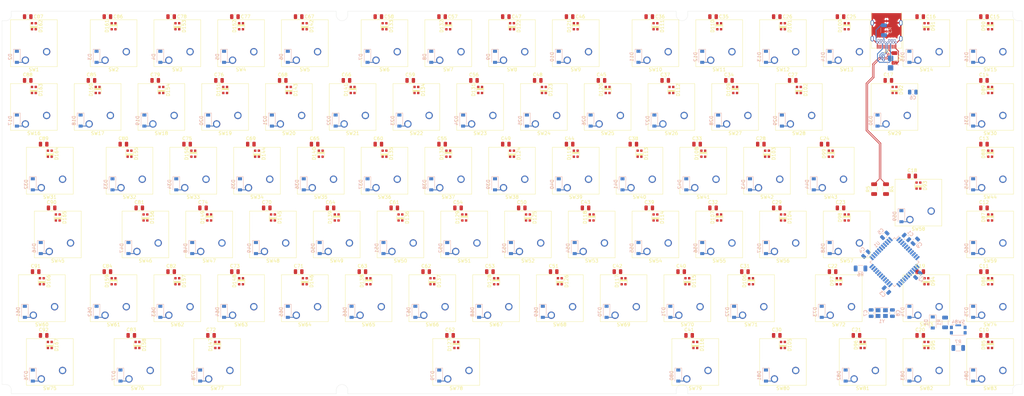
<source format=kicad_pcb>
(kicad_pcb (version 20171130) (host pcbnew 5.1.5+dfsg1-2build2)

  (general
    (thickness 1.6)
    (drawings 32)
    (tracks 260)
    (zones 0)
    (modules 362)
    (nets 216)
  )

  (page A3)
  (layers
    (0 F.Cu signal)
    (31 B.Cu signal)
    (32 B.Adhes user)
    (33 F.Adhes user)
    (34 B.Paste user)
    (35 F.Paste user)
    (36 B.SilkS user)
    (37 F.SilkS user)
    (38 B.Mask user)
    (39 F.Mask user)
    (40 Dwgs.User user)
    (41 Cmts.User user)
    (42 Eco1.User user)
    (43 Eco2.User user)
    (44 Edge.Cuts user)
    (45 Margin user)
    (46 B.CrtYd user)
    (47 F.CrtYd user)
    (48 B.Fab user)
    (49 F.Fab user)
  )

  (setup
    (last_trace_width 0.25)
    (trace_clearance 0.2)
    (zone_clearance 0.508)
    (zone_45_only no)
    (trace_min 0.2)
    (via_size 0.8)
    (via_drill 0.4)
    (via_min_size 0.6)
    (via_min_drill 0.3)
    (uvia_size 0.3)
    (uvia_drill 0.1)
    (uvias_allowed no)
    (uvia_min_size 0.2)
    (uvia_min_drill 0.1)
    (edge_width 0.05)
    (segment_width 0.2)
    (pcb_text_width 0.3)
    (pcb_text_size 1.5 1.5)
    (mod_edge_width 0.12)
    (mod_text_size 1 1)
    (mod_text_width 0.15)
    (pad_size 1.7 0.55)
    (pad_drill 0)
    (pad_to_mask_clearance 0.051)
    (solder_mask_min_width 0.25)
    (aux_axis_origin 0 0)
    (visible_elements FFFFF77F)
    (pcbplotparams
      (layerselection 0x010fc_ffffffff)
      (usegerberextensions false)
      (usegerberattributes false)
      (usegerberadvancedattributes false)
      (creategerberjobfile false)
      (excludeedgelayer true)
      (linewidth 0.100000)
      (plotframeref false)
      (viasonmask false)
      (mode 1)
      (useauxorigin false)
      (hpglpennumber 1)
      (hpglpenspeed 20)
      (hpglpendiameter 15.000000)
      (psnegative false)
      (psa4output false)
      (plotreference true)
      (plotvalue true)
      (plotinvisibletext false)
      (padsonsilk false)
      (subtractmaskfromsilk false)
      (outputformat 1)
      (mirror false)
      (drillshape 1)
      (scaleselection 1)
      (outputdirectory ""))
  )

  (net 0 "")
  (net 1 GND)
  (net 2 +5V)
  (net 3 "Net-(C7-Pad1)")
  (net 4 "Net-(C8-Pad2)")
  (net 5 "Net-(C9-Pad1)")
  (net 6 RST)
  (net 7 ROW0)
  (net 8 "Net-(D2-Pad2)")
  (net 9 "Net-(D3-Pad2)")
  (net 10 "Net-(D4-Pad2)")
  (net 11 "Net-(D5-Pad2)")
  (net 12 "Net-(D6-Pad2)")
  (net 13 "Net-(D7-Pad2)")
  (net 14 "Net-(D8-Pad2)")
  (net 15 "Net-(D9-Pad2)")
  (net 16 "Net-(D10-Pad2)")
  (net 17 "Net-(D11-Pad2)")
  (net 18 "Net-(D12-Pad2)")
  (net 19 "Net-(D13-Pad2)")
  (net 20 "Net-(D14-Pad2)")
  (net 21 "Net-(D15-Pad2)")
  (net 22 "Net-(D16-Pad2)")
  (net 23 ROW1)
  (net 24 "Net-(D17-Pad2)")
  (net 25 "Net-(D18-Pad2)")
  (net 26 "Net-(D19-Pad2)")
  (net 27 "Net-(D20-Pad2)")
  (net 28 "Net-(D21-Pad2)")
  (net 29 "Net-(D22-Pad2)")
  (net 30 "Net-(D23-Pad2)")
  (net 31 "Net-(D24-Pad2)")
  (net 32 "Net-(D25-Pad2)")
  (net 33 "Net-(D26-Pad2)")
  (net 34 "Net-(D27-Pad2)")
  (net 35 "Net-(D28-Pad2)")
  (net 36 "Net-(D29-Pad2)")
  (net 37 "Net-(D30-Pad2)")
  (net 38 "Net-(D31-Pad2)")
  (net 39 "Net-(D32-Pad2)")
  (net 40 ROW2)
  (net 41 "Net-(D33-Pad2)")
  (net 42 "Net-(D34-Pad2)")
  (net 43 "Net-(D35-Pad2)")
  (net 44 "Net-(D36-Pad2)")
  (net 45 "Net-(D37-Pad2)")
  (net 46 "Net-(D38-Pad2)")
  (net 47 "Net-(D39-Pad2)")
  (net 48 "Net-(D40-Pad2)")
  (net 49 "Net-(D41-Pad2)")
  (net 50 "Net-(D42-Pad2)")
  (net 51 "Net-(D43-Pad2)")
  (net 52 "Net-(D44-Pad2)")
  (net 53 "Net-(D45-Pad2)")
  (net 54 "Net-(D46-Pad2)")
  (net 55 ROW3)
  (net 56 "Net-(D47-Pad2)")
  (net 57 "Net-(D48-Pad2)")
  (net 58 "Net-(D49-Pad2)")
  (net 59 "Net-(D50-Pad2)")
  (net 60 "Net-(D51-Pad2)")
  (net 61 "Net-(D52-Pad2)")
  (net 62 "Net-(D53-Pad2)")
  (net 63 "Net-(D54-Pad2)")
  (net 64 "Net-(D55-Pad2)")
  (net 65 "Net-(D56-Pad2)")
  (net 66 "Net-(D57-Pad2)")
  (net 67 "Net-(D58-Pad2)")
  (net 68 "Net-(D59-Pad2)")
  (net 69 "Net-(D60-Pad2)")
  (net 70 ROW4)
  (net 71 "Net-(D61-Pad2)")
  (net 72 "Net-(D62-Pad2)")
  (net 73 "Net-(D63-Pad2)")
  (net 74 "Net-(D64-Pad2)")
  (net 75 "Net-(D65-Pad2)")
  (net 76 "Net-(D66-Pad2)")
  (net 77 "Net-(D67-Pad2)")
  (net 78 "Net-(D68-Pad2)")
  (net 79 "Net-(D69-Pad2)")
  (net 80 "Net-(D70-Pad2)")
  (net 81 "Net-(D71-Pad2)")
  (net 82 "Net-(D72-Pad2)")
  (net 83 "Net-(D73-Pad2)")
  (net 84 "Net-(D74-Pad2)")
  (net 85 "Net-(D75-Pad2)")
  (net 86 ROW5)
  (net 87 "Net-(D76-Pad2)")
  (net 88 "Net-(D77-Pad2)")
  (net 89 "Net-(D78-Pad2)")
  (net 90 "Net-(D79-Pad2)")
  (net 91 "Net-(D80-Pad2)")
  (net 92 "Net-(D81-Pad2)")
  (net 93 "Net-(D82-Pad2)")
  (net 94 "Net-(D83-Pad2)")
  (net 95 "Net-(D84-Pad2)")
  (net 96 "Net-(D85-Pad2)")
  (net 97 DIN)
  (net 98 "Net-(D86-Pad2)")
  (net 99 "Net-(D87-Pad2)")
  (net 100 "Net-(D88-Pad2)")
  (net 101 "Net-(D89-Pad2)")
  (net 102 "Net-(D90-Pad2)")
  (net 103 "Net-(D91-Pad2)")
  (net 104 "Net-(D92-Pad2)")
  (net 105 "Net-(D93-Pad2)")
  (net 106 "Net-(D94-Pad2)")
  (net 107 "Net-(D95-Pad2)")
  (net 108 "Net-(D96-Pad2)")
  (net 109 "Net-(D97-Pad2)")
  (net 110 "Net-(D98-Pad2)")
  (net 111 "Net-(D100-Pad4)")
  (net 112 "Net-(D100-Pad2)")
  (net 113 "Net-(D101-Pad2)")
  (net 114 "Net-(D102-Pad2)")
  (net 115 "Net-(D103-Pad2)")
  (net 116 "Net-(D104-Pad2)")
  (net 117 "Net-(D105-Pad2)")
  (net 118 "Net-(D106-Pad2)")
  (net 119 "Net-(D107-Pad2)")
  (net 120 "Net-(D108-Pad2)")
  (net 121 "Net-(D109-Pad2)")
  (net 122 "Net-(D110-Pad2)")
  (net 123 "Net-(D111-Pad2)")
  (net 124 "Net-(D112-Pad2)")
  (net 125 "Net-(D113-Pad2)")
  (net 126 "Net-(D114-Pad2)")
  (net 127 "Net-(D115-Pad2)")
  (net 128 "Net-(D116-Pad2)")
  (net 129 "Net-(D117-Pad2)")
  (net 130 "Net-(D118-Pad2)")
  (net 131 "Net-(D119-Pad2)")
  (net 132 "Net-(D120-Pad2)")
  (net 133 "Net-(D121-Pad2)")
  (net 134 "Net-(D122-Pad2)")
  (net 135 "Net-(D123-Pad2)")
  (net 136 "Net-(D124-Pad2)")
  (net 137 "Net-(D125-Pad2)")
  (net 138 "Net-(D126-Pad2)")
  (net 139 "Net-(D127-Pad2)")
  (net 140 "Net-(D128-Pad2)")
  (net 141 "Net-(D129-Pad2)")
  (net 142 "Net-(D130-Pad2)")
  (net 143 "Net-(D131-Pad2)")
  (net 144 "Net-(D132-Pad2)")
  (net 145 "Net-(D133-Pad2)")
  (net 146 "Net-(D134-Pad2)")
  (net 147 "Net-(D135-Pad2)")
  (net 148 "Net-(D136-Pad2)")
  (net 149 "Net-(D137-Pad2)")
  (net 150 "Net-(D138-Pad2)")
  (net 151 "Net-(D139-Pad2)")
  (net 152 "Net-(D140-Pad2)")
  (net 153 "Net-(D141-Pad2)")
  (net 154 "Net-(D142-Pad2)")
  (net 155 "Net-(D143-Pad2)")
  (net 156 "Net-(D144-Pad2)")
  (net 157 "Net-(D145-Pad2)")
  (net 158 "Net-(D146-Pad2)")
  (net 159 "Net-(D147-Pad2)")
  (net 160 "Net-(D148-Pad2)")
  (net 161 "Net-(D149-Pad2)")
  (net 162 "Net-(D150-Pad2)")
  (net 163 "Net-(D151-Pad2)")
  (net 164 "Net-(D152-Pad2)")
  (net 165 "Net-(D153-Pad2)")
  (net 166 "Net-(D154-Pad2)")
  (net 167 "Net-(D155-Pad2)")
  (net 168 "Net-(D156-Pad2)")
  (net 169 "Net-(D157-Pad2)")
  (net 170 "Net-(D158-Pad2)")
  (net 171 "Net-(D159-Pad2)")
  (net 172 "Net-(D160-Pad2)")
  (net 173 "Net-(D161-Pad2)")
  (net 174 "Net-(D162-Pad2)")
  (net 175 "Net-(D163-Pad2)")
  (net 176 "Net-(D164-Pad2)")
  (net 177 "Net-(D165-Pad2)")
  (net 178 "Net-(D166-Pad2)")
  (net 179 "Net-(D167-Pad2)")
  (net 180 "Net-(F1-Pad2)")
  (net 181 COL02)
  (net 182 COL00)
  (net 183 COL01)
  (net 184 D-)
  (net 185 D+)
  (net 186 "Net-(R6-Pad2)")
  (net 187 COL03)
  (net 188 COL04)
  (net 189 COL06)
  (net 190 COL07)
  (net 191 COL08)
  (net 192 COL09)
  (net 193 COL10)
  (net 194 COL11)
  (net 195 COL12)
  (net 196 COL13)
  (net 197 COL14)
  (net 198 COL15)
  (net 199 COL05)
  (net 200 "Net-(U1-Pad1)")
  (net 201 "Net-(U1-Pad42)")
  (net 202 "Net-(R7-Pad2)")
  (net 203 "Net-(J1-PadB11)")
  (net 204 "Net-(J1-PadB2)")
  (net 205 "Net-(J1-PadB5)")
  (net 206 "Net-(J1-PadB8)")
  (net 207 "Net-(J1-PadB3)")
  (net 208 "Net-(J1-PadB10)")
  (net 209 "Net-(J1-PadA2)")
  (net 210 "Net-(J1-PadA3)")
  (net 211 "Net-(J1-PadA5)")
  (net 212 "Net-(J1-PadA8)")
  (net 213 "Net-(J1-PadA10)")
  (net 214 "Net-(J1-PadA11)")
  (net 215 "Net-(U1-Pad41)")

  (net_class Default "Dies ist die voreingestellte Netzklasse."
    (clearance 0.2)
    (trace_width 0.25)
    (via_dia 0.8)
    (via_drill 0.4)
    (uvia_dia 0.3)
    (uvia_drill 0.1)
    (add_net +5V)
    (add_net COL00)
    (add_net COL01)
    (add_net COL02)
    (add_net COL03)
    (add_net COL04)
    (add_net COL05)
    (add_net COL06)
    (add_net COL07)
    (add_net COL08)
    (add_net COL09)
    (add_net COL10)
    (add_net COL11)
    (add_net COL12)
    (add_net COL13)
    (add_net COL14)
    (add_net COL15)
    (add_net D+)
    (add_net D-)
    (add_net DIN)
    (add_net GND)
    (add_net "Net-(C7-Pad1)")
    (add_net "Net-(C8-Pad2)")
    (add_net "Net-(C9-Pad1)")
    (add_net "Net-(D10-Pad2)")
    (add_net "Net-(D100-Pad2)")
    (add_net "Net-(D100-Pad4)")
    (add_net "Net-(D101-Pad2)")
    (add_net "Net-(D102-Pad2)")
    (add_net "Net-(D103-Pad2)")
    (add_net "Net-(D104-Pad2)")
    (add_net "Net-(D105-Pad2)")
    (add_net "Net-(D106-Pad2)")
    (add_net "Net-(D107-Pad2)")
    (add_net "Net-(D108-Pad2)")
    (add_net "Net-(D109-Pad2)")
    (add_net "Net-(D11-Pad2)")
    (add_net "Net-(D110-Pad2)")
    (add_net "Net-(D111-Pad2)")
    (add_net "Net-(D112-Pad2)")
    (add_net "Net-(D113-Pad2)")
    (add_net "Net-(D114-Pad2)")
    (add_net "Net-(D115-Pad2)")
    (add_net "Net-(D116-Pad2)")
    (add_net "Net-(D117-Pad2)")
    (add_net "Net-(D118-Pad2)")
    (add_net "Net-(D119-Pad2)")
    (add_net "Net-(D12-Pad2)")
    (add_net "Net-(D120-Pad2)")
    (add_net "Net-(D121-Pad2)")
    (add_net "Net-(D122-Pad2)")
    (add_net "Net-(D123-Pad2)")
    (add_net "Net-(D124-Pad2)")
    (add_net "Net-(D125-Pad2)")
    (add_net "Net-(D126-Pad2)")
    (add_net "Net-(D127-Pad2)")
    (add_net "Net-(D128-Pad2)")
    (add_net "Net-(D129-Pad2)")
    (add_net "Net-(D13-Pad2)")
    (add_net "Net-(D130-Pad2)")
    (add_net "Net-(D131-Pad2)")
    (add_net "Net-(D132-Pad2)")
    (add_net "Net-(D133-Pad2)")
    (add_net "Net-(D134-Pad2)")
    (add_net "Net-(D135-Pad2)")
    (add_net "Net-(D136-Pad2)")
    (add_net "Net-(D137-Pad2)")
    (add_net "Net-(D138-Pad2)")
    (add_net "Net-(D139-Pad2)")
    (add_net "Net-(D14-Pad2)")
    (add_net "Net-(D140-Pad2)")
    (add_net "Net-(D141-Pad2)")
    (add_net "Net-(D142-Pad2)")
    (add_net "Net-(D143-Pad2)")
    (add_net "Net-(D144-Pad2)")
    (add_net "Net-(D145-Pad2)")
    (add_net "Net-(D146-Pad2)")
    (add_net "Net-(D147-Pad2)")
    (add_net "Net-(D148-Pad2)")
    (add_net "Net-(D149-Pad2)")
    (add_net "Net-(D15-Pad2)")
    (add_net "Net-(D150-Pad2)")
    (add_net "Net-(D151-Pad2)")
    (add_net "Net-(D152-Pad2)")
    (add_net "Net-(D153-Pad2)")
    (add_net "Net-(D154-Pad2)")
    (add_net "Net-(D155-Pad2)")
    (add_net "Net-(D156-Pad2)")
    (add_net "Net-(D157-Pad2)")
    (add_net "Net-(D158-Pad2)")
    (add_net "Net-(D159-Pad2)")
    (add_net "Net-(D16-Pad2)")
    (add_net "Net-(D160-Pad2)")
    (add_net "Net-(D161-Pad2)")
    (add_net "Net-(D162-Pad2)")
    (add_net "Net-(D163-Pad2)")
    (add_net "Net-(D164-Pad2)")
    (add_net "Net-(D165-Pad2)")
    (add_net "Net-(D166-Pad2)")
    (add_net "Net-(D167-Pad2)")
    (add_net "Net-(D17-Pad2)")
    (add_net "Net-(D18-Pad2)")
    (add_net "Net-(D19-Pad2)")
    (add_net "Net-(D2-Pad2)")
    (add_net "Net-(D20-Pad2)")
    (add_net "Net-(D21-Pad2)")
    (add_net "Net-(D22-Pad2)")
    (add_net "Net-(D23-Pad2)")
    (add_net "Net-(D24-Pad2)")
    (add_net "Net-(D25-Pad2)")
    (add_net "Net-(D26-Pad2)")
    (add_net "Net-(D27-Pad2)")
    (add_net "Net-(D28-Pad2)")
    (add_net "Net-(D29-Pad2)")
    (add_net "Net-(D3-Pad2)")
    (add_net "Net-(D30-Pad2)")
    (add_net "Net-(D31-Pad2)")
    (add_net "Net-(D32-Pad2)")
    (add_net "Net-(D33-Pad2)")
    (add_net "Net-(D34-Pad2)")
    (add_net "Net-(D35-Pad2)")
    (add_net "Net-(D36-Pad2)")
    (add_net "Net-(D37-Pad2)")
    (add_net "Net-(D38-Pad2)")
    (add_net "Net-(D39-Pad2)")
    (add_net "Net-(D4-Pad2)")
    (add_net "Net-(D40-Pad2)")
    (add_net "Net-(D41-Pad2)")
    (add_net "Net-(D42-Pad2)")
    (add_net "Net-(D43-Pad2)")
    (add_net "Net-(D44-Pad2)")
    (add_net "Net-(D45-Pad2)")
    (add_net "Net-(D46-Pad2)")
    (add_net "Net-(D47-Pad2)")
    (add_net "Net-(D48-Pad2)")
    (add_net "Net-(D49-Pad2)")
    (add_net "Net-(D5-Pad2)")
    (add_net "Net-(D50-Pad2)")
    (add_net "Net-(D51-Pad2)")
    (add_net "Net-(D52-Pad2)")
    (add_net "Net-(D53-Pad2)")
    (add_net "Net-(D54-Pad2)")
    (add_net "Net-(D55-Pad2)")
    (add_net "Net-(D56-Pad2)")
    (add_net "Net-(D57-Pad2)")
    (add_net "Net-(D58-Pad2)")
    (add_net "Net-(D59-Pad2)")
    (add_net "Net-(D6-Pad2)")
    (add_net "Net-(D60-Pad2)")
    (add_net "Net-(D61-Pad2)")
    (add_net "Net-(D62-Pad2)")
    (add_net "Net-(D63-Pad2)")
    (add_net "Net-(D64-Pad2)")
    (add_net "Net-(D65-Pad2)")
    (add_net "Net-(D66-Pad2)")
    (add_net "Net-(D67-Pad2)")
    (add_net "Net-(D68-Pad2)")
    (add_net "Net-(D69-Pad2)")
    (add_net "Net-(D7-Pad2)")
    (add_net "Net-(D70-Pad2)")
    (add_net "Net-(D71-Pad2)")
    (add_net "Net-(D72-Pad2)")
    (add_net "Net-(D73-Pad2)")
    (add_net "Net-(D74-Pad2)")
    (add_net "Net-(D75-Pad2)")
    (add_net "Net-(D76-Pad2)")
    (add_net "Net-(D77-Pad2)")
    (add_net "Net-(D78-Pad2)")
    (add_net "Net-(D79-Pad2)")
    (add_net "Net-(D8-Pad2)")
    (add_net "Net-(D80-Pad2)")
    (add_net "Net-(D81-Pad2)")
    (add_net "Net-(D82-Pad2)")
    (add_net "Net-(D83-Pad2)")
    (add_net "Net-(D84-Pad2)")
    (add_net "Net-(D85-Pad2)")
    (add_net "Net-(D86-Pad2)")
    (add_net "Net-(D87-Pad2)")
    (add_net "Net-(D88-Pad2)")
    (add_net "Net-(D89-Pad2)")
    (add_net "Net-(D9-Pad2)")
    (add_net "Net-(D90-Pad2)")
    (add_net "Net-(D91-Pad2)")
    (add_net "Net-(D92-Pad2)")
    (add_net "Net-(D93-Pad2)")
    (add_net "Net-(D94-Pad2)")
    (add_net "Net-(D95-Pad2)")
    (add_net "Net-(D96-Pad2)")
    (add_net "Net-(D97-Pad2)")
    (add_net "Net-(D98-Pad2)")
    (add_net "Net-(F1-Pad2)")
    (add_net "Net-(J1-PadA10)")
    (add_net "Net-(J1-PadA11)")
    (add_net "Net-(J1-PadA2)")
    (add_net "Net-(J1-PadA3)")
    (add_net "Net-(J1-PadA5)")
    (add_net "Net-(J1-PadA8)")
    (add_net "Net-(J1-PadB10)")
    (add_net "Net-(J1-PadB11)")
    (add_net "Net-(J1-PadB2)")
    (add_net "Net-(J1-PadB3)")
    (add_net "Net-(J1-PadB5)")
    (add_net "Net-(J1-PadB8)")
    (add_net "Net-(R6-Pad2)")
    (add_net "Net-(R7-Pad2)")
    (add_net "Net-(U1-Pad1)")
    (add_net "Net-(U1-Pad41)")
    (add_net "Net-(U1-Pad42)")
    (add_net ROW0)
    (add_net ROW1)
    (add_net ROW2)
    (add_net ROW3)
    (add_net ROW4)
    (add_net ROW5)
    (add_net RST)
  )

  (module Button_Switch_Keyboard:SW_Cherry_MX_ISOEnter_PCB (layer F.Cu) (tedit 60E88C41) (tstamp 5F160517)
    (at 309.40375 100.33 180)
    (descr "Cherry MX keyswitch, ISO Enter, PCB mount, http://cherryamericas.com/wp-content/uploads/2014/12/mx_cat.pdf")
    (tags "Cherry MX keyswitch ISO enter PCB")
    (path /5F51BE8C/5F51CE2C)
    (fp_text reference SW58 (at -2.54 -2.794 180) (layer F.SilkS)
      (effects (font (size 1 1) (thickness 0.15)))
    )
    (fp_text value MX1A-G1NA (at -2.286 13.208 180) (layer F.Fab)
      (effects (font (size 1 1) (thickness 0.15)))
    )
    (fp_line (start -9.525 12.065) (end -9.525 -1.905) (layer F.SilkS) (width 0.12))
    (fp_line (start 4.445 12.065) (end -9.525 12.065) (layer F.SilkS) (width 0.12))
    (fp_line (start 4.445 -1.905) (end 4.445 12.065) (layer F.SilkS) (width 0.12))
    (fp_line (start -9.525 -1.905) (end 4.445 -1.905) (layer F.SilkS) (width 0.12))
    (fp_line (start 9.36625 5.08) (end 14.12875 5.08) (layer Dwgs.User) (width 0.15))
    (fp_line (start 14.12875 5.08) (end 14.12875 24.13) (layer Dwgs.User) (width 0.15))
    (fp_line (start -14.44625 -13.97) (end 9.36625 -13.97) (layer Dwgs.User) (width 0.15))
    (fp_line (start -14.44625 24.13) (end -14.44625 -13.97) (layer Dwgs.User) (width 0.15))
    (fp_line (start 14.12875 24.13) (end -14.44625 24.13) (layer Dwgs.User) (width 0.15))
    (fp_line (start 9.36625 -13.97) (end 9.36625 5.08) (layer Dwgs.User) (width 0.15))
    (fp_line (start -9.14 -1.52) (end 4.06 -1.52) (layer F.CrtYd) (width 0.05))
    (fp_line (start 4.06 -1.52) (end 4.06 11.68) (layer F.CrtYd) (width 0.05))
    (fp_line (start 4.06 11.68) (end -9.14 11.68) (layer F.CrtYd) (width 0.05))
    (fp_line (start -9.14 11.68) (end -9.14 -1.52) (layer F.CrtYd) (width 0.05))
    (fp_line (start -8.89 11.43) (end -8.89 -1.27) (layer F.Fab) (width 0.1))
    (fp_line (start 3.81 11.43) (end -8.89 11.43) (layer F.Fab) (width 0.1))
    (fp_line (start 3.81 -1.27) (end 3.81 11.43) (layer F.Fab) (width 0.1))
    (fp_line (start -8.89 -1.27) (end 3.81 -1.27) (layer F.Fab) (width 0.1))
    (fp_text user %R (at -2.54 -2.794 180) (layer F.Fab)
      (effects (font (size 1 1) (thickness 0.15)))
    )
    (pad 1 thru_hole circle (at 0 0 180) (size 2.2 2.2) (drill 1.5) (layers *.Cu *.Mask)
      (net 68 "Net-(D59-Pad2)"))
    (pad 2 thru_hole circle (at -6.35 2.54 180) (size 2.2 2.2) (drill 1.5) (layers *.Cu *.Mask)
      (net 197 COL14))
    (pad "" np_thru_hole circle (at -2.54 5.08 180) (size 4 4) (drill 4) (layers *.Cu *.Mask))
    (pad "" np_thru_hole circle (at -7.62 5.08 180) (size 1.7 1.7) (drill 1.7) (layers *.Cu *.Mask))
    (pad "" np_thru_hole circle (at 2.54 5.08 180) (size 1.7 1.7) (drill 1.7) (layers *.Cu *.Mask))
    (model ${KISYS3DMOD}/Button_Switch_Keyboard.3dshapes/SW_Cherry_MX_ISOEnter_PCB.wrl
      (at (xyz 0 0 0))
      (scale (xyz 1 1 1))
      (rotate (xyz 0 0 0))
    )
  )

  (module Button_Switch_Keyboard:SW_Cherry_MX_2.00u_PCB (layer F.Cu) (tedit 60E88B61) (tstamp 5F16021F)
    (at 302.26 71.755 180)
    (descr "Cherry MX keyswitch, 2.00u, PCB mount, http://cherryamericas.com/wp-content/uploads/2014/12/mx_cat.pdf")
    (tags "Cherry MX keyswitch 2.00u PCB")
    (path /5F51BE8C/5F51CE0E)
    (fp_text reference SW29 (at -2.54 -2.794 180) (layer F.SilkS)
      (effects (font (size 1 1) (thickness 0.15)))
    )
    (fp_text value MX1A-G1NA (at -2.54 12.954 180) (layer F.Fab)
      (effects (font (size 1 1) (thickness 0.15)))
    )
    (fp_line (start -9.525 12.065) (end -9.525 -1.905) (layer F.SilkS) (width 0.12))
    (fp_line (start 4.445 12.065) (end -9.525 12.065) (layer F.SilkS) (width 0.12))
    (fp_line (start 4.445 -1.905) (end 4.445 12.065) (layer F.SilkS) (width 0.12))
    (fp_line (start -9.525 -1.905) (end 4.445 -1.905) (layer F.SilkS) (width 0.12))
    (fp_line (start -21.59 14.605) (end -21.59 -4.445) (layer Dwgs.User) (width 0.15))
    (fp_line (start 16.51 14.605) (end -21.59 14.605) (layer Dwgs.User) (width 0.15))
    (fp_line (start 16.51 -4.445) (end 16.51 14.605) (layer Dwgs.User) (width 0.15))
    (fp_line (start -21.59 -4.445) (end 16.51 -4.445) (layer Dwgs.User) (width 0.15))
    (fp_line (start -9.14 -1.52) (end 4.06 -1.52) (layer F.CrtYd) (width 0.05))
    (fp_line (start 4.06 -1.52) (end 4.06 11.68) (layer F.CrtYd) (width 0.05))
    (fp_line (start 4.06 11.68) (end -9.14 11.68) (layer F.CrtYd) (width 0.05))
    (fp_line (start -9.14 11.68) (end -9.14 -1.52) (layer F.CrtYd) (width 0.05))
    (fp_line (start -8.89 11.43) (end -8.89 -1.27) (layer F.Fab) (width 0.1))
    (fp_line (start 3.81 11.43) (end -8.89 11.43) (layer F.Fab) (width 0.1))
    (fp_line (start 3.81 -1.27) (end 3.81 11.43) (layer F.Fab) (width 0.1))
    (fp_line (start -8.89 -1.27) (end 3.81 -1.27) (layer F.Fab) (width 0.1))
    (fp_text user %R (at -2.54 -2.794 180) (layer F.Fab)
      (effects (font (size 1 1) (thickness 0.15)))
    )
    (pad 1 thru_hole circle (at 0 0 180) (size 2.2 2.2) (drill 1.5) (layers *.Cu *.Mask)
      (net 37 "Net-(D30-Pad2)"))
    (pad 2 thru_hole circle (at -6.35 2.54 180) (size 2.2 2.2) (drill 1.5) (layers *.Cu *.Mask)
      (net 197 COL14))
    (pad "" np_thru_hole circle (at -2.54 5.08 180) (size 4 4) (drill 4) (layers *.Cu *.Mask))
    (pad "" np_thru_hole circle (at -7.62 5.08 180) (size 1.7 1.7) (drill 1.7) (layers *.Cu *.Mask))
    (pad "" np_thru_hole circle (at 2.54 5.08 180) (size 1.7 1.7) (drill 1.7) (layers *.Cu *.Mask))
    (model ${KISYS3DMOD}/Button_Switch_Keyboard.3dshapes/SW_Cherry_MX_2.00u_PCB.wrl
      (at (xyz 0 0 0))
      (scale (xyz 1 1 1))
      (rotate (xyz 0 0 0))
    )
  )

  (module Button_Switch_Keyboard:SW_Cherry_MX_6.25u_PCB (layer F.Cu) (tedit 60E88B4A) (tstamp 5F160723)
    (at 171.29125 147.955 180)
    (descr "Cherry MX keyswitch, 6.25u, PCB mount, http://cherryamericas.com/wp-content/uploads/2014/12/mx_cat.pdf")
    (tags "Cherry MX keyswitch 6.25u PCB")
    (path /5F51BE8C/5F84AEA9)
    (fp_text reference SW78 (at -2.54 -2.794 180) (layer F.SilkS)
      (effects (font (size 1 1) (thickness 0.15)))
    )
    (fp_text value MX1A-G1NA (at -2.54 12.954 180) (layer F.Fab)
      (effects (font (size 1 1) (thickness 0.15)))
    )
    (fp_line (start -9.525 12.065) (end -9.525 -1.905) (layer F.SilkS) (width 0.12))
    (fp_line (start 4.445 12.065) (end -9.525 12.065) (layer F.SilkS) (width 0.12))
    (fp_line (start 4.445 -1.905) (end 4.445 12.065) (layer F.SilkS) (width 0.12))
    (fp_line (start -9.525 -1.905) (end 4.445 -1.905) (layer F.SilkS) (width 0.12))
    (fp_line (start -62.07125 14.605) (end -62.07125 -4.445) (layer Dwgs.User) (width 0.15))
    (fp_line (start 56.99125 14.605) (end -62.07125 14.605) (layer Dwgs.User) (width 0.15))
    (fp_line (start 56.99125 -4.445) (end 56.99125 14.605) (layer Dwgs.User) (width 0.15))
    (fp_line (start -62.07125 -4.445) (end 56.99125 -4.445) (layer Dwgs.User) (width 0.15))
    (fp_line (start -9.14 -1.52) (end 4.06 -1.52) (layer F.CrtYd) (width 0.05))
    (fp_line (start 4.06 -1.52) (end 4.06 11.68) (layer F.CrtYd) (width 0.05))
    (fp_line (start 4.06 11.68) (end -9.14 11.68) (layer F.CrtYd) (width 0.05))
    (fp_line (start -9.14 11.68) (end -9.14 -1.52) (layer F.CrtYd) (width 0.05))
    (fp_line (start -8.89 11.43) (end -8.89 -1.27) (layer F.Fab) (width 0.1))
    (fp_line (start 3.81 11.43) (end -8.89 11.43) (layer F.Fab) (width 0.1))
    (fp_line (start 3.81 -1.27) (end 3.81 11.43) (layer F.Fab) (width 0.1))
    (fp_line (start -8.89 -1.27) (end 3.81 -1.27) (layer F.Fab) (width 0.1))
    (fp_text user %R (at -2.54 -2.794 180) (layer F.Fab)
      (effects (font (size 1 1) (thickness 0.15)))
    )
    (pad 1 thru_hole circle (at 0 0 180) (size 2.2 2.2) (drill 1.5) (layers *.Cu *.Mask)
      (net 90 "Net-(D79-Pad2)"))
    (pad 2 thru_hole circle (at -6.35 2.54 180) (size 2.2 2.2) (drill 1.5) (layers *.Cu *.Mask)
      (net 190 COL07))
    (pad "" np_thru_hole circle (at -2.54 5.08 180) (size 4 4) (drill 4) (layers *.Cu *.Mask))
    (pad "" np_thru_hole circle (at -7.62 5.08 180) (size 1.7 1.7) (drill 1.7) (layers *.Cu *.Mask))
    (pad "" np_thru_hole circle (at 2.54 5.08 180) (size 1.7 1.7) (drill 1.7) (layers *.Cu *.Mask))
    (model ${KISYS3DMOD}/Button_Switch_Keyboard.3dshapes/SW_Cherry_MX_6.25u_PCB.wrl
      (at (xyz 0 0 0))
      (scale (xyz 1 1 1))
      (rotate (xyz 0 0 0))
    )
  )

  (module MountingHole:MountingHole_3.2mm_M3 (layer F.Cu) (tedit 60E8488E) (tstamp 60E8A97D)
    (at 341.8 151.3)
    (descr "Mounting Hole 3.4mm, no annular, M3")
    (tags "mounting hole 3.4mm no annular m3")
    (attr virtual)
    (fp_text reference REF** (at 0 -4.2) (layer F.SilkS) hide
      (effects (font (size 1 1) (thickness 0.15)))
    )
    (fp_text value MountingHole_3.4mm_M3 (at 0 4.2) (layer F.Fab) hide
      (effects (font (size 1 1) (thickness 0.15)))
    )
    (pad "" smd circle (at 0 0) (size 3.4 3.4) (layers *.Paste))
  )

  (module MountingHole:MountingHole_3.2mm_M3 (layer F.Cu) (tedit 60E8488E) (tstamp 60E8A94A)
    (at 341.8 39.2)
    (descr "Mounting Hole 3.4mm, no annular, M3")
    (tags "mounting hole 3.4mm no annular m3")
    (attr virtual)
    (fp_text reference REF** (at 0 -4.2) (layer F.SilkS) hide
      (effects (font (size 1 1) (thickness 0.15)))
    )
    (fp_text value MountingHole_3.4mm_M3 (at 0 4.2) (layer F.Fab) hide
      (effects (font (size 1 1) (thickness 0.15)))
    )
    (pad "" smd circle (at 0 0) (size 3.4 3.4) (layers *.Paste))
  )

  (module MountingHole:MountingHole_3.2mm_M3 (layer F.Cu) (tedit 60E8488E) (tstamp 60E8A92F)
    (at 39.2 151.3)
    (descr "Mounting Hole 3.4mm, no annular, M3")
    (tags "mounting hole 3.4mm no annular m3")
    (attr virtual)
    (fp_text reference REF** (at 0 -4.2) (layer F.SilkS) hide
      (effects (font (size 1 1) (thickness 0.15)))
    )
    (fp_text value MountingHole_3.4mm_M3 (at 0 4.2) (layer F.Fab) hide
      (effects (font (size 1 1) (thickness 0.15)))
    )
    (pad "" smd circle (at 0 0) (size 3.4 3.4) (layers *.Paste))
  )

  (module MountingHole:MountingHole_3.2mm_M3 (layer F.Cu) (tedit 60E8488E) (tstamp 60E8A8F8)
    (at 39.2 39.2)
    (descr "Mounting Hole 3.4mm, no annular, M3")
    (tags "mounting hole 3.4mm no annular m3")
    (attr virtual)
    (fp_text reference REF** (at 0 -4.2) (layer F.SilkS) hide
      (effects (font (size 1 1) (thickness 0.15)))
    )
    (fp_text value MountingHole_3.4mm_M3 (at 0 4.2) (layer F.Fab) hide
      (effects (font (size 1 1) (thickness 0.15)))
    )
    (pad "" smd circle (at 0 0) (size 3.4 3.4) (layers *.Paste))
  )

  (module MountingHole:MountingHole_3.2mm_M3 (layer F.Cu) (tedit 60E8488E) (tstamp 60E8A1A1)
    (at 241.3 151.3)
    (descr "Mounting Hole 3.4mm, no annular, M3")
    (tags "mounting hole 3.4mm no annular m3")
    (attr virtual)
    (fp_text reference REF** (at 0 -4.2) (layer F.SilkS) hide
      (effects (font (size 1 1) (thickness 0.15)))
    )
    (fp_text value MountingHole_3.4mm_M3 (at 0 4.2) (layer F.Fab) hide
      (effects (font (size 1 1) (thickness 0.15)))
    )
    (pad "" smd circle (at 0 0) (size 3.4 3.4) (layers *.Paste))
  )

  (module MountingHole:MountingHole_3.2mm_M3 (layer F.Cu) (tedit 60E8488E) (tstamp 60E8A18C)
    (at 139.7 151.3)
    (descr "Mounting Hole 3.4mm, no annular, M3")
    (tags "mounting hole 3.4mm no annular m3")
    (attr virtual)
    (fp_text reference REF** (at 0 -4.2) (layer F.SilkS) hide
      (effects (font (size 1 1) (thickness 0.15)))
    )
    (fp_text value MountingHole_3.4mm_M3 (at 0 4.2) (layer F.Fab) hide
      (effects (font (size 1 1) (thickness 0.15)))
    )
    (pad "" smd circle (at 0 0) (size 3.4 3.4) (layers *.Paste))
  )

  (module MountingHole:MountingHole_3.2mm_M3 (layer F.Cu) (tedit 60E8488E) (tstamp 60E8A17F)
    (at 241.3 39.2)
    (descr "Mounting Hole 3.4mm, no annular, M3")
    (tags "mounting hole 3.4mm no annular m3")
    (attr virtual)
    (fp_text reference REF** (at 0 -4.2) (layer F.SilkS) hide
      (effects (font (size 1 1) (thickness 0.15)))
    )
    (fp_text value MountingHole_3.4mm_M3 (at 0 4.2) (layer F.Fab) hide
      (effects (font (size 1 1) (thickness 0.15)))
    )
    (pad "" smd circle (at 0 0) (size 3.4 3.4) (layers *.Paste))
  )

  (module MountingHole:MountingHole_3.2mm_M3 (layer F.Cu) (tedit 60E8488E) (tstamp 60E89FD7)
    (at 139.7 39.2)
    (descr "Mounting Hole 3.4mm, no annular, M3")
    (tags "mounting hole 3.4mm no annular m3")
    (attr virtual)
    (fp_text reference REF** (at 0 -4.2) (layer F.SilkS) hide
      (effects (font (size 1 1) (thickness 0.15)))
    )
    (fp_text value MountingHole_3.4mm_M3 (at 0 4.2) (layer F.Fab) hide
      (effects (font (size 1 1) (thickness 0.15)))
    )
    (pad "" smd circle (at 0 0) (size 3.4 3.4) (layers *.Paste))
  )

  (module Crystal:Crystal_SMD_3225-4Pin_3.2x2.5mm (layer B.Cu) (tedit 5A0FD1B2) (tstamp 60EAB509)
    (at 300.99 128.27)
    (descr "SMD Crystal SERIES SMD3225/4 http://www.txccrystal.com/images/pdf/7m-accuracy.pdf, 3.2x2.5mm^2 package")
    (tags "SMD SMT crystal")
    (path /5F294622)
    (attr smd)
    (fp_text reference Y1 (at 0 2.45) (layer B.SilkS)
      (effects (font (size 1 1) (thickness 0.15)) (justify mirror))
    )
    (fp_text value 16MHz (at 0 -2.45) (layer B.Fab)
      (effects (font (size 1 1) (thickness 0.15)) (justify mirror))
    )
    (fp_line (start 2.1 1.7) (end -2.1 1.7) (layer B.CrtYd) (width 0.05))
    (fp_line (start 2.1 -1.7) (end 2.1 1.7) (layer B.CrtYd) (width 0.05))
    (fp_line (start -2.1 -1.7) (end 2.1 -1.7) (layer B.CrtYd) (width 0.05))
    (fp_line (start -2.1 1.7) (end -2.1 -1.7) (layer B.CrtYd) (width 0.05))
    (fp_line (start -2 -1.65) (end 2 -1.65) (layer B.SilkS) (width 0.12))
    (fp_line (start -2 1.65) (end -2 -1.65) (layer B.SilkS) (width 0.12))
    (fp_line (start -1.6 -0.25) (end -0.6 -1.25) (layer B.Fab) (width 0.1))
    (fp_line (start 1.6 1.25) (end -1.6 1.25) (layer B.Fab) (width 0.1))
    (fp_line (start 1.6 -1.25) (end 1.6 1.25) (layer B.Fab) (width 0.1))
    (fp_line (start -1.6 -1.25) (end 1.6 -1.25) (layer B.Fab) (width 0.1))
    (fp_line (start -1.6 1.25) (end -1.6 -1.25) (layer B.Fab) (width 0.1))
    (fp_text user %R (at 0 0) (layer B.Fab)
      (effects (font (size 0.7 0.7) (thickness 0.105)) (justify mirror))
    )
    (pad 4 smd rect (at -1.1 0.85) (size 1.4 1.2) (layers B.Cu B.Paste B.Mask)
      (net 1 GND))
    (pad 3 smd rect (at 1.1 0.85) (size 1.4 1.2) (layers B.Cu B.Paste B.Mask)
      (net 4 "Net-(C8-Pad2)"))
    (pad 2 smd rect (at 1.1 -0.85) (size 1.4 1.2) (layers B.Cu B.Paste B.Mask)
      (net 1 GND))
    (pad 1 smd rect (at -1.1 -0.85) (size 1.4 1.2) (layers B.Cu B.Paste B.Mask)
      (net 3 "Net-(C7-Pad1)"))
    (model ${KISYS3DMOD}/Crystal.3dshapes/Crystal_SMD_3225-4Pin_3.2x2.5mm.wrl
      (at (xyz 0 0 0))
      (scale (xyz 1 1 1))
      (rotate (xyz 0 0 0))
    )
  )

  (module Button_Switch_SMD:SW_Push_1P1T-SH_NO_CK_KMR2xxG (layer B.Cu) (tedit 60E85E87) (tstamp 60EE10F7)
    (at 323.85 133.35 180)
    (descr "CK components KMR2 tactile switch with ground pin http://www.ckswitches.com/media/1479/kmr2.pdf")
    (tags "tactile switch kmr2")
    (path /60FEE33A)
    (attr smd)
    (fp_text reference SW84 (at 0 2.45) (layer B.SilkS)
      (effects (font (size 1 1) (thickness 0.15)) (justify mirror))
    )
    (fp_text value SW_Push (at 0 -2.55) (layer B.Fab)
      (effects (font (size 1 1) (thickness 0.15)) (justify mirror))
    )
    (fp_line (start -1.15 1.55) (end -2.2 1.55) (layer B.SilkS) (width 0.12))
    (fp_line (start -2.1 1.4) (end 2.1 1.4) (layer B.Fab) (width 0.1))
    (fp_line (start 2.1 1.4) (end 2.1 -1.4) (layer B.Fab) (width 0.1))
    (fp_line (start 2.1 -1.4) (end -2.1 -1.4) (layer B.Fab) (width 0.1))
    (fp_line (start -2.1 -1.4) (end -2.1 1.4) (layer B.Fab) (width 0.1))
    (fp_line (start 2.2 -0.05) (end 2.2 0.05) (layer B.SilkS) (width 0.12))
    (fp_line (start -2.8 1.8) (end 2.8 1.8) (layer B.CrtYd) (width 0.05))
    (fp_line (start 2.8 1.8) (end 2.8 -1.8) (layer B.CrtYd) (width 0.05))
    (fp_line (start 2.8 -1.8) (end -2.8 -1.8) (layer B.CrtYd) (width 0.05))
    (fp_line (start -2.8 -1.8) (end -2.8 1.8) (layer B.CrtYd) (width 0.05))
    (fp_circle (center 0 0) (end 0 -0.8) (layer B.Fab) (width 0.1))
    (fp_line (start -2.2 -1.55) (end 2.2 -1.55) (layer B.SilkS) (width 0.12))
    (fp_line (start 2.2 1.55) (end 1.15 1.55) (layer B.SilkS) (width 0.12))
    (fp_line (start -2.2 -0.05) (end -2.2 0.05) (layer B.SilkS) (width 0.12))
    (fp_text user %R (at 0 2.45) (layer B.Fab)
      (effects (font (size 1 1) (thickness 0.15)) (justify mirror))
    )
    (pad SH smd rect (at 0 1.425 180) (size 1.7 0.55) (layers B.Cu B.Paste B.Mask)
      (net 1 GND))
    (pad 1 smd rect (at -2.05 0.8 180) (size 0.9 1) (layers B.Cu B.Paste B.Mask)
      (net 6 RST))
    (pad 2 smd rect (at -2.05 -0.8 180) (size 0.9 1) (layers B.Cu B.Paste B.Mask)
      (net 1 GND))
    (pad 1 smd rect (at 2.05 0.8 180) (size 0.9 1) (layers B.Cu B.Paste B.Mask)
      (net 6 RST))
    (pad 2 smd rect (at 2.05 -0.8 180) (size 0.9 1) (layers B.Cu B.Paste B.Mask)
      (net 1 GND))
    (model ${KISYS3DMOD}/Button_Switch_SMD.3dshapes/SW_Push_1P1T-SH_NO_CK_KMR2xxG.wrl
      (at (xyz 0 0 0))
      (scale (xyz 1 1 1))
      (rotate (xyz 0 0 0))
    )
  )

  (module Resistor_SMD:R_1206_3216Metric (layer B.Cu) (tedit 5F68FEEE) (tstamp 5F26397F)
    (at 323.85 138.684 180)
    (descr "Resistor SMD 1206 (3216 Metric), square (rectangular) end terminal, IPC_7351 nominal, (Body size source: IPC-SM-782 page 72, https://www.pcb-3d.com/wordpress/wp-content/uploads/ipc-sm-782a_amendment_1_and_2.pdf), generated with kicad-footprint-generator")
    (tags resistor)
    (path /5F259898)
    (attr smd)
    (fp_text reference R7 (at 0 1.82) (layer B.SilkS)
      (effects (font (size 1 1) (thickness 0.15)) (justify mirror))
    )
    (fp_text value 470 (at 0 -1.82) (layer B.Fab)
      (effects (font (size 1 1) (thickness 0.15)) (justify mirror))
    )
    (fp_line (start 2.28 -1.12) (end -2.28 -1.12) (layer B.CrtYd) (width 0.05))
    (fp_line (start 2.28 1.12) (end 2.28 -1.12) (layer B.CrtYd) (width 0.05))
    (fp_line (start -2.28 1.12) (end 2.28 1.12) (layer B.CrtYd) (width 0.05))
    (fp_line (start -2.28 -1.12) (end -2.28 1.12) (layer B.CrtYd) (width 0.05))
    (fp_line (start -0.727064 -0.91) (end 0.727064 -0.91) (layer B.SilkS) (width 0.12))
    (fp_line (start -0.727064 0.91) (end 0.727064 0.91) (layer B.SilkS) (width 0.12))
    (fp_line (start 1.6 -0.8) (end -1.6 -0.8) (layer B.Fab) (width 0.1))
    (fp_line (start 1.6 0.8) (end 1.6 -0.8) (layer B.Fab) (width 0.1))
    (fp_line (start -1.6 0.8) (end 1.6 0.8) (layer B.Fab) (width 0.1))
    (fp_line (start -1.6 -0.8) (end -1.6 0.8) (layer B.Fab) (width 0.1))
    (fp_text user %R (at 0 0) (layer B.Fab)
      (effects (font (size 0.8 0.8) (thickness 0.12)) (justify mirror))
    )
    (pad 2 smd roundrect (at 1.4625 0 180) (size 1.125 1.75) (layers B.Cu B.Paste B.Mask) (roundrect_rratio 0.222222)
      (net 202 "Net-(R7-Pad2)"))
    (pad 1 smd roundrect (at -1.4625 0 180) (size 1.125 1.75) (layers B.Cu B.Paste B.Mask) (roundrect_rratio 0.222222)
      (net 97 DIN))
    (model ${KISYS3DMOD}/Resistor_SMD.3dshapes/R_1206_3216Metric.wrl
      (at (xyz 0 0 0))
      (scale (xyz 1 1 1))
      (rotate (xyz 0 0 0))
    )
  )

  (module Resistor_SMD:R_1206_3216Metric (layer B.Cu) (tedit 5F68FEEE) (tstamp 60E9470B)
    (at 294.64 114.935)
    (descr "Resistor SMD 1206 (3216 Metric), square (rectangular) end terminal, IPC_7351 nominal, (Body size source: IPC-SM-782 page 72, https://www.pcb-3d.com/wordpress/wp-content/uploads/ipc-sm-782a_amendment_1_and_2.pdf), generated with kicad-footprint-generator")
    (tags resistor)
    (path /5F0D539D)
    (attr smd)
    (fp_text reference R6 (at 0 1.82) (layer B.SilkS)
      (effects (font (size 1 1) (thickness 0.15)) (justify mirror))
    )
    (fp_text value 10k (at 0 -1.82) (layer B.Fab)
      (effects (font (size 1 1) (thickness 0.15)) (justify mirror))
    )
    (fp_line (start 2.28 -1.12) (end -2.28 -1.12) (layer B.CrtYd) (width 0.05))
    (fp_line (start 2.28 1.12) (end 2.28 -1.12) (layer B.CrtYd) (width 0.05))
    (fp_line (start -2.28 1.12) (end 2.28 1.12) (layer B.CrtYd) (width 0.05))
    (fp_line (start -2.28 -1.12) (end -2.28 1.12) (layer B.CrtYd) (width 0.05))
    (fp_line (start -0.727064 -0.91) (end 0.727064 -0.91) (layer B.SilkS) (width 0.12))
    (fp_line (start -0.727064 0.91) (end 0.727064 0.91) (layer B.SilkS) (width 0.12))
    (fp_line (start 1.6 -0.8) (end -1.6 -0.8) (layer B.Fab) (width 0.1))
    (fp_line (start 1.6 0.8) (end 1.6 -0.8) (layer B.Fab) (width 0.1))
    (fp_line (start -1.6 0.8) (end 1.6 0.8) (layer B.Fab) (width 0.1))
    (fp_line (start -1.6 -0.8) (end -1.6 0.8) (layer B.Fab) (width 0.1))
    (fp_text user %R (at 0 0) (layer B.Fab)
      (effects (font (size 0.8 0.8) (thickness 0.12)) (justify mirror))
    )
    (pad 2 smd roundrect (at 1.4625 0) (size 1.125 1.75) (layers B.Cu B.Paste B.Mask) (roundrect_rratio 0.222222)
      (net 186 "Net-(R6-Pad2)"))
    (pad 1 smd roundrect (at -1.4625 0) (size 1.125 1.75) (layers B.Cu B.Paste B.Mask) (roundrect_rratio 0.222222)
      (net 1 GND))
    (model ${KISYS3DMOD}/Resistor_SMD.3dshapes/R_1206_3216Metric.wrl
      (at (xyz 0 0 0))
      (scale (xyz 1 1 1))
      (rotate (xyz 0 0 0))
    )
  )

  (module Resistor_SMD:R_1206_3216Metric (layer F.Cu) (tedit 5F68FEEE) (tstamp 5F37A863)
    (at 298.704 91.2225 90)
    (descr "Resistor SMD 1206 (3216 Metric), square (rectangular) end terminal, IPC_7351 nominal, (Body size source: IPC-SM-782 page 72, https://www.pcb-3d.com/wordpress/wp-content/uploads/ipc-sm-782a_amendment_1_and_2.pdf), generated with kicad-footprint-generator")
    (tags resistor)
    (path /5F0B5901)
    (attr smd)
    (fp_text reference R5 (at 0 -1.82 90) (layer F.SilkS)
      (effects (font (size 1 1) (thickness 0.15)))
    )
    (fp_text value 22 (at 0 1.82 90) (layer F.Fab)
      (effects (font (size 1 1) (thickness 0.15)))
    )
    (fp_line (start 2.28 1.12) (end -2.28 1.12) (layer F.CrtYd) (width 0.05))
    (fp_line (start 2.28 -1.12) (end 2.28 1.12) (layer F.CrtYd) (width 0.05))
    (fp_line (start -2.28 -1.12) (end 2.28 -1.12) (layer F.CrtYd) (width 0.05))
    (fp_line (start -2.28 1.12) (end -2.28 -1.12) (layer F.CrtYd) (width 0.05))
    (fp_line (start -0.727064 0.91) (end 0.727064 0.91) (layer F.SilkS) (width 0.12))
    (fp_line (start -0.727064 -0.91) (end 0.727064 -0.91) (layer F.SilkS) (width 0.12))
    (fp_line (start 1.6 0.8) (end -1.6 0.8) (layer F.Fab) (width 0.1))
    (fp_line (start 1.6 -0.8) (end 1.6 0.8) (layer F.Fab) (width 0.1))
    (fp_line (start -1.6 -0.8) (end 1.6 -0.8) (layer F.Fab) (width 0.1))
    (fp_line (start -1.6 0.8) (end -1.6 -0.8) (layer F.Fab) (width 0.1))
    (fp_text user %R (at 0 0 90) (layer F.Fab)
      (effects (font (size 0.8 0.8) (thickness 0.12)))
    )
    (pad 2 smd roundrect (at 1.4625 0 90) (size 1.125 1.75) (layers F.Cu F.Paste F.Mask) (roundrect_rratio 0.222222)
      (net 184 D-))
    (pad 1 smd roundrect (at -1.4625 0 90) (size 1.125 1.75) (layers F.Cu F.Paste F.Mask) (roundrect_rratio 0.222222)
      (net 184 D-))
    (model ${KISYS3DMOD}/Resistor_SMD.3dshapes/R_1206_3216Metric.wrl
      (at (xyz 0 0 0))
      (scale (xyz 1 1 1))
      (rotate (xyz 0 0 0))
    )
  )

  (module Resistor_SMD:R_1206_3216Metric (layer F.Cu) (tedit 5F68FEEE) (tstamp 5F1B58E4)
    (at 302.26 91.2225 270)
    (descr "Resistor SMD 1206 (3216 Metric), square (rectangular) end terminal, IPC_7351 nominal, (Body size source: IPC-SM-782 page 72, https://www.pcb-3d.com/wordpress/wp-content/uploads/ipc-sm-782a_amendment_1_and_2.pdf), generated with kicad-footprint-generator")
    (tags resistor)
    (path /5F0AD349)
    (attr smd)
    (fp_text reference R4 (at 0 -1.82 90) (layer F.SilkS)
      (effects (font (size 1 1) (thickness 0.15)))
    )
    (fp_text value 22 (at 0 1.82 90) (layer F.Fab)
      (effects (font (size 1 1) (thickness 0.15)))
    )
    (fp_line (start 2.28 1.12) (end -2.28 1.12) (layer F.CrtYd) (width 0.05))
    (fp_line (start 2.28 -1.12) (end 2.28 1.12) (layer F.CrtYd) (width 0.05))
    (fp_line (start -2.28 -1.12) (end 2.28 -1.12) (layer F.CrtYd) (width 0.05))
    (fp_line (start -2.28 1.12) (end -2.28 -1.12) (layer F.CrtYd) (width 0.05))
    (fp_line (start -0.727064 0.91) (end 0.727064 0.91) (layer F.SilkS) (width 0.12))
    (fp_line (start -0.727064 -0.91) (end 0.727064 -0.91) (layer F.SilkS) (width 0.12))
    (fp_line (start 1.6 0.8) (end -1.6 0.8) (layer F.Fab) (width 0.1))
    (fp_line (start 1.6 -0.8) (end 1.6 0.8) (layer F.Fab) (width 0.1))
    (fp_line (start -1.6 -0.8) (end 1.6 -0.8) (layer F.Fab) (width 0.1))
    (fp_line (start -1.6 0.8) (end -1.6 -0.8) (layer F.Fab) (width 0.1))
    (fp_text user %R (at 0 0 90) (layer F.Fab)
      (effects (font (size 0.8 0.8) (thickness 0.12)))
    )
    (pad 2 smd roundrect (at 1.4625 0 270) (size 1.125 1.75) (layers F.Cu F.Paste F.Mask) (roundrect_rratio 0.222222)
      (net 185 D+))
    (pad 1 smd roundrect (at -1.4625 0 270) (size 1.125 1.75) (layers F.Cu F.Paste F.Mask) (roundrect_rratio 0.222222)
      (net 185 D+))
    (model ${KISYS3DMOD}/Resistor_SMD.3dshapes/R_1206_3216Metric.wrl
      (at (xyz 0 0 0))
      (scale (xyz 1 1 1))
      (rotate (xyz 0 0 0))
    )
  )

  (module Resistor_SMD:R_1206_3216Metric (layer B.Cu) (tedit 5F68FEEE) (tstamp 5F164238)
    (at 301.625 43.7245 90)
    (descr "Resistor SMD 1206 (3216 Metric), square (rectangular) end terminal, IPC_7351 nominal, (Body size source: IPC-SM-782 page 72, https://www.pcb-3d.com/wordpress/wp-content/uploads/ipc-sm-782a_amendment_1_and_2.pdf), generated with kicad-footprint-generator")
    (tags resistor)
    (path /5F030D08)
    (attr smd)
    (fp_text reference R3 (at 0 1.82 90) (layer B.SilkS)
      (effects (font (size 1 1) (thickness 0.15)) (justify mirror))
    )
    (fp_text value 5.1k (at 0 -1.82 90) (layer B.Fab)
      (effects (font (size 1 1) (thickness 0.15)) (justify mirror))
    )
    (fp_line (start 2.28 -1.12) (end -2.28 -1.12) (layer B.CrtYd) (width 0.05))
    (fp_line (start 2.28 1.12) (end 2.28 -1.12) (layer B.CrtYd) (width 0.05))
    (fp_line (start -2.28 1.12) (end 2.28 1.12) (layer B.CrtYd) (width 0.05))
    (fp_line (start -2.28 -1.12) (end -2.28 1.12) (layer B.CrtYd) (width 0.05))
    (fp_line (start -0.727064 -0.91) (end 0.727064 -0.91) (layer B.SilkS) (width 0.12))
    (fp_line (start -0.727064 0.91) (end 0.727064 0.91) (layer B.SilkS) (width 0.12))
    (fp_line (start 1.6 -0.8) (end -1.6 -0.8) (layer B.Fab) (width 0.1))
    (fp_line (start 1.6 0.8) (end 1.6 -0.8) (layer B.Fab) (width 0.1))
    (fp_line (start -1.6 0.8) (end 1.6 0.8) (layer B.Fab) (width 0.1))
    (fp_line (start -1.6 -0.8) (end -1.6 0.8) (layer B.Fab) (width 0.1))
    (fp_text user %R (at 0 0 90) (layer B.Fab)
      (effects (font (size 0.8 0.8) (thickness 0.12)) (justify mirror))
    )
    (pad 2 smd roundrect (at 1.4625 0 90) (size 1.125 1.75) (layers B.Cu B.Paste B.Mask) (roundrect_rratio 0.222222)
      (net 1 GND))
    (pad 1 smd roundrect (at -1.4625 0 90) (size 1.125 1.75) (layers B.Cu B.Paste B.Mask) (roundrect_rratio 0.222222)
      (net 205 "Net-(J1-PadB5)"))
    (model ${KISYS3DMOD}/Resistor_SMD.3dshapes/R_1206_3216Metric.wrl
      (at (xyz 0 0 0))
      (scale (xyz 1 1 1))
      (rotate (xyz 0 0 0))
    )
  )

  (module Resistor_SMD:R_1206_3216Metric (layer F.Cu) (tedit 5F68FEEE) (tstamp 60EBA96A)
    (at 304.8 52.0335 270)
    (descr "Resistor SMD 1206 (3216 Metric), square (rectangular) end terminal, IPC_7351 nominal, (Body size source: IPC-SM-782 page 72, https://www.pcb-3d.com/wordpress/wp-content/uploads/ipc-sm-782a_amendment_1_and_2.pdf), generated with kicad-footprint-generator")
    (tags resistor)
    (path /5F02FDA7)
    (attr smd)
    (fp_text reference R2 (at 0 -1.82 90) (layer F.SilkS)
      (effects (font (size 1 1) (thickness 0.15)))
    )
    (fp_text value 5.1k (at 0 1.82 90) (layer F.Fab)
      (effects (font (size 1 1) (thickness 0.15)))
    )
    (fp_line (start 2.28 1.12) (end -2.28 1.12) (layer F.CrtYd) (width 0.05))
    (fp_line (start 2.28 -1.12) (end 2.28 1.12) (layer F.CrtYd) (width 0.05))
    (fp_line (start -2.28 -1.12) (end 2.28 -1.12) (layer F.CrtYd) (width 0.05))
    (fp_line (start -2.28 1.12) (end -2.28 -1.12) (layer F.CrtYd) (width 0.05))
    (fp_line (start -0.727064 0.91) (end 0.727064 0.91) (layer F.SilkS) (width 0.12))
    (fp_line (start -0.727064 -0.91) (end 0.727064 -0.91) (layer F.SilkS) (width 0.12))
    (fp_line (start 1.6 0.8) (end -1.6 0.8) (layer F.Fab) (width 0.1))
    (fp_line (start 1.6 -0.8) (end 1.6 0.8) (layer F.Fab) (width 0.1))
    (fp_line (start -1.6 -0.8) (end 1.6 -0.8) (layer F.Fab) (width 0.1))
    (fp_line (start -1.6 0.8) (end -1.6 -0.8) (layer F.Fab) (width 0.1))
    (fp_text user %R (at 0 0 90) (layer F.Fab)
      (effects (font (size 0.8 0.8) (thickness 0.12)))
    )
    (pad 2 smd roundrect (at 1.4625 0 270) (size 1.125 1.75) (layers F.Cu F.Paste F.Mask) (roundrect_rratio 0.222222)
      (net 1 GND))
    (pad 1 smd roundrect (at -1.4625 0 270) (size 1.125 1.75) (layers F.Cu F.Paste F.Mask) (roundrect_rratio 0.222222)
      (net 211 "Net-(J1-PadA5)"))
    (model ${KISYS3DMOD}/Resistor_SMD.3dshapes/R_1206_3216Metric.wrl
      (at (xyz 0 0 0))
      (scale (xyz 1 1 1))
      (rotate (xyz 0 0 0))
    )
  )

  (module Resistor_SMD:R_1206_3216Metric (layer B.Cu) (tedit 5F68FEEE) (tstamp 5F1B5B5A)
    (at 319.913 131.064 270)
    (descr "Resistor SMD 1206 (3216 Metric), square (rectangular) end terminal, IPC_7351 nominal, (Body size source: IPC-SM-782 page 72, https://www.pcb-3d.com/wordpress/wp-content/uploads/ipc-sm-782a_amendment_1_and_2.pdf), generated with kicad-footprint-generator")
    (tags resistor)
    (path /5F058934)
    (attr smd)
    (fp_text reference R1 (at 0 1.82 90) (layer B.SilkS)
      (effects (font (size 1 1) (thickness 0.15)) (justify mirror))
    )
    (fp_text value 10k (at 0 -1.82 90) (layer B.Fab)
      (effects (font (size 1 1) (thickness 0.15)) (justify mirror))
    )
    (fp_line (start 2.28 -1.12) (end -2.28 -1.12) (layer B.CrtYd) (width 0.05))
    (fp_line (start 2.28 1.12) (end 2.28 -1.12) (layer B.CrtYd) (width 0.05))
    (fp_line (start -2.28 1.12) (end 2.28 1.12) (layer B.CrtYd) (width 0.05))
    (fp_line (start -2.28 -1.12) (end -2.28 1.12) (layer B.CrtYd) (width 0.05))
    (fp_line (start -0.727064 -0.91) (end 0.727064 -0.91) (layer B.SilkS) (width 0.12))
    (fp_line (start -0.727064 0.91) (end 0.727064 0.91) (layer B.SilkS) (width 0.12))
    (fp_line (start 1.6 -0.8) (end -1.6 -0.8) (layer B.Fab) (width 0.1))
    (fp_line (start 1.6 0.8) (end 1.6 -0.8) (layer B.Fab) (width 0.1))
    (fp_line (start -1.6 0.8) (end 1.6 0.8) (layer B.Fab) (width 0.1))
    (fp_line (start -1.6 -0.8) (end -1.6 0.8) (layer B.Fab) (width 0.1))
    (fp_text user %R (at 0 0 90) (layer B.Fab)
      (effects (font (size 0.8 0.8) (thickness 0.12)) (justify mirror))
    )
    (pad 2 smd roundrect (at 1.4625 0 270) (size 1.125 1.75) (layers B.Cu B.Paste B.Mask) (roundrect_rratio 0.222222)
      (net 6 RST))
    (pad 1 smd roundrect (at -1.4625 0 270) (size 1.125 1.75) (layers B.Cu B.Paste B.Mask) (roundrect_rratio 0.222222)
      (net 2 +5V))
    (model ${KISYS3DMOD}/Resistor_SMD.3dshapes/R_1206_3216Metric.wrl
      (at (xyz 0 0 0))
      (scale (xyz 1 1 1))
      (rotate (xyz 0 0 0))
    )
  )

  (module kezboard-pcb:USB_C_Receptacle_Stewart_SS-52400-003 (layer F.Cu) (tedit 5F26DA6C) (tstamp 5F25978F)
    (at 302.41875 38.1 180)
    (descr https://belfuse.com/resources/drawings/stewartconnector/dr-stw-ss-52400-003.pdf)
    (path /5EFFEB48)
    (fp_text reference J1 (at 0 -11.9) (layer F.SilkS)
      (effects (font (size 1 1) (thickness 0.15)))
    )
    (fp_text value USB_C_Receptacle (at 0 2.54) (layer F.Fab)
      (effects (font (size 1 1) (thickness 0.15)))
    )
    (fp_line (start -4.49 -2.55) (end -4.49 -0.21) (layer F.SilkS) (width 0.12))
    (fp_line (start 4.49 -0.21) (end 4.49 -2.55) (layer F.SilkS) (width 0.12))
    (fp_line (start 4.49 -9) (end 4.49 -11) (layer F.SilkS) (width 0.12))
    (fp_line (start -5.08 -11.43) (end 5.08 -11.43) (layer F.CrtYd) (width 0.05))
    (fp_line (start -5.08 1.27) (end 5.08 1.27) (layer F.CrtYd) (width 0.05))
    (fp_line (start -2 0) (end 2 0) (layer Dwgs.User) (width 0.1))
    (fp_line (start 4.37 0.95) (end 4.37 -10.88) (layer F.Fab) (width 0.1))
    (fp_line (start 4.37 -10.88) (end -4.37 -10.88) (layer F.Fab) (width 0.1))
    (fp_line (start -4.37 -10.88) (end -4.37 0.95) (layer F.Fab) (width 0.1))
    (fp_line (start -4.37 0.95) (end 4.37 0.95) (layer F.Fab) (width 0.1))
    (fp_line (start 5.08 1.27) (end 5.08 -11.43) (layer F.CrtYd) (width 0.05))
    (fp_line (start -5.08 -11.43) (end -5.08 1.27) (layer F.CrtYd) (width 0.05))
    (fp_line (start -3 -11) (end -4.49 -11) (layer F.SilkS) (width 0.12))
    (fp_line (start -4.49 -11) (end -4.49 -9) (layer F.SilkS) (width 0.12))
    (fp_line (start 4.49 -11) (end 3 -11) (layer F.SilkS) (width 0.12))
    (fp_line (start -4.49 -7.35) (end -4.49 -4.35) (layer F.SilkS) (width 0.12))
    (fp_line (start 4.49 -4.35) (end 4.49 -7.35) (layer F.SilkS) (width 0.12))
    (fp_text user %R (at 0 -4.52) (layer F.Fab)
      (effects (font (size 1 1) (thickness 0.15)))
    )
    (fp_text user "PCB Edge" (at 0 -0.5) (layer Dwgs.User)
      (effects (font (size 0.5 0.5) (thickness 0.1)))
    )
    (pad B11 thru_hole circle (at -2.4 -8.62 180) (size 0.65 0.65) (drill 0.4) (layers *.Cu *.Mask)
      (net 203 "Net-(J1-PadB11)"))
    (pad B2 thru_hole circle (at 2.4 -8.62 180) (size 0.65 0.65) (drill 0.4) (layers *.Cu *.Mask)
      (net 204 "Net-(J1-PadB2)"))
    (pad B12 thru_hole circle (at -2.8 -9.33 180) (size 0.65 0.65) (drill 0.4) (layers *.Cu *.Mask)
      (net 1 GND))
    (pad B5 thru_hole circle (at 0.8 -8.62 180) (size 0.65 0.65) (drill 0.4) (layers *.Cu *.Mask)
      (net 205 "Net-(J1-PadB5)"))
    (pad B8 thru_hole circle (at -0.8 -8.62 180) (size 0.65 0.65) (drill 0.4) (layers *.Cu *.Mask)
      (net 206 "Net-(J1-PadB8)"))
    (pad B3 thru_hole circle (at 1.6 -8.62 180) (size 0.65 0.65) (drill 0.4) (layers *.Cu *.Mask)
      (net 207 "Net-(J1-PadB3)"))
    (pad B10 thru_hole circle (at -1.6 -8.62 180) (size 0.65 0.65) (drill 0.4) (layers *.Cu *.Mask)
      (net 208 "Net-(J1-PadB10)"))
    (pad B1 thru_hole circle (at 2.8 -9.33 180) (size 0.65 0.65) (drill 0.4) (layers *.Cu *.Mask)
      (net 1 GND))
    (pad S1 thru_hole circle (at -2 -9.33 180) (size 0.65 0.65) (drill 0.4) (layers *.Cu *.Mask)
      (net 1 GND))
    (pad S1 thru_hole circle (at 2 -9.33 180) (size 0.65 0.65) (drill 0.4) (layers *.Cu *.Mask)
      (net 1 GND))
    (pad B9 thru_hole circle (at -1.2 -9.33 180) (size 0.65 0.65) (drill 0.4) (layers *.Cu *.Mask)
      (net 180 "Net-(F1-Pad2)"))
    (pad B4 thru_hole circle (at 1.2 -9.33 180) (size 0.65 0.65) (drill 0.4) (layers *.Cu *.Mask)
      (net 180 "Net-(F1-Pad2)"))
    (pad B7 thru_hole circle (at -0.4 -9.33 180) (size 0.65 0.65) (drill 0.4) (layers *.Cu *.Mask)
      (net 184 D-))
    (pad B6 thru_hole circle (at 0.4 -9.33 180) (size 0.65 0.65) (drill 0.4) (layers *.Cu *.Mask)
      (net 185 D+))
    (pad S1 smd rect (at 0 -6 180) (size 0.2 1) (layers F.Cu F.Paste F.Mask)
      (net 1 GND))
    (pad S1 smd rect (at 0 -2.9 180) (size 0.2 1) (layers F.Cu F.Paste F.Mask)
      (net 1 GND))
    (pad S1 thru_hole oval (at 4.27 -8.18 180) (size 1 1.6) (drill oval 0.6 1.2) (layers *.Cu *.Mask)
      (net 1 GND))
    (pad S1 thru_hole oval (at -4.27 -8.18 180) (size 1 1.6) (drill oval 0.6 1.2) (layers *.Cu *.Mask)
      (net 1 GND))
    (pad S1 thru_hole oval (at -4.27 -3.45 180) (size 1 1.6) (drill oval 0.6 1.2) (layers *.Cu *.Mask)
      (net 1 GND))
    (pad S1 thru_hole oval (at 4.27 -3.45 180) (size 1 1.6) (drill oval 0.6 1.2) (layers *.Cu *.Mask)
      (net 1 GND))
    (pad A1 smd rect (at -2.75 -10.58 180) (size 0.3 1.2) (layers F.Cu F.Paste F.Mask)
      (net 1 GND))
    (pad A2 smd rect (at -2.25 -10.58 180) (size 0.3 1.2) (layers F.Cu F.Paste F.Mask)
      (net 209 "Net-(J1-PadA2)"))
    (pad A3 smd rect (at -1.75 -10.58 180) (size 0.3 1.2) (layers F.Cu F.Paste F.Mask)
      (net 210 "Net-(J1-PadA3)"))
    (pad A4 smd rect (at -1.25 -10.58 180) (size 0.3 1.2) (layers F.Cu F.Paste F.Mask)
      (net 180 "Net-(F1-Pad2)"))
    (pad A5 smd rect (at -0.75 -10.58 180) (size 0.3 1.2) (layers F.Cu F.Paste F.Mask)
      (net 211 "Net-(J1-PadA5)"))
    (pad A6 smd rect (at -0.25 -10.58 180) (size 0.3 1.2) (layers F.Cu F.Paste F.Mask)
      (net 185 D+))
    (pad A7 smd rect (at 0.25 -10.58 180) (size 0.3 1.2) (layers F.Cu F.Paste F.Mask)
      (net 184 D-))
    (pad A8 smd rect (at 0.75 -10.58 180) (size 0.3 1.2) (layers F.Cu F.Paste F.Mask)
      (net 212 "Net-(J1-PadA8)"))
    (pad A9 smd rect (at 1.25 -10.58 180) (size 0.3 1.2) (layers F.Cu F.Paste F.Mask)
      (net 180 "Net-(F1-Pad2)"))
    (pad A10 smd rect (at 1.75 -10.58 180) (size 0.3 1.2) (layers F.Cu F.Paste F.Mask)
      (net 213 "Net-(J1-PadA10)"))
    (pad A11 smd rect (at 2.25 -10.58 180) (size 0.3 1.2) (layers F.Cu F.Paste F.Mask)
      (net 214 "Net-(J1-PadA11)"))
    (pad A12 smd rect (at 2.75 -10.58 180) (size 0.3 1.2) (layers F.Cu F.Paste F.Mask)
      (net 1 GND))
  )

  (module Fuse:Fuse_1206_3216Metric_Castellated (layer B.Cu) (tedit 5F68FEF1) (tstamp 60EBA9BB)
    (at 303.61875 53.5575 90)
    (descr "Fuse SMD 1206 (3216 Metric), castellated end terminal, IPC_7351. (Body size source: http://www.tortai-tech.com/upload/download/2011102023233369053.pdf), generated with kicad-footprint-generator")
    (tags "fuse castellated")
    (path /5F286423)
    (attr smd)
    (fp_text reference F1 (at 0 1.78 90) (layer B.SilkS)
      (effects (font (size 1 1) (thickness 0.15)) (justify mirror))
    )
    (fp_text value 500mA (at 0 -1.78 90) (layer B.Fab)
      (effects (font (size 1 1) (thickness 0.15)) (justify mirror))
    )
    (fp_line (start 2.48 -1.08) (end -2.48 -1.08) (layer B.CrtYd) (width 0.05))
    (fp_line (start 2.48 1.08) (end 2.48 -1.08) (layer B.CrtYd) (width 0.05))
    (fp_line (start -2.48 1.08) (end 2.48 1.08) (layer B.CrtYd) (width 0.05))
    (fp_line (start -2.48 -1.08) (end -2.48 1.08) (layer B.CrtYd) (width 0.05))
    (fp_line (start -0.490455 -0.91) (end 0.490455 -0.91) (layer B.SilkS) (width 0.12))
    (fp_line (start -0.490455 0.91) (end 0.490455 0.91) (layer B.SilkS) (width 0.12))
    (fp_line (start 1.6 -0.8) (end -1.6 -0.8) (layer B.Fab) (width 0.1))
    (fp_line (start 1.6 0.8) (end 1.6 -0.8) (layer B.Fab) (width 0.1))
    (fp_line (start -1.6 0.8) (end 1.6 0.8) (layer B.Fab) (width 0.1))
    (fp_line (start -1.6 -0.8) (end -1.6 0.8) (layer B.Fab) (width 0.1))
    (fp_text user %R (at 0 0 90) (layer B.Fab)
      (effects (font (size 0.8 0.8) (thickness 0.12)) (justify mirror))
    )
    (pad 2 smd roundrect (at 1.425 0 90) (size 1.6 1.65) (layers B.Cu B.Paste B.Mask) (roundrect_rratio 0.15625)
      (net 180 "Net-(F1-Pad2)"))
    (pad 1 smd roundrect (at -1.425 0 90) (size 1.6 1.65) (layers B.Cu B.Paste B.Mask) (roundrect_rratio 0.15625)
      (net 2 +5V))
    (model ${KISYS3DMOD}/Fuse.3dshapes/Fuse_1206_3216Metric_Castellated.wrl
      (at (xyz 0 0 0))
      (scale (xyz 1 1 1))
      (rotate (xyz 0 0 0))
    )
  )

  (module Capacitor_SMD:C_0805_2012Metric (layer F.Cu) (tedit 5F68FEEE) (tstamp 5F15F123)
    (at 50.546 134.9375 180)
    (descr "Capacitor SMD 0805 (2012 Metric), square (rectangular) end terminal, IPC_7351 nominal, (Body size source: IPC-SM-782 page 76, https://www.pcb-3d.com/wordpress/wp-content/uploads/ipc-sm-782a_amendment_1_and_2.pdf, https://docs.google.com/spreadsheets/d/1BsfQQcO9C6DZCsRaXUlFlo91Tg2WpOkGARC1WS5S8t0/edit?usp=sharing), generated with kicad-footprint-generator")
    (tags capacitor)
    (path /5F949B9C/5FB73237)
    (attr smd)
    (fp_text reference C92 (at 0 1.68) (layer F.SilkS)
      (effects (font (size 1 1) (thickness 0.15)))
    )
    (fp_text value 0.1uF (at 0 1.68) (layer F.Fab)
      (effects (font (size 1 1) (thickness 0.15)))
    )
    (fp_line (start 1.7 0.98) (end -1.7 0.98) (layer F.CrtYd) (width 0.05))
    (fp_line (start 1.7 -0.98) (end 1.7 0.98) (layer F.CrtYd) (width 0.05))
    (fp_line (start -1.7 -0.98) (end 1.7 -0.98) (layer F.CrtYd) (width 0.05))
    (fp_line (start -1.7 0.98) (end -1.7 -0.98) (layer F.CrtYd) (width 0.05))
    (fp_line (start -0.261252 0.735) (end 0.261252 0.735) (layer F.SilkS) (width 0.12))
    (fp_line (start -0.261252 -0.735) (end 0.261252 -0.735) (layer F.SilkS) (width 0.12))
    (fp_line (start 1 0.625) (end -1 0.625) (layer F.Fab) (width 0.1))
    (fp_line (start 1 -0.625) (end 1 0.625) (layer F.Fab) (width 0.1))
    (fp_line (start -1 -0.625) (end 1 -0.625) (layer F.Fab) (width 0.1))
    (fp_line (start -1 0.625) (end -1 -0.625) (layer F.Fab) (width 0.1))
    (fp_text user %R (at 0 0) (layer F.Fab)
      (effects (font (size 0.5 0.5) (thickness 0.08)))
    )
    (pad 2 smd roundrect (at 0.95 0 180) (size 1 1.45) (layers F.Cu F.Paste F.Mask) (roundrect_rratio 0.25)
      (net 1 GND))
    (pad 1 smd roundrect (at -0.95 0 180) (size 1 1.45) (layers F.Cu F.Paste F.Mask) (roundrect_rratio 0.25)
      (net 2 +5V))
    (model ${KISYS3DMOD}/Capacitor_SMD.3dshapes/C_0805_2012Metric.wrl
      (at (xyz 0 0 0))
      (scale (xyz 1 1 1))
      (rotate (xyz 0 0 0))
    )
  )

  (module Capacitor_SMD:C_0805_2012Metric (layer F.Cu) (tedit 5F68FEEE) (tstamp 5F15F112)
    (at 48.16475 115.8875 180)
    (descr "Capacitor SMD 0805 (2012 Metric), square (rectangular) end terminal, IPC_7351 nominal, (Body size source: IPC-SM-782 page 76, https://www.pcb-3d.com/wordpress/wp-content/uploads/ipc-sm-782a_amendment_1_and_2.pdf, https://docs.google.com/spreadsheets/d/1BsfQQcO9C6DZCsRaXUlFlo91Tg2WpOkGARC1WS5S8t0/edit?usp=sharing), generated with kicad-footprint-generator")
    (tags capacitor)
    (path /5F949B9C/5FB73214)
    (attr smd)
    (fp_text reference C91 (at 0 1.68) (layer F.SilkS)
      (effects (font (size 1 1) (thickness 0.15)))
    )
    (fp_text value 0.1uF (at 0 1.68) (layer F.Fab)
      (effects (font (size 1 1) (thickness 0.15)))
    )
    (fp_line (start 1.7 0.98) (end -1.7 0.98) (layer F.CrtYd) (width 0.05))
    (fp_line (start 1.7 -0.98) (end 1.7 0.98) (layer F.CrtYd) (width 0.05))
    (fp_line (start -1.7 -0.98) (end 1.7 -0.98) (layer F.CrtYd) (width 0.05))
    (fp_line (start -1.7 0.98) (end -1.7 -0.98) (layer F.CrtYd) (width 0.05))
    (fp_line (start -0.261252 0.735) (end 0.261252 0.735) (layer F.SilkS) (width 0.12))
    (fp_line (start -0.261252 -0.735) (end 0.261252 -0.735) (layer F.SilkS) (width 0.12))
    (fp_line (start 1 0.625) (end -1 0.625) (layer F.Fab) (width 0.1))
    (fp_line (start 1 -0.625) (end 1 0.625) (layer F.Fab) (width 0.1))
    (fp_line (start -1 -0.625) (end 1 -0.625) (layer F.Fab) (width 0.1))
    (fp_line (start -1 0.625) (end -1 -0.625) (layer F.Fab) (width 0.1))
    (fp_text user %R (at 0 0) (layer F.Fab)
      (effects (font (size 0.5 0.5) (thickness 0.08)))
    )
    (pad 2 smd roundrect (at 0.95 0 180) (size 1 1.45) (layers F.Cu F.Paste F.Mask) (roundrect_rratio 0.25)
      (net 1 GND))
    (pad 1 smd roundrect (at -0.95 0 180) (size 1 1.45) (layers F.Cu F.Paste F.Mask) (roundrect_rratio 0.25)
      (net 2 +5V))
    (model ${KISYS3DMOD}/Capacitor_SMD.3dshapes/C_0805_2012Metric.wrl
      (at (xyz 0 0 0))
      (scale (xyz 1 1 1))
      (rotate (xyz 0 0 0))
    )
  )

  (module Capacitor_SMD:C_0805_2012Metric (layer F.Cu) (tedit 5F68FEEE) (tstamp 5F15F101)
    (at 52.92725 96.8375 180)
    (descr "Capacitor SMD 0805 (2012 Metric), square (rectangular) end terminal, IPC_7351 nominal, (Body size source: IPC-SM-782 page 76, https://www.pcb-3d.com/wordpress/wp-content/uploads/ipc-sm-782a_amendment_1_and_2.pdf, https://docs.google.com/spreadsheets/d/1BsfQQcO9C6DZCsRaXUlFlo91Tg2WpOkGARC1WS5S8t0/edit?usp=sharing), generated with kicad-footprint-generator")
    (tags capacitor)
    (path /5F949B9C/5FB731F1)
    (attr smd)
    (fp_text reference C90 (at 0 1.68) (layer F.SilkS)
      (effects (font (size 1 1) (thickness 0.15)))
    )
    (fp_text value 0.1uF (at 0 1.68) (layer F.Fab)
      (effects (font (size 1 1) (thickness 0.15)))
    )
    (fp_line (start 1.7 0.98) (end -1.7 0.98) (layer F.CrtYd) (width 0.05))
    (fp_line (start 1.7 -0.98) (end 1.7 0.98) (layer F.CrtYd) (width 0.05))
    (fp_line (start -1.7 -0.98) (end 1.7 -0.98) (layer F.CrtYd) (width 0.05))
    (fp_line (start -1.7 0.98) (end -1.7 -0.98) (layer F.CrtYd) (width 0.05))
    (fp_line (start -0.261252 0.735) (end 0.261252 0.735) (layer F.SilkS) (width 0.12))
    (fp_line (start -0.261252 -0.735) (end 0.261252 -0.735) (layer F.SilkS) (width 0.12))
    (fp_line (start 1 0.625) (end -1 0.625) (layer F.Fab) (width 0.1))
    (fp_line (start 1 -0.625) (end 1 0.625) (layer F.Fab) (width 0.1))
    (fp_line (start -1 -0.625) (end 1 -0.625) (layer F.Fab) (width 0.1))
    (fp_line (start -1 0.625) (end -1 -0.625) (layer F.Fab) (width 0.1))
    (fp_text user %R (at 0 0) (layer F.Fab)
      (effects (font (size 0.5 0.5) (thickness 0.08)))
    )
    (pad 2 smd roundrect (at 0.95 0 180) (size 1 1.45) (layers F.Cu F.Paste F.Mask) (roundrect_rratio 0.25)
      (net 1 GND))
    (pad 1 smd roundrect (at -0.95 0 180) (size 1 1.45) (layers F.Cu F.Paste F.Mask) (roundrect_rratio 0.25)
      (net 2 +5V))
    (model ${KISYS3DMOD}/Capacitor_SMD.3dshapes/C_0805_2012Metric.wrl
      (at (xyz 0 0 0))
      (scale (xyz 1 1 1))
      (rotate (xyz 0 0 0))
    )
  )

  (module Capacitor_SMD:C_0805_2012Metric (layer F.Cu) (tedit 5F68FEEE) (tstamp 5F15F0F0)
    (at 50.546 77.7875 180)
    (descr "Capacitor SMD 0805 (2012 Metric), square (rectangular) end terminal, IPC_7351 nominal, (Body size source: IPC-SM-782 page 76, https://www.pcb-3d.com/wordpress/wp-content/uploads/ipc-sm-782a_amendment_1_and_2.pdf, https://docs.google.com/spreadsheets/d/1BsfQQcO9C6DZCsRaXUlFlo91Tg2WpOkGARC1WS5S8t0/edit?usp=sharing), generated with kicad-footprint-generator")
    (tags capacitor)
    (path /5F949B9C/5FB731CE)
    (attr smd)
    (fp_text reference C89 (at 0 1.68) (layer F.SilkS)
      (effects (font (size 1 1) (thickness 0.15)))
    )
    (fp_text value 0.1uF (at 0 1.68) (layer F.Fab)
      (effects (font (size 1 1) (thickness 0.15)))
    )
    (fp_line (start 1.7 0.98) (end -1.7 0.98) (layer F.CrtYd) (width 0.05))
    (fp_line (start 1.7 -0.98) (end 1.7 0.98) (layer F.CrtYd) (width 0.05))
    (fp_line (start -1.7 -0.98) (end 1.7 -0.98) (layer F.CrtYd) (width 0.05))
    (fp_line (start -1.7 0.98) (end -1.7 -0.98) (layer F.CrtYd) (width 0.05))
    (fp_line (start -0.261252 0.735) (end 0.261252 0.735) (layer F.SilkS) (width 0.12))
    (fp_line (start -0.261252 -0.735) (end 0.261252 -0.735) (layer F.SilkS) (width 0.12))
    (fp_line (start 1 0.625) (end -1 0.625) (layer F.Fab) (width 0.1))
    (fp_line (start 1 -0.625) (end 1 0.625) (layer F.Fab) (width 0.1))
    (fp_line (start -1 -0.625) (end 1 -0.625) (layer F.Fab) (width 0.1))
    (fp_line (start -1 0.625) (end -1 -0.625) (layer F.Fab) (width 0.1))
    (fp_text user %R (at 0 0) (layer F.Fab)
      (effects (font (size 0.5 0.5) (thickness 0.08)))
    )
    (pad 2 smd roundrect (at 0.95 0 180) (size 1 1.45) (layers F.Cu F.Paste F.Mask) (roundrect_rratio 0.25)
      (net 1 GND))
    (pad 1 smd roundrect (at -0.95 0 180) (size 1 1.45) (layers F.Cu F.Paste F.Mask) (roundrect_rratio 0.25)
      (net 2 +5V))
    (model ${KISYS3DMOD}/Capacitor_SMD.3dshapes/C_0805_2012Metric.wrl
      (at (xyz 0 0 0))
      (scale (xyz 1 1 1))
      (rotate (xyz 0 0 0))
    )
  )

  (module Capacitor_SMD:C_0805_2012Metric (layer F.Cu) (tedit 5F68FEEE) (tstamp 5F267EAC)
    (at 45.7835 58.7375 180)
    (descr "Capacitor SMD 0805 (2012 Metric), square (rectangular) end terminal, IPC_7351 nominal, (Body size source: IPC-SM-782 page 76, https://www.pcb-3d.com/wordpress/wp-content/uploads/ipc-sm-782a_amendment_1_and_2.pdf, https://docs.google.com/spreadsheets/d/1BsfQQcO9C6DZCsRaXUlFlo91Tg2WpOkGARC1WS5S8t0/edit?usp=sharing), generated with kicad-footprint-generator")
    (tags capacitor)
    (path /5F949B9C/5FB731AB)
    (attr smd)
    (fp_text reference C88 (at 0 1.68) (layer F.SilkS)
      (effects (font (size 1 1) (thickness 0.15)))
    )
    (fp_text value 0.1uF (at 0 1.68) (layer F.Fab)
      (effects (font (size 1 1) (thickness 0.15)))
    )
    (fp_line (start 1.7 0.98) (end -1.7 0.98) (layer F.CrtYd) (width 0.05))
    (fp_line (start 1.7 -0.98) (end 1.7 0.98) (layer F.CrtYd) (width 0.05))
    (fp_line (start -1.7 -0.98) (end 1.7 -0.98) (layer F.CrtYd) (width 0.05))
    (fp_line (start -1.7 0.98) (end -1.7 -0.98) (layer F.CrtYd) (width 0.05))
    (fp_line (start -0.261252 0.735) (end 0.261252 0.735) (layer F.SilkS) (width 0.12))
    (fp_line (start -0.261252 -0.735) (end 0.261252 -0.735) (layer F.SilkS) (width 0.12))
    (fp_line (start 1 0.625) (end -1 0.625) (layer F.Fab) (width 0.1))
    (fp_line (start 1 -0.625) (end 1 0.625) (layer F.Fab) (width 0.1))
    (fp_line (start -1 -0.625) (end 1 -0.625) (layer F.Fab) (width 0.1))
    (fp_line (start -1 0.625) (end -1 -0.625) (layer F.Fab) (width 0.1))
    (fp_text user %R (at 0 0) (layer F.Fab)
      (effects (font (size 0.5 0.5) (thickness 0.08)))
    )
    (pad 2 smd roundrect (at 0.95 0 180) (size 1 1.45) (layers F.Cu F.Paste F.Mask) (roundrect_rratio 0.25)
      (net 1 GND))
    (pad 1 smd roundrect (at -0.95 0 180) (size 1 1.45) (layers F.Cu F.Paste F.Mask) (roundrect_rratio 0.25)
      (net 2 +5V))
    (model ${KISYS3DMOD}/Capacitor_SMD.3dshapes/C_0805_2012Metric.wrl
      (at (xyz 0 0 0))
      (scale (xyz 1 1 1))
      (rotate (xyz 0 0 0))
    )
  )

  (module Capacitor_SMD:C_0805_2012Metric (layer F.Cu) (tedit 5F68FEEE) (tstamp 5F269C39)
    (at 45.7835 39.6875 180)
    (descr "Capacitor SMD 0805 (2012 Metric), square (rectangular) end terminal, IPC_7351 nominal, (Body size source: IPC-SM-782 page 76, https://www.pcb-3d.com/wordpress/wp-content/uploads/ipc-sm-782a_amendment_1_and_2.pdf, https://docs.google.com/spreadsheets/d/1BsfQQcO9C6DZCsRaXUlFlo91Tg2WpOkGARC1WS5S8t0/edit?usp=sharing), generated with kicad-footprint-generator")
    (tags capacitor)
    (path /5F949B9C/5FB73188)
    (attr smd)
    (fp_text reference C87 (at -3.2 0) (layer F.SilkS)
      (effects (font (size 1 1) (thickness 0.15)))
    )
    (fp_text value 0.1uF (at 0 1.68) (layer F.Fab)
      (effects (font (size 1 1) (thickness 0.15)))
    )
    (fp_line (start 1.7 0.98) (end -1.7 0.98) (layer F.CrtYd) (width 0.05))
    (fp_line (start 1.7 -0.98) (end 1.7 0.98) (layer F.CrtYd) (width 0.05))
    (fp_line (start -1.7 -0.98) (end 1.7 -0.98) (layer F.CrtYd) (width 0.05))
    (fp_line (start -1.7 0.98) (end -1.7 -0.98) (layer F.CrtYd) (width 0.05))
    (fp_line (start -0.261252 0.735) (end 0.261252 0.735) (layer F.SilkS) (width 0.12))
    (fp_line (start -0.261252 -0.735) (end 0.261252 -0.735) (layer F.SilkS) (width 0.12))
    (fp_line (start 1 0.625) (end -1 0.625) (layer F.Fab) (width 0.1))
    (fp_line (start 1 -0.625) (end 1 0.625) (layer F.Fab) (width 0.1))
    (fp_line (start -1 -0.625) (end 1 -0.625) (layer F.Fab) (width 0.1))
    (fp_line (start -1 0.625) (end -1 -0.625) (layer F.Fab) (width 0.1))
    (fp_text user %R (at 0 0) (layer F.Fab)
      (effects (font (size 0.5 0.5) (thickness 0.08)))
    )
    (pad 2 smd roundrect (at 0.95 0 180) (size 1 1.45) (layers F.Cu F.Paste F.Mask) (roundrect_rratio 0.25)
      (net 1 GND))
    (pad 1 smd roundrect (at -0.95 0 180) (size 1 1.45) (layers F.Cu F.Paste F.Mask) (roundrect_rratio 0.25)
      (net 2 +5V))
    (model ${KISYS3DMOD}/Capacitor_SMD.3dshapes/C_0805_2012Metric.wrl
      (at (xyz 0 0 0))
      (scale (xyz 1 1 1))
      (rotate (xyz 0 0 0))
    )
  )

  (module Capacitor_SMD:C_0805_2012Metric (layer F.Cu) (tedit 5F68FEEE) (tstamp 5F15F0BD)
    (at 69.596 39.6875)
    (descr "Capacitor SMD 0805 (2012 Metric), square (rectangular) end terminal, IPC_7351 nominal, (Body size source: IPC-SM-782 page 76, https://www.pcb-3d.com/wordpress/wp-content/uploads/ipc-sm-782a_amendment_1_and_2.pdf, https://docs.google.com/spreadsheets/d/1BsfQQcO9C6DZCsRaXUlFlo91Tg2WpOkGARC1WS5S8t0/edit?usp=sharing), generated with kicad-footprint-generator")
    (tags capacitor)
    (path /5F949B9C/5F944F33)
    (attr smd)
    (fp_text reference C86 (at 3.2 0) (layer F.SilkS)
      (effects (font (size 1 1) (thickness 0.15)))
    )
    (fp_text value 0.1uF (at 0 1.68) (layer F.Fab)
      (effects (font (size 1 1) (thickness 0.15)))
    )
    (fp_line (start 1.7 0.98) (end -1.7 0.98) (layer F.CrtYd) (width 0.05))
    (fp_line (start 1.7 -0.98) (end 1.7 0.98) (layer F.CrtYd) (width 0.05))
    (fp_line (start -1.7 -0.98) (end 1.7 -0.98) (layer F.CrtYd) (width 0.05))
    (fp_line (start -1.7 0.98) (end -1.7 -0.98) (layer F.CrtYd) (width 0.05))
    (fp_line (start -0.261252 0.735) (end 0.261252 0.735) (layer F.SilkS) (width 0.12))
    (fp_line (start -0.261252 -0.735) (end 0.261252 -0.735) (layer F.SilkS) (width 0.12))
    (fp_line (start 1 0.625) (end -1 0.625) (layer F.Fab) (width 0.1))
    (fp_line (start 1 -0.625) (end 1 0.625) (layer F.Fab) (width 0.1))
    (fp_line (start -1 -0.625) (end 1 -0.625) (layer F.Fab) (width 0.1))
    (fp_line (start -1 0.625) (end -1 -0.625) (layer F.Fab) (width 0.1))
    (fp_text user %R (at 0 0) (layer F.Fab)
      (effects (font (size 0.5 0.5) (thickness 0.08)))
    )
    (pad 2 smd roundrect (at 0.95 0) (size 1 1.45) (layers F.Cu F.Paste F.Mask) (roundrect_rratio 0.25)
      (net 1 GND))
    (pad 1 smd roundrect (at -0.95 0) (size 1 1.45) (layers F.Cu F.Paste F.Mask) (roundrect_rratio 0.25)
      (net 2 +5V))
    (model ${KISYS3DMOD}/Capacitor_SMD.3dshapes/C_0805_2012Metric.wrl
      (at (xyz 0 0 0))
      (scale (xyz 1 1 1))
      (rotate (xyz 0 0 0))
    )
  )

  (module Capacitor_SMD:C_0805_2012Metric (layer F.Cu) (tedit 5F68FEEE) (tstamp 5F15F0AC)
    (at 64.8335 58.7375)
    (descr "Capacitor SMD 0805 (2012 Metric), square (rectangular) end terminal, IPC_7351 nominal, (Body size source: IPC-SM-782 page 76, https://www.pcb-3d.com/wordpress/wp-content/uploads/ipc-sm-782a_amendment_1_and_2.pdf, https://docs.google.com/spreadsheets/d/1BsfQQcO9C6DZCsRaXUlFlo91Tg2WpOkGARC1WS5S8t0/edit?usp=sharing), generated with kicad-footprint-generator")
    (tags capacitor)
    (path /5F949B9C/5F944F10)
    (attr smd)
    (fp_text reference C85 (at 0 -1.68) (layer F.SilkS)
      (effects (font (size 1 1) (thickness 0.15)))
    )
    (fp_text value 0.1uF (at 0 1.68) (layer F.Fab)
      (effects (font (size 1 1) (thickness 0.15)))
    )
    (fp_line (start 1.7 0.98) (end -1.7 0.98) (layer F.CrtYd) (width 0.05))
    (fp_line (start 1.7 -0.98) (end 1.7 0.98) (layer F.CrtYd) (width 0.05))
    (fp_line (start -1.7 -0.98) (end 1.7 -0.98) (layer F.CrtYd) (width 0.05))
    (fp_line (start -1.7 0.98) (end -1.7 -0.98) (layer F.CrtYd) (width 0.05))
    (fp_line (start -0.261252 0.735) (end 0.261252 0.735) (layer F.SilkS) (width 0.12))
    (fp_line (start -0.261252 -0.735) (end 0.261252 -0.735) (layer F.SilkS) (width 0.12))
    (fp_line (start 1 0.625) (end -1 0.625) (layer F.Fab) (width 0.1))
    (fp_line (start 1 -0.625) (end 1 0.625) (layer F.Fab) (width 0.1))
    (fp_line (start -1 -0.625) (end 1 -0.625) (layer F.Fab) (width 0.1))
    (fp_line (start -1 0.625) (end -1 -0.625) (layer F.Fab) (width 0.1))
    (fp_text user %R (at 0 0) (layer F.Fab)
      (effects (font (size 0.5 0.5) (thickness 0.08)))
    )
    (pad 2 smd roundrect (at 0.95 0) (size 1 1.45) (layers F.Cu F.Paste F.Mask) (roundrect_rratio 0.25)
      (net 1 GND))
    (pad 1 smd roundrect (at -0.95 0) (size 1 1.45) (layers F.Cu F.Paste F.Mask) (roundrect_rratio 0.25)
      (net 2 +5V))
    (model ${KISYS3DMOD}/Capacitor_SMD.3dshapes/C_0805_2012Metric.wrl
      (at (xyz 0 0 0))
      (scale (xyz 1 1 1))
      (rotate (xyz 0 0 0))
    )
  )

  (module Capacitor_SMD:C_0805_2012Metric (layer F.Cu) (tedit 5F68FEEE) (tstamp 5F15F09B)
    (at 69.596 115.8875)
    (descr "Capacitor SMD 0805 (2012 Metric), square (rectangular) end terminal, IPC_7351 nominal, (Body size source: IPC-SM-782 page 76, https://www.pcb-3d.com/wordpress/wp-content/uploads/ipc-sm-782a_amendment_1_and_2.pdf, https://docs.google.com/spreadsheets/d/1BsfQQcO9C6DZCsRaXUlFlo91Tg2WpOkGARC1WS5S8t0/edit?usp=sharing), generated with kicad-footprint-generator")
    (tags capacitor)
    (path /5F949B9C/5F944EED)
    (attr smd)
    (fp_text reference C84 (at 0 -1.68) (layer F.SilkS)
      (effects (font (size 1 1) (thickness 0.15)))
    )
    (fp_text value 0.1uF (at 0 1.68) (layer F.Fab)
      (effects (font (size 1 1) (thickness 0.15)))
    )
    (fp_line (start 1.7 0.98) (end -1.7 0.98) (layer F.CrtYd) (width 0.05))
    (fp_line (start 1.7 -0.98) (end 1.7 0.98) (layer F.CrtYd) (width 0.05))
    (fp_line (start -1.7 -0.98) (end 1.7 -0.98) (layer F.CrtYd) (width 0.05))
    (fp_line (start -1.7 0.98) (end -1.7 -0.98) (layer F.CrtYd) (width 0.05))
    (fp_line (start -0.261252 0.735) (end 0.261252 0.735) (layer F.SilkS) (width 0.12))
    (fp_line (start -0.261252 -0.735) (end 0.261252 -0.735) (layer F.SilkS) (width 0.12))
    (fp_line (start 1 0.625) (end -1 0.625) (layer F.Fab) (width 0.1))
    (fp_line (start 1 -0.625) (end 1 0.625) (layer F.Fab) (width 0.1))
    (fp_line (start -1 -0.625) (end 1 -0.625) (layer F.Fab) (width 0.1))
    (fp_line (start -1 0.625) (end -1 -0.625) (layer F.Fab) (width 0.1))
    (fp_text user %R (at 0 0) (layer F.Fab)
      (effects (font (size 0.5 0.5) (thickness 0.08)))
    )
    (pad 2 smd roundrect (at 0.95 0) (size 1 1.45) (layers F.Cu F.Paste F.Mask) (roundrect_rratio 0.25)
      (net 1 GND))
    (pad 1 smd roundrect (at -0.95 0) (size 1 1.45) (layers F.Cu F.Paste F.Mask) (roundrect_rratio 0.25)
      (net 2 +5V))
    (model ${KISYS3DMOD}/Capacitor_SMD.3dshapes/C_0805_2012Metric.wrl
      (at (xyz 0 0 0))
      (scale (xyz 1 1 1))
      (rotate (xyz 0 0 0))
    )
  )

  (module Capacitor_SMD:C_0805_2012Metric (layer F.Cu) (tedit 5F68FEEE) (tstamp 5F15F08A)
    (at 76.73975 134.9375 180)
    (descr "Capacitor SMD 0805 (2012 Metric), square (rectangular) end terminal, IPC_7351 nominal, (Body size source: IPC-SM-782 page 76, https://www.pcb-3d.com/wordpress/wp-content/uploads/ipc-sm-782a_amendment_1_and_2.pdf, https://docs.google.com/spreadsheets/d/1BsfQQcO9C6DZCsRaXUlFlo91Tg2WpOkGARC1WS5S8t0/edit?usp=sharing), generated with kicad-footprint-generator")
    (tags capacitor)
    (path /5F949B9C/5F944ECA)
    (attr smd)
    (fp_text reference C83 (at 0 1.68) (layer F.SilkS)
      (effects (font (size 1 1) (thickness 0.15)))
    )
    (fp_text value 0.1uF (at 0 1.68) (layer F.Fab)
      (effects (font (size 1 1) (thickness 0.15)))
    )
    (fp_line (start 1.7 0.98) (end -1.7 0.98) (layer F.CrtYd) (width 0.05))
    (fp_line (start 1.7 -0.98) (end 1.7 0.98) (layer F.CrtYd) (width 0.05))
    (fp_line (start -1.7 -0.98) (end 1.7 -0.98) (layer F.CrtYd) (width 0.05))
    (fp_line (start -1.7 0.98) (end -1.7 -0.98) (layer F.CrtYd) (width 0.05))
    (fp_line (start -0.261252 0.735) (end 0.261252 0.735) (layer F.SilkS) (width 0.12))
    (fp_line (start -0.261252 -0.735) (end 0.261252 -0.735) (layer F.SilkS) (width 0.12))
    (fp_line (start 1 0.625) (end -1 0.625) (layer F.Fab) (width 0.1))
    (fp_line (start 1 -0.625) (end 1 0.625) (layer F.Fab) (width 0.1))
    (fp_line (start -1 -0.625) (end 1 -0.625) (layer F.Fab) (width 0.1))
    (fp_line (start -1 0.625) (end -1 -0.625) (layer F.Fab) (width 0.1))
    (fp_text user %R (at 0 0) (layer F.Fab)
      (effects (font (size 0.5 0.5) (thickness 0.08)))
    )
    (pad 2 smd roundrect (at 0.95 0 180) (size 1 1.45) (layers F.Cu F.Paste F.Mask) (roundrect_rratio 0.25)
      (net 1 GND))
    (pad 1 smd roundrect (at -0.95 0 180) (size 1 1.45) (layers F.Cu F.Paste F.Mask) (roundrect_rratio 0.25)
      (net 2 +5V))
    (model ${KISYS3DMOD}/Capacitor_SMD.3dshapes/C_0805_2012Metric.wrl
      (at (xyz 0 0 0))
      (scale (xyz 1 1 1))
      (rotate (xyz 0 0 0))
    )
  )

  (module Capacitor_SMD:C_0805_2012Metric (layer F.Cu) (tedit 5F68FEEE) (tstamp 5F15F079)
    (at 88.646 115.8875 180)
    (descr "Capacitor SMD 0805 (2012 Metric), square (rectangular) end terminal, IPC_7351 nominal, (Body size source: IPC-SM-782 page 76, https://www.pcb-3d.com/wordpress/wp-content/uploads/ipc-sm-782a_amendment_1_and_2.pdf, https://docs.google.com/spreadsheets/d/1BsfQQcO9C6DZCsRaXUlFlo91Tg2WpOkGARC1WS5S8t0/edit?usp=sharing), generated with kicad-footprint-generator")
    (tags capacitor)
    (path /5F949B9C/5F944EA7)
    (attr smd)
    (fp_text reference C82 (at 0 1.68) (layer F.SilkS)
      (effects (font (size 1 1) (thickness 0.15)))
    )
    (fp_text value 0.1uF (at 0 1.68) (layer F.Fab)
      (effects (font (size 1 1) (thickness 0.15)))
    )
    (fp_line (start 1.7 0.98) (end -1.7 0.98) (layer F.CrtYd) (width 0.05))
    (fp_line (start 1.7 -0.98) (end 1.7 0.98) (layer F.CrtYd) (width 0.05))
    (fp_line (start -1.7 -0.98) (end 1.7 -0.98) (layer F.CrtYd) (width 0.05))
    (fp_line (start -1.7 0.98) (end -1.7 -0.98) (layer F.CrtYd) (width 0.05))
    (fp_line (start -0.261252 0.735) (end 0.261252 0.735) (layer F.SilkS) (width 0.12))
    (fp_line (start -0.261252 -0.735) (end 0.261252 -0.735) (layer F.SilkS) (width 0.12))
    (fp_line (start 1 0.625) (end -1 0.625) (layer F.Fab) (width 0.1))
    (fp_line (start 1 -0.625) (end 1 0.625) (layer F.Fab) (width 0.1))
    (fp_line (start -1 -0.625) (end 1 -0.625) (layer F.Fab) (width 0.1))
    (fp_line (start -1 0.625) (end -1 -0.625) (layer F.Fab) (width 0.1))
    (fp_text user %R (at 0 0) (layer F.Fab)
      (effects (font (size 0.5 0.5) (thickness 0.08)))
    )
    (pad 2 smd roundrect (at 0.95 0 180) (size 1 1.45) (layers F.Cu F.Paste F.Mask) (roundrect_rratio 0.25)
      (net 1 GND))
    (pad 1 smd roundrect (at -0.95 0 180) (size 1 1.45) (layers F.Cu F.Paste F.Mask) (roundrect_rratio 0.25)
      (net 2 +5V))
    (model ${KISYS3DMOD}/Capacitor_SMD.3dshapes/C_0805_2012Metric.wrl
      (at (xyz 0 0 0))
      (scale (xyz 1 1 1))
      (rotate (xyz 0 0 0))
    )
  )

  (module Capacitor_SMD:C_0805_2012Metric (layer F.Cu) (tedit 5F68FEEE) (tstamp 5F15F068)
    (at 79.121 96.8375 180)
    (descr "Capacitor SMD 0805 (2012 Metric), square (rectangular) end terminal, IPC_7351 nominal, (Body size source: IPC-SM-782 page 76, https://www.pcb-3d.com/wordpress/wp-content/uploads/ipc-sm-782a_amendment_1_and_2.pdf, https://docs.google.com/spreadsheets/d/1BsfQQcO9C6DZCsRaXUlFlo91Tg2WpOkGARC1WS5S8t0/edit?usp=sharing), generated with kicad-footprint-generator")
    (tags capacitor)
    (path /5F949B9C/5F944E84)
    (attr smd)
    (fp_text reference C81 (at 0 1.68) (layer F.SilkS)
      (effects (font (size 1 1) (thickness 0.15)))
    )
    (fp_text value 0.1uF (at 0 1.68) (layer F.Fab)
      (effects (font (size 1 1) (thickness 0.15)))
    )
    (fp_line (start 1.7 0.98) (end -1.7 0.98) (layer F.CrtYd) (width 0.05))
    (fp_line (start 1.7 -0.98) (end 1.7 0.98) (layer F.CrtYd) (width 0.05))
    (fp_line (start -1.7 -0.98) (end 1.7 -0.98) (layer F.CrtYd) (width 0.05))
    (fp_line (start -1.7 0.98) (end -1.7 -0.98) (layer F.CrtYd) (width 0.05))
    (fp_line (start -0.261252 0.735) (end 0.261252 0.735) (layer F.SilkS) (width 0.12))
    (fp_line (start -0.261252 -0.735) (end 0.261252 -0.735) (layer F.SilkS) (width 0.12))
    (fp_line (start 1 0.625) (end -1 0.625) (layer F.Fab) (width 0.1))
    (fp_line (start 1 -0.625) (end 1 0.625) (layer F.Fab) (width 0.1))
    (fp_line (start -1 -0.625) (end 1 -0.625) (layer F.Fab) (width 0.1))
    (fp_line (start -1 0.625) (end -1 -0.625) (layer F.Fab) (width 0.1))
    (fp_text user %R (at 0 0) (layer F.Fab)
      (effects (font (size 0.5 0.5) (thickness 0.08)))
    )
    (pad 2 smd roundrect (at 0.95 0 180) (size 1 1.45) (layers F.Cu F.Paste F.Mask) (roundrect_rratio 0.25)
      (net 1 GND))
    (pad 1 smd roundrect (at -0.95 0 180) (size 1 1.45) (layers F.Cu F.Paste F.Mask) (roundrect_rratio 0.25)
      (net 2 +5V))
    (model ${KISYS3DMOD}/Capacitor_SMD.3dshapes/C_0805_2012Metric.wrl
      (at (xyz 0 0 0))
      (scale (xyz 1 1 1))
      (rotate (xyz 0 0 0))
    )
  )

  (module Capacitor_SMD:C_0805_2012Metric (layer F.Cu) (tedit 5F68FEEE) (tstamp 5F1BEDFF)
    (at 74.3585 77.7875 180)
    (descr "Capacitor SMD 0805 (2012 Metric), square (rectangular) end terminal, IPC_7351 nominal, (Body size source: IPC-SM-782 page 76, https://www.pcb-3d.com/wordpress/wp-content/uploads/ipc-sm-782a_amendment_1_and_2.pdf, https://docs.google.com/spreadsheets/d/1BsfQQcO9C6DZCsRaXUlFlo91Tg2WpOkGARC1WS5S8t0/edit?usp=sharing), generated with kicad-footprint-generator")
    (tags capacitor)
    (path /5F949B9C/5F944E61)
    (attr smd)
    (fp_text reference C80 (at 0 1.68) (layer F.SilkS)
      (effects (font (size 1 1) (thickness 0.15)))
    )
    (fp_text value 0.1uF (at 0 1.68) (layer F.Fab)
      (effects (font (size 1 1) (thickness 0.15)))
    )
    (fp_line (start 1.7 0.98) (end -1.7 0.98) (layer F.CrtYd) (width 0.05))
    (fp_line (start 1.7 -0.98) (end 1.7 0.98) (layer F.CrtYd) (width 0.05))
    (fp_line (start -1.7 -0.98) (end 1.7 -0.98) (layer F.CrtYd) (width 0.05))
    (fp_line (start -1.7 0.98) (end -1.7 -0.98) (layer F.CrtYd) (width 0.05))
    (fp_line (start -0.261252 0.735) (end 0.261252 0.735) (layer F.SilkS) (width 0.12))
    (fp_line (start -0.261252 -0.735) (end 0.261252 -0.735) (layer F.SilkS) (width 0.12))
    (fp_line (start 1 0.625) (end -1 0.625) (layer F.Fab) (width 0.1))
    (fp_line (start 1 -0.625) (end 1 0.625) (layer F.Fab) (width 0.1))
    (fp_line (start -1 -0.625) (end 1 -0.625) (layer F.Fab) (width 0.1))
    (fp_line (start -1 0.625) (end -1 -0.625) (layer F.Fab) (width 0.1))
    (fp_text user %R (at 0 0) (layer F.Fab)
      (effects (font (size 0.5 0.5) (thickness 0.08)))
    )
    (pad 2 smd roundrect (at 0.95 0 180) (size 1 1.45) (layers F.Cu F.Paste F.Mask) (roundrect_rratio 0.25)
      (net 1 GND))
    (pad 1 smd roundrect (at -0.95 0 180) (size 1 1.45) (layers F.Cu F.Paste F.Mask) (roundrect_rratio 0.25)
      (net 2 +5V))
    (model ${KISYS3DMOD}/Capacitor_SMD.3dshapes/C_0805_2012Metric.wrl
      (at (xyz 0 0 0))
      (scale (xyz 1 1 1))
      (rotate (xyz 0 0 0))
    )
  )

  (module Capacitor_SMD:C_0805_2012Metric (layer F.Cu) (tedit 5F68FEEE) (tstamp 5F15F046)
    (at 83.8835 58.7375 180)
    (descr "Capacitor SMD 0805 (2012 Metric), square (rectangular) end terminal, IPC_7351 nominal, (Body size source: IPC-SM-782 page 76, https://www.pcb-3d.com/wordpress/wp-content/uploads/ipc-sm-782a_amendment_1_and_2.pdf, https://docs.google.com/spreadsheets/d/1BsfQQcO9C6DZCsRaXUlFlo91Tg2WpOkGARC1WS5S8t0/edit?usp=sharing), generated with kicad-footprint-generator")
    (tags capacitor)
    (path /5F949B9C/5F7EFD3B)
    (attr smd)
    (fp_text reference C79 (at 0 1.68) (layer F.SilkS)
      (effects (font (size 1 1) (thickness 0.15)))
    )
    (fp_text value 0.1uF (at 0 1.68) (layer F.Fab)
      (effects (font (size 1 1) (thickness 0.15)))
    )
    (fp_line (start 1.7 0.98) (end -1.7 0.98) (layer F.CrtYd) (width 0.05))
    (fp_line (start 1.7 -0.98) (end 1.7 0.98) (layer F.CrtYd) (width 0.05))
    (fp_line (start -1.7 -0.98) (end 1.7 -0.98) (layer F.CrtYd) (width 0.05))
    (fp_line (start -1.7 0.98) (end -1.7 -0.98) (layer F.CrtYd) (width 0.05))
    (fp_line (start -0.261252 0.735) (end 0.261252 0.735) (layer F.SilkS) (width 0.12))
    (fp_line (start -0.261252 -0.735) (end 0.261252 -0.735) (layer F.SilkS) (width 0.12))
    (fp_line (start 1 0.625) (end -1 0.625) (layer F.Fab) (width 0.1))
    (fp_line (start 1 -0.625) (end 1 0.625) (layer F.Fab) (width 0.1))
    (fp_line (start -1 -0.625) (end 1 -0.625) (layer F.Fab) (width 0.1))
    (fp_line (start -1 0.625) (end -1 -0.625) (layer F.Fab) (width 0.1))
    (fp_text user %R (at 0 0) (layer F.Fab)
      (effects (font (size 0.5 0.5) (thickness 0.08)))
    )
    (pad 2 smd roundrect (at 0.95 0 180) (size 1 1.45) (layers F.Cu F.Paste F.Mask) (roundrect_rratio 0.25)
      (net 1 GND))
    (pad 1 smd roundrect (at -0.95 0 180) (size 1 1.45) (layers F.Cu F.Paste F.Mask) (roundrect_rratio 0.25)
      (net 2 +5V))
    (model ${KISYS3DMOD}/Capacitor_SMD.3dshapes/C_0805_2012Metric.wrl
      (at (xyz 0 0 0))
      (scale (xyz 1 1 1))
      (rotate (xyz 0 0 0))
    )
  )

  (module Capacitor_SMD:C_0805_2012Metric (layer F.Cu) (tedit 5F68FEEE) (tstamp 5F21E55E)
    (at 88.646 39.6875 180)
    (descr "Capacitor SMD 0805 (2012 Metric), square (rectangular) end terminal, IPC_7351 nominal, (Body size source: IPC-SM-782 page 76, https://www.pcb-3d.com/wordpress/wp-content/uploads/ipc-sm-782a_amendment_1_and_2.pdf, https://docs.google.com/spreadsheets/d/1BsfQQcO9C6DZCsRaXUlFlo91Tg2WpOkGARC1WS5S8t0/edit?usp=sharing), generated with kicad-footprint-generator")
    (tags capacitor)
    (path /5F949B9C/5F7EFD19)
    (attr smd)
    (fp_text reference C78 (at -3.2 0) (layer F.SilkS)
      (effects (font (size 1 1) (thickness 0.15)))
    )
    (fp_text value 0.1uF (at 0 1.68) (layer F.Fab)
      (effects (font (size 1 1) (thickness 0.15)))
    )
    (fp_line (start 1.7 0.98) (end -1.7 0.98) (layer F.CrtYd) (width 0.05))
    (fp_line (start 1.7 -0.98) (end 1.7 0.98) (layer F.CrtYd) (width 0.05))
    (fp_line (start -1.7 -0.98) (end 1.7 -0.98) (layer F.CrtYd) (width 0.05))
    (fp_line (start -1.7 0.98) (end -1.7 -0.98) (layer F.CrtYd) (width 0.05))
    (fp_line (start -0.261252 0.735) (end 0.261252 0.735) (layer F.SilkS) (width 0.12))
    (fp_line (start -0.261252 -0.735) (end 0.261252 -0.735) (layer F.SilkS) (width 0.12))
    (fp_line (start 1 0.625) (end -1 0.625) (layer F.Fab) (width 0.1))
    (fp_line (start 1 -0.625) (end 1 0.625) (layer F.Fab) (width 0.1))
    (fp_line (start -1 -0.625) (end 1 -0.625) (layer F.Fab) (width 0.1))
    (fp_line (start -1 0.625) (end -1 -0.625) (layer F.Fab) (width 0.1))
    (fp_text user %R (at 0 0) (layer F.Fab)
      (effects (font (size 0.5 0.5) (thickness 0.08)))
    )
    (pad 2 smd roundrect (at 0.95 0 180) (size 1 1.45) (layers F.Cu F.Paste F.Mask) (roundrect_rratio 0.25)
      (net 1 GND))
    (pad 1 smd roundrect (at -0.95 0 180) (size 1 1.45) (layers F.Cu F.Paste F.Mask) (roundrect_rratio 0.25)
      (net 2 +5V))
    (model ${KISYS3DMOD}/Capacitor_SMD.3dshapes/C_0805_2012Metric.wrl
      (at (xyz 0 0 0))
      (scale (xyz 1 1 1))
      (rotate (xyz 0 0 0))
    )
  )

  (module Capacitor_SMD:C_0805_2012Metric (layer F.Cu) (tedit 5F68FEEE) (tstamp 5F15F024)
    (at 107.696 39.6875)
    (descr "Capacitor SMD 0805 (2012 Metric), square (rectangular) end terminal, IPC_7351 nominal, (Body size source: IPC-SM-782 page 76, https://www.pcb-3d.com/wordpress/wp-content/uploads/ipc-sm-782a_amendment_1_and_2.pdf, https://docs.google.com/spreadsheets/d/1BsfQQcO9C6DZCsRaXUlFlo91Tg2WpOkGARC1WS5S8t0/edit?usp=sharing), generated with kicad-footprint-generator")
    (tags capacitor)
    (path /5F949B9C/5F7EFCF6)
    (attr smd)
    (fp_text reference C77 (at 3.2 0) (layer F.SilkS)
      (effects (font (size 1 1) (thickness 0.15)))
    )
    (fp_text value 0.1uF (at 0 1.68) (layer F.Fab)
      (effects (font (size 1 1) (thickness 0.15)))
    )
    (fp_line (start 1.7 0.98) (end -1.7 0.98) (layer F.CrtYd) (width 0.05))
    (fp_line (start 1.7 -0.98) (end 1.7 0.98) (layer F.CrtYd) (width 0.05))
    (fp_line (start -1.7 -0.98) (end 1.7 -0.98) (layer F.CrtYd) (width 0.05))
    (fp_line (start -1.7 0.98) (end -1.7 -0.98) (layer F.CrtYd) (width 0.05))
    (fp_line (start -0.261252 0.735) (end 0.261252 0.735) (layer F.SilkS) (width 0.12))
    (fp_line (start -0.261252 -0.735) (end 0.261252 -0.735) (layer F.SilkS) (width 0.12))
    (fp_line (start 1 0.625) (end -1 0.625) (layer F.Fab) (width 0.1))
    (fp_line (start 1 -0.625) (end 1 0.625) (layer F.Fab) (width 0.1))
    (fp_line (start -1 -0.625) (end 1 -0.625) (layer F.Fab) (width 0.1))
    (fp_line (start -1 0.625) (end -1 -0.625) (layer F.Fab) (width 0.1))
    (fp_text user %R (at 0 0) (layer F.Fab)
      (effects (font (size 0.5 0.5) (thickness 0.08)))
    )
    (pad 2 smd roundrect (at 0.95 0) (size 1 1.45) (layers F.Cu F.Paste F.Mask) (roundrect_rratio 0.25)
      (net 1 GND))
    (pad 1 smd roundrect (at -0.95 0) (size 1 1.45) (layers F.Cu F.Paste F.Mask) (roundrect_rratio 0.25)
      (net 2 +5V))
    (model ${KISYS3DMOD}/Capacitor_SMD.3dshapes/C_0805_2012Metric.wrl
      (at (xyz 0 0 0))
      (scale (xyz 1 1 1))
      (rotate (xyz 0 0 0))
    )
  )

  (module Capacitor_SMD:C_0805_2012Metric (layer F.Cu) (tedit 5F68FEEE) (tstamp 5F15F013)
    (at 102.9335 58.7375)
    (descr "Capacitor SMD 0805 (2012 Metric), square (rectangular) end terminal, IPC_7351 nominal, (Body size source: IPC-SM-782 page 76, https://www.pcb-3d.com/wordpress/wp-content/uploads/ipc-sm-782a_amendment_1_and_2.pdf, https://docs.google.com/spreadsheets/d/1BsfQQcO9C6DZCsRaXUlFlo91Tg2WpOkGARC1WS5S8t0/edit?usp=sharing), generated with kicad-footprint-generator")
    (tags capacitor)
    (path /5F949B9C/5F7EFCD3)
    (attr smd)
    (fp_text reference C76 (at 0 -1.68) (layer F.SilkS)
      (effects (font (size 1 1) (thickness 0.15)))
    )
    (fp_text value 0.1uF (at 0 1.68) (layer F.Fab)
      (effects (font (size 1 1) (thickness 0.15)))
    )
    (fp_line (start 1.7 0.98) (end -1.7 0.98) (layer F.CrtYd) (width 0.05))
    (fp_line (start 1.7 -0.98) (end 1.7 0.98) (layer F.CrtYd) (width 0.05))
    (fp_line (start -1.7 -0.98) (end 1.7 -0.98) (layer F.CrtYd) (width 0.05))
    (fp_line (start -1.7 0.98) (end -1.7 -0.98) (layer F.CrtYd) (width 0.05))
    (fp_line (start -0.261252 0.735) (end 0.261252 0.735) (layer F.SilkS) (width 0.12))
    (fp_line (start -0.261252 -0.735) (end 0.261252 -0.735) (layer F.SilkS) (width 0.12))
    (fp_line (start 1 0.625) (end -1 0.625) (layer F.Fab) (width 0.1))
    (fp_line (start 1 -0.625) (end 1 0.625) (layer F.Fab) (width 0.1))
    (fp_line (start -1 -0.625) (end 1 -0.625) (layer F.Fab) (width 0.1))
    (fp_line (start -1 0.625) (end -1 -0.625) (layer F.Fab) (width 0.1))
    (fp_text user %R (at 0 0) (layer F.Fab)
      (effects (font (size 0.5 0.5) (thickness 0.08)))
    )
    (pad 2 smd roundrect (at 0.95 0) (size 1 1.45) (layers F.Cu F.Paste F.Mask) (roundrect_rratio 0.25)
      (net 1 GND))
    (pad 1 smd roundrect (at -0.95 0) (size 1 1.45) (layers F.Cu F.Paste F.Mask) (roundrect_rratio 0.25)
      (net 2 +5V))
    (model ${KISYS3DMOD}/Capacitor_SMD.3dshapes/C_0805_2012Metric.wrl
      (at (xyz 0 0 0))
      (scale (xyz 1 1 1))
      (rotate (xyz 0 0 0))
    )
  )

  (module Capacitor_SMD:C_0805_2012Metric (layer F.Cu) (tedit 5F68FEEE) (tstamp 5F15F002)
    (at 93.4085 77.7875)
    (descr "Capacitor SMD 0805 (2012 Metric), square (rectangular) end terminal, IPC_7351 nominal, (Body size source: IPC-SM-782 page 76, https://www.pcb-3d.com/wordpress/wp-content/uploads/ipc-sm-782a_amendment_1_and_2.pdf, https://docs.google.com/spreadsheets/d/1BsfQQcO9C6DZCsRaXUlFlo91Tg2WpOkGARC1WS5S8t0/edit?usp=sharing), generated with kicad-footprint-generator")
    (tags capacitor)
    (path /5F949B9C/5F7EFCB0)
    (attr smd)
    (fp_text reference C75 (at 0 -1.68) (layer F.SilkS)
      (effects (font (size 1 1) (thickness 0.15)))
    )
    (fp_text value 0.1uF (at 0 1.68) (layer F.Fab)
      (effects (font (size 1 1) (thickness 0.15)))
    )
    (fp_line (start 1.7 0.98) (end -1.7 0.98) (layer F.CrtYd) (width 0.05))
    (fp_line (start 1.7 -0.98) (end 1.7 0.98) (layer F.CrtYd) (width 0.05))
    (fp_line (start -1.7 -0.98) (end 1.7 -0.98) (layer F.CrtYd) (width 0.05))
    (fp_line (start -1.7 0.98) (end -1.7 -0.98) (layer F.CrtYd) (width 0.05))
    (fp_line (start -0.261252 0.735) (end 0.261252 0.735) (layer F.SilkS) (width 0.12))
    (fp_line (start -0.261252 -0.735) (end 0.261252 -0.735) (layer F.SilkS) (width 0.12))
    (fp_line (start 1 0.625) (end -1 0.625) (layer F.Fab) (width 0.1))
    (fp_line (start 1 -0.625) (end 1 0.625) (layer F.Fab) (width 0.1))
    (fp_line (start -1 -0.625) (end 1 -0.625) (layer F.Fab) (width 0.1))
    (fp_line (start -1 0.625) (end -1 -0.625) (layer F.Fab) (width 0.1))
    (fp_text user %R (at 0 0) (layer F.Fab)
      (effects (font (size 0.5 0.5) (thickness 0.08)))
    )
    (pad 2 smd roundrect (at 0.95 0) (size 1 1.45) (layers F.Cu F.Paste F.Mask) (roundrect_rratio 0.25)
      (net 1 GND))
    (pad 1 smd roundrect (at -0.95 0) (size 1 1.45) (layers F.Cu F.Paste F.Mask) (roundrect_rratio 0.25)
      (net 2 +5V))
    (model ${KISYS3DMOD}/Capacitor_SMD.3dshapes/C_0805_2012Metric.wrl
      (at (xyz 0 0 0))
      (scale (xyz 1 1 1))
      (rotate (xyz 0 0 0))
    )
  )

  (module Capacitor_SMD:C_0805_2012Metric (layer F.Cu) (tedit 5F68FEEE) (tstamp 5F15EFF1)
    (at 98.171 96.8375)
    (descr "Capacitor SMD 0805 (2012 Metric), square (rectangular) end terminal, IPC_7351 nominal, (Body size source: IPC-SM-782 page 76, https://www.pcb-3d.com/wordpress/wp-content/uploads/ipc-sm-782a_amendment_1_and_2.pdf, https://docs.google.com/spreadsheets/d/1BsfQQcO9C6DZCsRaXUlFlo91Tg2WpOkGARC1WS5S8t0/edit?usp=sharing), generated with kicad-footprint-generator")
    (tags capacitor)
    (path /5F949B9C/5F7EFC8D)
    (attr smd)
    (fp_text reference C74 (at 0 -1.68) (layer F.SilkS)
      (effects (font (size 1 1) (thickness 0.15)))
    )
    (fp_text value 0.1uF (at 0 1.68) (layer F.Fab)
      (effects (font (size 1 1) (thickness 0.15)))
    )
    (fp_line (start 1.7 0.98) (end -1.7 0.98) (layer F.CrtYd) (width 0.05))
    (fp_line (start 1.7 -0.98) (end 1.7 0.98) (layer F.CrtYd) (width 0.05))
    (fp_line (start -1.7 -0.98) (end 1.7 -0.98) (layer F.CrtYd) (width 0.05))
    (fp_line (start -1.7 0.98) (end -1.7 -0.98) (layer F.CrtYd) (width 0.05))
    (fp_line (start -0.261252 0.735) (end 0.261252 0.735) (layer F.SilkS) (width 0.12))
    (fp_line (start -0.261252 -0.735) (end 0.261252 -0.735) (layer F.SilkS) (width 0.12))
    (fp_line (start 1 0.625) (end -1 0.625) (layer F.Fab) (width 0.1))
    (fp_line (start 1 -0.625) (end 1 0.625) (layer F.Fab) (width 0.1))
    (fp_line (start -1 -0.625) (end 1 -0.625) (layer F.Fab) (width 0.1))
    (fp_line (start -1 0.625) (end -1 -0.625) (layer F.Fab) (width 0.1))
    (fp_text user %R (at 0 0) (layer F.Fab)
      (effects (font (size 0.5 0.5) (thickness 0.08)))
    )
    (pad 2 smd roundrect (at 0.95 0) (size 1 1.45) (layers F.Cu F.Paste F.Mask) (roundrect_rratio 0.25)
      (net 1 GND))
    (pad 1 smd roundrect (at -0.95 0) (size 1 1.45) (layers F.Cu F.Paste F.Mask) (roundrect_rratio 0.25)
      (net 2 +5V))
    (model ${KISYS3DMOD}/Capacitor_SMD.3dshapes/C_0805_2012Metric.wrl
      (at (xyz 0 0 0))
      (scale (xyz 1 1 1))
      (rotate (xyz 0 0 0))
    )
  )

  (module Capacitor_SMD:C_0805_2012Metric (layer F.Cu) (tedit 5F68FEEE) (tstamp 5F15EFE0)
    (at 107.696 115.8875)
    (descr "Capacitor SMD 0805 (2012 Metric), square (rectangular) end terminal, IPC_7351 nominal, (Body size source: IPC-SM-782 page 76, https://www.pcb-3d.com/wordpress/wp-content/uploads/ipc-sm-782a_amendment_1_and_2.pdf, https://docs.google.com/spreadsheets/d/1BsfQQcO9C6DZCsRaXUlFlo91Tg2WpOkGARC1WS5S8t0/edit?usp=sharing), generated with kicad-footprint-generator")
    (tags capacitor)
    (path /5F949B9C/5F7EFC6A)
    (attr smd)
    (fp_text reference C73 (at 0 -1.68) (layer F.SilkS)
      (effects (font (size 1 1) (thickness 0.15)))
    )
    (fp_text value 0.1uF (at 0 1.68) (layer F.Fab)
      (effects (font (size 1 1) (thickness 0.15)))
    )
    (fp_line (start 1.7 0.98) (end -1.7 0.98) (layer F.CrtYd) (width 0.05))
    (fp_line (start 1.7 -0.98) (end 1.7 0.98) (layer F.CrtYd) (width 0.05))
    (fp_line (start -1.7 -0.98) (end 1.7 -0.98) (layer F.CrtYd) (width 0.05))
    (fp_line (start -1.7 0.98) (end -1.7 -0.98) (layer F.CrtYd) (width 0.05))
    (fp_line (start -0.261252 0.735) (end 0.261252 0.735) (layer F.SilkS) (width 0.12))
    (fp_line (start -0.261252 -0.735) (end 0.261252 -0.735) (layer F.SilkS) (width 0.12))
    (fp_line (start 1 0.625) (end -1 0.625) (layer F.Fab) (width 0.1))
    (fp_line (start 1 -0.625) (end 1 0.625) (layer F.Fab) (width 0.1))
    (fp_line (start -1 -0.625) (end 1 -0.625) (layer F.Fab) (width 0.1))
    (fp_line (start -1 0.625) (end -1 -0.625) (layer F.Fab) (width 0.1))
    (fp_text user %R (at 0 0) (layer F.Fab)
      (effects (font (size 0.5 0.5) (thickness 0.08)))
    )
    (pad 2 smd roundrect (at 0.95 0) (size 1 1.45) (layers F.Cu F.Paste F.Mask) (roundrect_rratio 0.25)
      (net 1 GND))
    (pad 1 smd roundrect (at -0.95 0) (size 1 1.45) (layers F.Cu F.Paste F.Mask) (roundrect_rratio 0.25)
      (net 2 +5V))
    (model ${KISYS3DMOD}/Capacitor_SMD.3dshapes/C_0805_2012Metric.wrl
      (at (xyz 0 0 0))
      (scale (xyz 1 1 1))
      (rotate (xyz 0 0 0))
    )
  )

  (module Capacitor_SMD:C_0805_2012Metric (layer F.Cu) (tedit 5F68FEEE) (tstamp 5F2673DA)
    (at 100.55225 134.9375)
    (descr "Capacitor SMD 0805 (2012 Metric), square (rectangular) end terminal, IPC_7351 nominal, (Body size source: IPC-SM-782 page 76, https://www.pcb-3d.com/wordpress/wp-content/uploads/ipc-sm-782a_amendment_1_and_2.pdf, https://docs.google.com/spreadsheets/d/1BsfQQcO9C6DZCsRaXUlFlo91Tg2WpOkGARC1WS5S8t0/edit?usp=sharing), generated with kicad-footprint-generator")
    (tags capacitor)
    (path /5F949B9C/5F7EFC47)
    (attr smd)
    (fp_text reference C72 (at 0 -1.68) (layer F.SilkS)
      (effects (font (size 1 1) (thickness 0.15)))
    )
    (fp_text value 0.1uF (at 0 1.68) (layer F.Fab)
      (effects (font (size 1 1) (thickness 0.15)))
    )
    (fp_line (start 1.7 0.98) (end -1.7 0.98) (layer F.CrtYd) (width 0.05))
    (fp_line (start 1.7 -0.98) (end 1.7 0.98) (layer F.CrtYd) (width 0.05))
    (fp_line (start -1.7 -0.98) (end 1.7 -0.98) (layer F.CrtYd) (width 0.05))
    (fp_line (start -1.7 0.98) (end -1.7 -0.98) (layer F.CrtYd) (width 0.05))
    (fp_line (start -0.261252 0.735) (end 0.261252 0.735) (layer F.SilkS) (width 0.12))
    (fp_line (start -0.261252 -0.735) (end 0.261252 -0.735) (layer F.SilkS) (width 0.12))
    (fp_line (start 1 0.625) (end -1 0.625) (layer F.Fab) (width 0.1))
    (fp_line (start 1 -0.625) (end 1 0.625) (layer F.Fab) (width 0.1))
    (fp_line (start -1 -0.625) (end 1 -0.625) (layer F.Fab) (width 0.1))
    (fp_line (start -1 0.625) (end -1 -0.625) (layer F.Fab) (width 0.1))
    (fp_text user %R (at 0 0) (layer F.Fab)
      (effects (font (size 0.5 0.5) (thickness 0.08)))
    )
    (pad 2 smd roundrect (at 0.95 0) (size 1 1.45) (layers F.Cu F.Paste F.Mask) (roundrect_rratio 0.25)
      (net 1 GND))
    (pad 1 smd roundrect (at -0.95 0) (size 1 1.45) (layers F.Cu F.Paste F.Mask) (roundrect_rratio 0.25)
      (net 2 +5V))
    (model ${KISYS3DMOD}/Capacitor_SMD.3dshapes/C_0805_2012Metric.wrl
      (at (xyz 0 0 0))
      (scale (xyz 1 1 1))
      (rotate (xyz 0 0 0))
    )
  )

  (module Capacitor_SMD:C_0805_2012Metric (layer F.Cu) (tedit 5F68FEEE) (tstamp 5F15EFBE)
    (at 126.746 115.8875 180)
    (descr "Capacitor SMD 0805 (2012 Metric), square (rectangular) end terminal, IPC_7351 nominal, (Body size source: IPC-SM-782 page 76, https://www.pcb-3d.com/wordpress/wp-content/uploads/ipc-sm-782a_amendment_1_and_2.pdf, https://docs.google.com/spreadsheets/d/1BsfQQcO9C6DZCsRaXUlFlo91Tg2WpOkGARC1WS5S8t0/edit?usp=sharing), generated with kicad-footprint-generator")
    (tags capacitor)
    (path /5F949B9C/5F7EFC24)
    (attr smd)
    (fp_text reference C71 (at 0 1.68) (layer F.SilkS)
      (effects (font (size 1 1) (thickness 0.15)))
    )
    (fp_text value 0.1uF (at 0 1.68) (layer F.Fab)
      (effects (font (size 1 1) (thickness 0.15)))
    )
    (fp_line (start 1.7 0.98) (end -1.7 0.98) (layer F.CrtYd) (width 0.05))
    (fp_line (start 1.7 -0.98) (end 1.7 0.98) (layer F.CrtYd) (width 0.05))
    (fp_line (start -1.7 -0.98) (end 1.7 -0.98) (layer F.CrtYd) (width 0.05))
    (fp_line (start -1.7 0.98) (end -1.7 -0.98) (layer F.CrtYd) (width 0.05))
    (fp_line (start -0.261252 0.735) (end 0.261252 0.735) (layer F.SilkS) (width 0.12))
    (fp_line (start -0.261252 -0.735) (end 0.261252 -0.735) (layer F.SilkS) (width 0.12))
    (fp_line (start 1 0.625) (end -1 0.625) (layer F.Fab) (width 0.1))
    (fp_line (start 1 -0.625) (end 1 0.625) (layer F.Fab) (width 0.1))
    (fp_line (start -1 -0.625) (end 1 -0.625) (layer F.Fab) (width 0.1))
    (fp_line (start -1 0.625) (end -1 -0.625) (layer F.Fab) (width 0.1))
    (fp_text user %R (at 0 0) (layer F.Fab)
      (effects (font (size 0.5 0.5) (thickness 0.08)))
    )
    (pad 2 smd roundrect (at 0.95 0 180) (size 1 1.45) (layers F.Cu F.Paste F.Mask) (roundrect_rratio 0.25)
      (net 1 GND))
    (pad 1 smd roundrect (at -0.95 0 180) (size 1 1.45) (layers F.Cu F.Paste F.Mask) (roundrect_rratio 0.25)
      (net 2 +5V))
    (model ${KISYS3DMOD}/Capacitor_SMD.3dshapes/C_0805_2012Metric.wrl
      (at (xyz 0 0 0))
      (scale (xyz 1 1 1))
      (rotate (xyz 0 0 0))
    )
  )

  (module Capacitor_SMD:C_0805_2012Metric (layer F.Cu) (tedit 5F68FEEE) (tstamp 5F15EFAD)
    (at 117.221 96.8375 180)
    (descr "Capacitor SMD 0805 (2012 Metric), square (rectangular) end terminal, IPC_7351 nominal, (Body size source: IPC-SM-782 page 76, https://www.pcb-3d.com/wordpress/wp-content/uploads/ipc-sm-782a_amendment_1_and_2.pdf, https://docs.google.com/spreadsheets/d/1BsfQQcO9C6DZCsRaXUlFlo91Tg2WpOkGARC1WS5S8t0/edit?usp=sharing), generated with kicad-footprint-generator")
    (tags capacitor)
    (path /5F949B9C/5F7EFC01)
    (attr smd)
    (fp_text reference C70 (at 0 1.68) (layer F.SilkS)
      (effects (font (size 1 1) (thickness 0.15)))
    )
    (fp_text value 0.1uF (at 0 1.68) (layer F.Fab)
      (effects (font (size 1 1) (thickness 0.15)))
    )
    (fp_line (start 1.7 0.98) (end -1.7 0.98) (layer F.CrtYd) (width 0.05))
    (fp_line (start 1.7 -0.98) (end 1.7 0.98) (layer F.CrtYd) (width 0.05))
    (fp_line (start -1.7 -0.98) (end 1.7 -0.98) (layer F.CrtYd) (width 0.05))
    (fp_line (start -1.7 0.98) (end -1.7 -0.98) (layer F.CrtYd) (width 0.05))
    (fp_line (start -0.261252 0.735) (end 0.261252 0.735) (layer F.SilkS) (width 0.12))
    (fp_line (start -0.261252 -0.735) (end 0.261252 -0.735) (layer F.SilkS) (width 0.12))
    (fp_line (start 1 0.625) (end -1 0.625) (layer F.Fab) (width 0.1))
    (fp_line (start 1 -0.625) (end 1 0.625) (layer F.Fab) (width 0.1))
    (fp_line (start -1 -0.625) (end 1 -0.625) (layer F.Fab) (width 0.1))
    (fp_line (start -1 0.625) (end -1 -0.625) (layer F.Fab) (width 0.1))
    (fp_text user %R (at 0 0) (layer F.Fab)
      (effects (font (size 0.5 0.5) (thickness 0.08)))
    )
    (pad 2 smd roundrect (at 0.95 0 180) (size 1 1.45) (layers F.Cu F.Paste F.Mask) (roundrect_rratio 0.25)
      (net 1 GND))
    (pad 1 smd roundrect (at -0.95 0 180) (size 1 1.45) (layers F.Cu F.Paste F.Mask) (roundrect_rratio 0.25)
      (net 2 +5V))
    (model ${KISYS3DMOD}/Capacitor_SMD.3dshapes/C_0805_2012Metric.wrl
      (at (xyz 0 0 0))
      (scale (xyz 1 1 1))
      (rotate (xyz 0 0 0))
    )
  )

  (module Capacitor_SMD:C_0805_2012Metric (layer F.Cu) (tedit 5F68FEEE) (tstamp 5F15EF9C)
    (at 112.4585 77.7875 180)
    (descr "Capacitor SMD 0805 (2012 Metric), square (rectangular) end terminal, IPC_7351 nominal, (Body size source: IPC-SM-782 page 76, https://www.pcb-3d.com/wordpress/wp-content/uploads/ipc-sm-782a_amendment_1_and_2.pdf, https://docs.google.com/spreadsheets/d/1BsfQQcO9C6DZCsRaXUlFlo91Tg2WpOkGARC1WS5S8t0/edit?usp=sharing), generated with kicad-footprint-generator")
    (tags capacitor)
    (path /5F949B9C/5F78DCB9)
    (attr smd)
    (fp_text reference C69 (at 0 1.68) (layer F.SilkS)
      (effects (font (size 1 1) (thickness 0.15)))
    )
    (fp_text value 0.1uF (at 0 1.68) (layer F.Fab)
      (effects (font (size 1 1) (thickness 0.15)))
    )
    (fp_line (start 1.7 0.98) (end -1.7 0.98) (layer F.CrtYd) (width 0.05))
    (fp_line (start 1.7 -0.98) (end 1.7 0.98) (layer F.CrtYd) (width 0.05))
    (fp_line (start -1.7 -0.98) (end 1.7 -0.98) (layer F.CrtYd) (width 0.05))
    (fp_line (start -1.7 0.98) (end -1.7 -0.98) (layer F.CrtYd) (width 0.05))
    (fp_line (start -0.261252 0.735) (end 0.261252 0.735) (layer F.SilkS) (width 0.12))
    (fp_line (start -0.261252 -0.735) (end 0.261252 -0.735) (layer F.SilkS) (width 0.12))
    (fp_line (start 1 0.625) (end -1 0.625) (layer F.Fab) (width 0.1))
    (fp_line (start 1 -0.625) (end 1 0.625) (layer F.Fab) (width 0.1))
    (fp_line (start -1 -0.625) (end 1 -0.625) (layer F.Fab) (width 0.1))
    (fp_line (start -1 0.625) (end -1 -0.625) (layer F.Fab) (width 0.1))
    (fp_text user %R (at 0 0) (layer F.Fab)
      (effects (font (size 0.5 0.5) (thickness 0.08)))
    )
    (pad 2 smd roundrect (at 0.95 0 180) (size 1 1.45) (layers F.Cu F.Paste F.Mask) (roundrect_rratio 0.25)
      (net 1 GND))
    (pad 1 smd roundrect (at -0.95 0 180) (size 1 1.45) (layers F.Cu F.Paste F.Mask) (roundrect_rratio 0.25)
      (net 2 +5V))
    (model ${KISYS3DMOD}/Capacitor_SMD.3dshapes/C_0805_2012Metric.wrl
      (at (xyz 0 0 0))
      (scale (xyz 1 1 1))
      (rotate (xyz 0 0 0))
    )
  )

  (module Capacitor_SMD:C_0805_2012Metric (layer F.Cu) (tedit 5F68FEEE) (tstamp 5F1BEA37)
    (at 121.9835 58.7375 180)
    (descr "Capacitor SMD 0805 (2012 Metric), square (rectangular) end terminal, IPC_7351 nominal, (Body size source: IPC-SM-782 page 76, https://www.pcb-3d.com/wordpress/wp-content/uploads/ipc-sm-782a_amendment_1_and_2.pdf, https://docs.google.com/spreadsheets/d/1BsfQQcO9C6DZCsRaXUlFlo91Tg2WpOkGARC1WS5S8t0/edit?usp=sharing), generated with kicad-footprint-generator")
    (tags capacitor)
    (path /5F949B9C/5F78DC97)
    (attr smd)
    (fp_text reference C68 (at 0 1.68) (layer F.SilkS)
      (effects (font (size 1 1) (thickness 0.15)))
    )
    (fp_text value 0.1uF (at 0 1.68) (layer F.Fab)
      (effects (font (size 1 1) (thickness 0.15)))
    )
    (fp_line (start 1.7 0.98) (end -1.7 0.98) (layer F.CrtYd) (width 0.05))
    (fp_line (start 1.7 -0.98) (end 1.7 0.98) (layer F.CrtYd) (width 0.05))
    (fp_line (start -1.7 -0.98) (end 1.7 -0.98) (layer F.CrtYd) (width 0.05))
    (fp_line (start -1.7 0.98) (end -1.7 -0.98) (layer F.CrtYd) (width 0.05))
    (fp_line (start -0.261252 0.735) (end 0.261252 0.735) (layer F.SilkS) (width 0.12))
    (fp_line (start -0.261252 -0.735) (end 0.261252 -0.735) (layer F.SilkS) (width 0.12))
    (fp_line (start 1 0.625) (end -1 0.625) (layer F.Fab) (width 0.1))
    (fp_line (start 1 -0.625) (end 1 0.625) (layer F.Fab) (width 0.1))
    (fp_line (start -1 -0.625) (end 1 -0.625) (layer F.Fab) (width 0.1))
    (fp_line (start -1 0.625) (end -1 -0.625) (layer F.Fab) (width 0.1))
    (fp_text user %R (at 0 0) (layer F.Fab)
      (effects (font (size 0.5 0.5) (thickness 0.08)))
    )
    (pad 2 smd roundrect (at 0.95 0 180) (size 1 1.45) (layers F.Cu F.Paste F.Mask) (roundrect_rratio 0.25)
      (net 1 GND))
    (pad 1 smd roundrect (at -0.95 0 180) (size 1 1.45) (layers F.Cu F.Paste F.Mask) (roundrect_rratio 0.25)
      (net 2 +5V))
    (model ${KISYS3DMOD}/Capacitor_SMD.3dshapes/C_0805_2012Metric.wrl
      (at (xyz 0 0 0))
      (scale (xyz 1 1 1))
      (rotate (xyz 0 0 0))
    )
  )

  (module Capacitor_SMD:C_0805_2012Metric (layer F.Cu) (tedit 5F68FEEE) (tstamp 5F15EF7A)
    (at 126.746 39.6875 180)
    (descr "Capacitor SMD 0805 (2012 Metric), square (rectangular) end terminal, IPC_7351 nominal, (Body size source: IPC-SM-782 page 76, https://www.pcb-3d.com/wordpress/wp-content/uploads/ipc-sm-782a_amendment_1_and_2.pdf, https://docs.google.com/spreadsheets/d/1BsfQQcO9C6DZCsRaXUlFlo91Tg2WpOkGARC1WS5S8t0/edit?usp=sharing), generated with kicad-footprint-generator")
    (tags capacitor)
    (path /5F949B9C/5F78DC74)
    (attr smd)
    (fp_text reference C67 (at -3.2 0) (layer F.SilkS)
      (effects (font (size 1 1) (thickness 0.15)))
    )
    (fp_text value 0.1uF (at 0 1.68) (layer F.Fab)
      (effects (font (size 1 1) (thickness 0.15)))
    )
    (fp_line (start 1.7 0.98) (end -1.7 0.98) (layer F.CrtYd) (width 0.05))
    (fp_line (start 1.7 -0.98) (end 1.7 0.98) (layer F.CrtYd) (width 0.05))
    (fp_line (start -1.7 -0.98) (end 1.7 -0.98) (layer F.CrtYd) (width 0.05))
    (fp_line (start -1.7 0.98) (end -1.7 -0.98) (layer F.CrtYd) (width 0.05))
    (fp_line (start -0.261252 0.735) (end 0.261252 0.735) (layer F.SilkS) (width 0.12))
    (fp_line (start -0.261252 -0.735) (end 0.261252 -0.735) (layer F.SilkS) (width 0.12))
    (fp_line (start 1 0.625) (end -1 0.625) (layer F.Fab) (width 0.1))
    (fp_line (start 1 -0.625) (end 1 0.625) (layer F.Fab) (width 0.1))
    (fp_line (start -1 -0.625) (end 1 -0.625) (layer F.Fab) (width 0.1))
    (fp_line (start -1 0.625) (end -1 -0.625) (layer F.Fab) (width 0.1))
    (fp_text user %R (at 0 0) (layer F.Fab)
      (effects (font (size 0.5 0.5) (thickness 0.08)))
    )
    (pad 2 smd roundrect (at 0.95 0 180) (size 1 1.45) (layers F.Cu F.Paste F.Mask) (roundrect_rratio 0.25)
      (net 1 GND))
    (pad 1 smd roundrect (at -0.95 0 180) (size 1 1.45) (layers F.Cu F.Paste F.Mask) (roundrect_rratio 0.25)
      (net 2 +5V))
    (model ${KISYS3DMOD}/Capacitor_SMD.3dshapes/C_0805_2012Metric.wrl
      (at (xyz 0 0 0))
      (scale (xyz 1 1 1))
      (rotate (xyz 0 0 0))
    )
  )

  (module Capacitor_SMD:C_0805_2012Metric (layer F.Cu) (tedit 5F68FEEE) (tstamp 5F15EF69)
    (at 141.0335 58.7375)
    (descr "Capacitor SMD 0805 (2012 Metric), square (rectangular) end terminal, IPC_7351 nominal, (Body size source: IPC-SM-782 page 76, https://www.pcb-3d.com/wordpress/wp-content/uploads/ipc-sm-782a_amendment_1_and_2.pdf, https://docs.google.com/spreadsheets/d/1BsfQQcO9C6DZCsRaXUlFlo91Tg2WpOkGARC1WS5S8t0/edit?usp=sharing), generated with kicad-footprint-generator")
    (tags capacitor)
    (path /5F949B9C/5F78DC51)
    (attr smd)
    (fp_text reference C66 (at 0 -1.68) (layer F.SilkS)
      (effects (font (size 1 1) (thickness 0.15)))
    )
    (fp_text value 0.1uF (at 0 1.68) (layer F.Fab)
      (effects (font (size 1 1) (thickness 0.15)))
    )
    (fp_line (start 1.7 0.98) (end -1.7 0.98) (layer F.CrtYd) (width 0.05))
    (fp_line (start 1.7 -0.98) (end 1.7 0.98) (layer F.CrtYd) (width 0.05))
    (fp_line (start -1.7 -0.98) (end 1.7 -0.98) (layer F.CrtYd) (width 0.05))
    (fp_line (start -1.7 0.98) (end -1.7 -0.98) (layer F.CrtYd) (width 0.05))
    (fp_line (start -0.261252 0.735) (end 0.261252 0.735) (layer F.SilkS) (width 0.12))
    (fp_line (start -0.261252 -0.735) (end 0.261252 -0.735) (layer F.SilkS) (width 0.12))
    (fp_line (start 1 0.625) (end -1 0.625) (layer F.Fab) (width 0.1))
    (fp_line (start 1 -0.625) (end 1 0.625) (layer F.Fab) (width 0.1))
    (fp_line (start -1 -0.625) (end 1 -0.625) (layer F.Fab) (width 0.1))
    (fp_line (start -1 0.625) (end -1 -0.625) (layer F.Fab) (width 0.1))
    (fp_text user %R (at 0 0) (layer F.Fab)
      (effects (font (size 0.5 0.5) (thickness 0.08)))
    )
    (pad 2 smd roundrect (at 0.95 0) (size 1 1.45) (layers F.Cu F.Paste F.Mask) (roundrect_rratio 0.25)
      (net 1 GND))
    (pad 1 smd roundrect (at -0.95 0) (size 1 1.45) (layers F.Cu F.Paste F.Mask) (roundrect_rratio 0.25)
      (net 2 +5V))
    (model ${KISYS3DMOD}/Capacitor_SMD.3dshapes/C_0805_2012Metric.wrl
      (at (xyz 0 0 0))
      (scale (xyz 1 1 1))
      (rotate (xyz 0 0 0))
    )
  )

  (module Capacitor_SMD:C_0805_2012Metric (layer F.Cu) (tedit 5F68FEEE) (tstamp 5F15EF58)
    (at 131.5085 77.7875)
    (descr "Capacitor SMD 0805 (2012 Metric), square (rectangular) end terminal, IPC_7351 nominal, (Body size source: IPC-SM-782 page 76, https://www.pcb-3d.com/wordpress/wp-content/uploads/ipc-sm-782a_amendment_1_and_2.pdf, https://docs.google.com/spreadsheets/d/1BsfQQcO9C6DZCsRaXUlFlo91Tg2WpOkGARC1WS5S8t0/edit?usp=sharing), generated with kicad-footprint-generator")
    (tags capacitor)
    (path /5F949B9C/5F78DC2E)
    (attr smd)
    (fp_text reference C65 (at 0 -1.68) (layer F.SilkS)
      (effects (font (size 1 1) (thickness 0.15)))
    )
    (fp_text value 0.1uF (at 0 1.68) (layer F.Fab)
      (effects (font (size 1 1) (thickness 0.15)))
    )
    (fp_line (start 1.7 0.98) (end -1.7 0.98) (layer F.CrtYd) (width 0.05))
    (fp_line (start 1.7 -0.98) (end 1.7 0.98) (layer F.CrtYd) (width 0.05))
    (fp_line (start -1.7 -0.98) (end 1.7 -0.98) (layer F.CrtYd) (width 0.05))
    (fp_line (start -1.7 0.98) (end -1.7 -0.98) (layer F.CrtYd) (width 0.05))
    (fp_line (start -0.261252 0.735) (end 0.261252 0.735) (layer F.SilkS) (width 0.12))
    (fp_line (start -0.261252 -0.735) (end 0.261252 -0.735) (layer F.SilkS) (width 0.12))
    (fp_line (start 1 0.625) (end -1 0.625) (layer F.Fab) (width 0.1))
    (fp_line (start 1 -0.625) (end 1 0.625) (layer F.Fab) (width 0.1))
    (fp_line (start -1 -0.625) (end 1 -0.625) (layer F.Fab) (width 0.1))
    (fp_line (start -1 0.625) (end -1 -0.625) (layer F.Fab) (width 0.1))
    (fp_text user %R (at 0 0) (layer F.Fab)
      (effects (font (size 0.5 0.5) (thickness 0.08)))
    )
    (pad 2 smd roundrect (at 0.95 0) (size 1 1.45) (layers F.Cu F.Paste F.Mask) (roundrect_rratio 0.25)
      (net 1 GND))
    (pad 1 smd roundrect (at -0.95 0) (size 1 1.45) (layers F.Cu F.Paste F.Mask) (roundrect_rratio 0.25)
      (net 2 +5V))
    (model ${KISYS3DMOD}/Capacitor_SMD.3dshapes/C_0805_2012Metric.wrl
      (at (xyz 0 0 0))
      (scale (xyz 1 1 1))
      (rotate (xyz 0 0 0))
    )
  )

  (module Capacitor_SMD:C_0805_2012Metric (layer F.Cu) (tedit 5F68FEEE) (tstamp 5F15EF47)
    (at 136.271 96.8375)
    (descr "Capacitor SMD 0805 (2012 Metric), square (rectangular) end terminal, IPC_7351 nominal, (Body size source: IPC-SM-782 page 76, https://www.pcb-3d.com/wordpress/wp-content/uploads/ipc-sm-782a_amendment_1_and_2.pdf, https://docs.google.com/spreadsheets/d/1BsfQQcO9C6DZCsRaXUlFlo91Tg2WpOkGARC1WS5S8t0/edit?usp=sharing), generated with kicad-footprint-generator")
    (tags capacitor)
    (path /5F949B9C/5F78DC0B)
    (attr smd)
    (fp_text reference C64 (at 0 -1.68) (layer F.SilkS)
      (effects (font (size 1 1) (thickness 0.15)))
    )
    (fp_text value 0.1uF (at 0 1.68) (layer F.Fab)
      (effects (font (size 1 1) (thickness 0.15)))
    )
    (fp_line (start 1.7 0.98) (end -1.7 0.98) (layer F.CrtYd) (width 0.05))
    (fp_line (start 1.7 -0.98) (end 1.7 0.98) (layer F.CrtYd) (width 0.05))
    (fp_line (start -1.7 -0.98) (end 1.7 -0.98) (layer F.CrtYd) (width 0.05))
    (fp_line (start -1.7 0.98) (end -1.7 -0.98) (layer F.CrtYd) (width 0.05))
    (fp_line (start -0.261252 0.735) (end 0.261252 0.735) (layer F.SilkS) (width 0.12))
    (fp_line (start -0.261252 -0.735) (end 0.261252 -0.735) (layer F.SilkS) (width 0.12))
    (fp_line (start 1 0.625) (end -1 0.625) (layer F.Fab) (width 0.1))
    (fp_line (start 1 -0.625) (end 1 0.625) (layer F.Fab) (width 0.1))
    (fp_line (start -1 -0.625) (end 1 -0.625) (layer F.Fab) (width 0.1))
    (fp_line (start -1 0.625) (end -1 -0.625) (layer F.Fab) (width 0.1))
    (fp_text user %R (at 0 0) (layer F.Fab)
      (effects (font (size 0.5 0.5) (thickness 0.08)))
    )
    (pad 2 smd roundrect (at 0.95 0) (size 1 1.45) (layers F.Cu F.Paste F.Mask) (roundrect_rratio 0.25)
      (net 1 GND))
    (pad 1 smd roundrect (at -0.95 0) (size 1 1.45) (layers F.Cu F.Paste F.Mask) (roundrect_rratio 0.25)
      (net 2 +5V))
    (model ${KISYS3DMOD}/Capacitor_SMD.3dshapes/C_0805_2012Metric.wrl
      (at (xyz 0 0 0))
      (scale (xyz 1 1 1))
      (rotate (xyz 0 0 0))
    )
  )

  (module Capacitor_SMD:C_0805_2012Metric (layer F.Cu) (tedit 5F68FEEE) (tstamp 5F15EF36)
    (at 145.796 115.8875)
    (descr "Capacitor SMD 0805 (2012 Metric), square (rectangular) end terminal, IPC_7351 nominal, (Body size source: IPC-SM-782 page 76, https://www.pcb-3d.com/wordpress/wp-content/uploads/ipc-sm-782a_amendment_1_and_2.pdf, https://docs.google.com/spreadsheets/d/1BsfQQcO9C6DZCsRaXUlFlo91Tg2WpOkGARC1WS5S8t0/edit?usp=sharing), generated with kicad-footprint-generator")
    (tags capacitor)
    (path /5F949B9C/5F78DBE8)
    (attr smd)
    (fp_text reference C63 (at 0 -1.68) (layer F.SilkS)
      (effects (font (size 1 1) (thickness 0.15)))
    )
    (fp_text value 0.1uF (at 0 1.68) (layer F.Fab)
      (effects (font (size 1 1) (thickness 0.15)))
    )
    (fp_line (start 1.7 0.98) (end -1.7 0.98) (layer F.CrtYd) (width 0.05))
    (fp_line (start 1.7 -0.98) (end 1.7 0.98) (layer F.CrtYd) (width 0.05))
    (fp_line (start -1.7 -0.98) (end 1.7 -0.98) (layer F.CrtYd) (width 0.05))
    (fp_line (start -1.7 0.98) (end -1.7 -0.98) (layer F.CrtYd) (width 0.05))
    (fp_line (start -0.261252 0.735) (end 0.261252 0.735) (layer F.SilkS) (width 0.12))
    (fp_line (start -0.261252 -0.735) (end 0.261252 -0.735) (layer F.SilkS) (width 0.12))
    (fp_line (start 1 0.625) (end -1 0.625) (layer F.Fab) (width 0.1))
    (fp_line (start 1 -0.625) (end 1 0.625) (layer F.Fab) (width 0.1))
    (fp_line (start -1 -0.625) (end 1 -0.625) (layer F.Fab) (width 0.1))
    (fp_line (start -1 0.625) (end -1 -0.625) (layer F.Fab) (width 0.1))
    (fp_text user %R (at 0 0) (layer F.Fab)
      (effects (font (size 0.5 0.5) (thickness 0.08)))
    )
    (pad 2 smd roundrect (at 0.95 0) (size 1 1.45) (layers F.Cu F.Paste F.Mask) (roundrect_rratio 0.25)
      (net 1 GND))
    (pad 1 smd roundrect (at -0.95 0) (size 1 1.45) (layers F.Cu F.Paste F.Mask) (roundrect_rratio 0.25)
      (net 2 +5V))
    (model ${KISYS3DMOD}/Capacitor_SMD.3dshapes/C_0805_2012Metric.wrl
      (at (xyz 0 0 0))
      (scale (xyz 1 1 1))
      (rotate (xyz 0 0 0))
    )
  )

  (module Capacitor_SMD:C_0805_2012Metric (layer F.Cu) (tedit 5F68FEEE) (tstamp 5F15EF25)
    (at 164.846 115.8875 180)
    (descr "Capacitor SMD 0805 (2012 Metric), square (rectangular) end terminal, IPC_7351 nominal, (Body size source: IPC-SM-782 page 76, https://www.pcb-3d.com/wordpress/wp-content/uploads/ipc-sm-782a_amendment_1_and_2.pdf, https://docs.google.com/spreadsheets/d/1BsfQQcO9C6DZCsRaXUlFlo91Tg2WpOkGARC1WS5S8t0/edit?usp=sharing), generated with kicad-footprint-generator")
    (tags capacitor)
    (path /5F949B9C/5F78DBC5)
    (attr smd)
    (fp_text reference C62 (at 0 1.68) (layer F.SilkS)
      (effects (font (size 1 1) (thickness 0.15)))
    )
    (fp_text value 0.1uF (at 0 1.68) (layer F.Fab)
      (effects (font (size 1 1) (thickness 0.15)))
    )
    (fp_line (start 1.7 0.98) (end -1.7 0.98) (layer F.CrtYd) (width 0.05))
    (fp_line (start 1.7 -0.98) (end 1.7 0.98) (layer F.CrtYd) (width 0.05))
    (fp_line (start -1.7 -0.98) (end 1.7 -0.98) (layer F.CrtYd) (width 0.05))
    (fp_line (start -1.7 0.98) (end -1.7 -0.98) (layer F.CrtYd) (width 0.05))
    (fp_line (start -0.261252 0.735) (end 0.261252 0.735) (layer F.SilkS) (width 0.12))
    (fp_line (start -0.261252 -0.735) (end 0.261252 -0.735) (layer F.SilkS) (width 0.12))
    (fp_line (start 1 0.625) (end -1 0.625) (layer F.Fab) (width 0.1))
    (fp_line (start 1 -0.625) (end 1 0.625) (layer F.Fab) (width 0.1))
    (fp_line (start -1 -0.625) (end 1 -0.625) (layer F.Fab) (width 0.1))
    (fp_line (start -1 0.625) (end -1 -0.625) (layer F.Fab) (width 0.1))
    (fp_text user %R (at 0 0) (layer F.Fab)
      (effects (font (size 0.5 0.5) (thickness 0.08)))
    )
    (pad 2 smd roundrect (at 0.95 0 180) (size 1 1.45) (layers F.Cu F.Paste F.Mask) (roundrect_rratio 0.25)
      (net 1 GND))
    (pad 1 smd roundrect (at -0.95 0 180) (size 1 1.45) (layers F.Cu F.Paste F.Mask) (roundrect_rratio 0.25)
      (net 2 +5V))
    (model ${KISYS3DMOD}/Capacitor_SMD.3dshapes/C_0805_2012Metric.wrl
      (at (xyz 0 0 0))
      (scale (xyz 1 1 1))
      (rotate (xyz 0 0 0))
    )
  )

  (module Capacitor_SMD:C_0805_2012Metric (layer F.Cu) (tedit 5F68FEEE) (tstamp 5F26DDBC)
    (at 155.321 96.8375 180)
    (descr "Capacitor SMD 0805 (2012 Metric), square (rectangular) end terminal, IPC_7351 nominal, (Body size source: IPC-SM-782 page 76, https://www.pcb-3d.com/wordpress/wp-content/uploads/ipc-sm-782a_amendment_1_and_2.pdf, https://docs.google.com/spreadsheets/d/1BsfQQcO9C6DZCsRaXUlFlo91Tg2WpOkGARC1WS5S8t0/edit?usp=sharing), generated with kicad-footprint-generator")
    (tags capacitor)
    (path /5F949B9C/5F78DBA2)
    (attr smd)
    (fp_text reference C61 (at 0 1.68) (layer F.SilkS)
      (effects (font (size 1 1) (thickness 0.15)))
    )
    (fp_text value 0.1uF (at 0 1.68) (layer F.Fab)
      (effects (font (size 1 1) (thickness 0.15)))
    )
    (fp_line (start 1.7 0.98) (end -1.7 0.98) (layer F.CrtYd) (width 0.05))
    (fp_line (start 1.7 -0.98) (end 1.7 0.98) (layer F.CrtYd) (width 0.05))
    (fp_line (start -1.7 -0.98) (end 1.7 -0.98) (layer F.CrtYd) (width 0.05))
    (fp_line (start -1.7 0.98) (end -1.7 -0.98) (layer F.CrtYd) (width 0.05))
    (fp_line (start -0.261252 0.735) (end 0.261252 0.735) (layer F.SilkS) (width 0.12))
    (fp_line (start -0.261252 -0.735) (end 0.261252 -0.735) (layer F.SilkS) (width 0.12))
    (fp_line (start 1 0.625) (end -1 0.625) (layer F.Fab) (width 0.1))
    (fp_line (start 1 -0.625) (end 1 0.625) (layer F.Fab) (width 0.1))
    (fp_line (start -1 -0.625) (end 1 -0.625) (layer F.Fab) (width 0.1))
    (fp_line (start -1 0.625) (end -1 -0.625) (layer F.Fab) (width 0.1))
    (fp_text user %R (at 0 0) (layer F.Fab)
      (effects (font (size 0.5 0.5) (thickness 0.08)))
    )
    (pad 2 smd roundrect (at 0.95 0 180) (size 1 1.45) (layers F.Cu F.Paste F.Mask) (roundrect_rratio 0.25)
      (net 1 GND))
    (pad 1 smd roundrect (at -0.95 0 180) (size 1 1.45) (layers F.Cu F.Paste F.Mask) (roundrect_rratio 0.25)
      (net 2 +5V))
    (model ${KISYS3DMOD}/Capacitor_SMD.3dshapes/C_0805_2012Metric.wrl
      (at (xyz 0 0 0))
      (scale (xyz 1 1 1))
      (rotate (xyz 0 0 0))
    )
  )

  (module Capacitor_SMD:C_0805_2012Metric (layer F.Cu) (tedit 5F68FEEE) (tstamp 5F15EF03)
    (at 150.5585 77.7875 180)
    (descr "Capacitor SMD 0805 (2012 Metric), square (rectangular) end terminal, IPC_7351 nominal, (Body size source: IPC-SM-782 page 76, https://www.pcb-3d.com/wordpress/wp-content/uploads/ipc-sm-782a_amendment_1_and_2.pdf, https://docs.google.com/spreadsheets/d/1BsfQQcO9C6DZCsRaXUlFlo91Tg2WpOkGARC1WS5S8t0/edit?usp=sharing), generated with kicad-footprint-generator")
    (tags capacitor)
    (path /5F949B9C/5F78DB7F)
    (attr smd)
    (fp_text reference C60 (at 0 1.68) (layer F.SilkS)
      (effects (font (size 1 1) (thickness 0.15)))
    )
    (fp_text value 0.1uF (at 0 1.68) (layer F.Fab)
      (effects (font (size 1 1) (thickness 0.15)))
    )
    (fp_line (start 1.7 0.98) (end -1.7 0.98) (layer F.CrtYd) (width 0.05))
    (fp_line (start 1.7 -0.98) (end 1.7 0.98) (layer F.CrtYd) (width 0.05))
    (fp_line (start -1.7 -0.98) (end 1.7 -0.98) (layer F.CrtYd) (width 0.05))
    (fp_line (start -1.7 0.98) (end -1.7 -0.98) (layer F.CrtYd) (width 0.05))
    (fp_line (start -0.261252 0.735) (end 0.261252 0.735) (layer F.SilkS) (width 0.12))
    (fp_line (start -0.261252 -0.735) (end 0.261252 -0.735) (layer F.SilkS) (width 0.12))
    (fp_line (start 1 0.625) (end -1 0.625) (layer F.Fab) (width 0.1))
    (fp_line (start 1 -0.625) (end 1 0.625) (layer F.Fab) (width 0.1))
    (fp_line (start -1 -0.625) (end 1 -0.625) (layer F.Fab) (width 0.1))
    (fp_line (start -1 0.625) (end -1 -0.625) (layer F.Fab) (width 0.1))
    (fp_text user %R (at 0 0) (layer F.Fab)
      (effects (font (size 0.5 0.5) (thickness 0.08)))
    )
    (pad 2 smd roundrect (at 0.95 0 180) (size 1 1.45) (layers F.Cu F.Paste F.Mask) (roundrect_rratio 0.25)
      (net 1 GND))
    (pad 1 smd roundrect (at -0.95 0 180) (size 1 1.45) (layers F.Cu F.Paste F.Mask) (roundrect_rratio 0.25)
      (net 2 +5V))
    (model ${KISYS3DMOD}/Capacitor_SMD.3dshapes/C_0805_2012Metric.wrl
      (at (xyz 0 0 0))
      (scale (xyz 1 1 1))
      (rotate (xyz 0 0 0))
    )
  )

  (module Capacitor_SMD:C_0805_2012Metric (layer F.Cu) (tedit 5F68FEEE) (tstamp 5F15EEF2)
    (at 160.0835 58.7375 180)
    (descr "Capacitor SMD 0805 (2012 Metric), square (rectangular) end terminal, IPC_7351 nominal, (Body size source: IPC-SM-782 page 76, https://www.pcb-3d.com/wordpress/wp-content/uploads/ipc-sm-782a_amendment_1_and_2.pdf, https://docs.google.com/spreadsheets/d/1BsfQQcO9C6DZCsRaXUlFlo91Tg2WpOkGARC1WS5S8t0/edit?usp=sharing), generated with kicad-footprint-generator")
    (tags capacitor)
    (path /5F949B9C/5F72C2D9)
    (attr smd)
    (fp_text reference C59 (at 0 1.68) (layer F.SilkS)
      (effects (font (size 1 1) (thickness 0.15)))
    )
    (fp_text value 0.1uF (at 0 1.68) (layer F.Fab)
      (effects (font (size 1 1) (thickness 0.15)))
    )
    (fp_line (start 1.7 0.98) (end -1.7 0.98) (layer F.CrtYd) (width 0.05))
    (fp_line (start 1.7 -0.98) (end 1.7 0.98) (layer F.CrtYd) (width 0.05))
    (fp_line (start -1.7 -0.98) (end 1.7 -0.98) (layer F.CrtYd) (width 0.05))
    (fp_line (start -1.7 0.98) (end -1.7 -0.98) (layer F.CrtYd) (width 0.05))
    (fp_line (start -0.261252 0.735) (end 0.261252 0.735) (layer F.SilkS) (width 0.12))
    (fp_line (start -0.261252 -0.735) (end 0.261252 -0.735) (layer F.SilkS) (width 0.12))
    (fp_line (start 1 0.625) (end -1 0.625) (layer F.Fab) (width 0.1))
    (fp_line (start 1 -0.625) (end 1 0.625) (layer F.Fab) (width 0.1))
    (fp_line (start -1 -0.625) (end 1 -0.625) (layer F.Fab) (width 0.1))
    (fp_line (start -1 0.625) (end -1 -0.625) (layer F.Fab) (width 0.1))
    (fp_text user %R (at 0 0) (layer F.Fab)
      (effects (font (size 0.5 0.5) (thickness 0.08)))
    )
    (pad 2 smd roundrect (at 0.95 0 180) (size 1 1.45) (layers F.Cu F.Paste F.Mask) (roundrect_rratio 0.25)
      (net 1 GND))
    (pad 1 smd roundrect (at -0.95 0 180) (size 1 1.45) (layers F.Cu F.Paste F.Mask) (roundrect_rratio 0.25)
      (net 2 +5V))
    (model ${KISYS3DMOD}/Capacitor_SMD.3dshapes/C_0805_2012Metric.wrl
      (at (xyz 0 0 0))
      (scale (xyz 1 1 1))
      (rotate (xyz 0 0 0))
    )
  )

  (module Capacitor_SMD:C_0805_2012Metric (layer F.Cu) (tedit 5F68FEEE) (tstamp 5F15EEE1)
    (at 150.5585 39.6875 180)
    (descr "Capacitor SMD 0805 (2012 Metric), square (rectangular) end terminal, IPC_7351 nominal, (Body size source: IPC-SM-782 page 76, https://www.pcb-3d.com/wordpress/wp-content/uploads/ipc-sm-782a_amendment_1_and_2.pdf, https://docs.google.com/spreadsheets/d/1BsfQQcO9C6DZCsRaXUlFlo91Tg2WpOkGARC1WS5S8t0/edit?usp=sharing), generated with kicad-footprint-generator")
    (tags capacitor)
    (path /5F949B9C/5F72C2B7)
    (attr smd)
    (fp_text reference C58 (at -3.2 0) (layer F.SilkS)
      (effects (font (size 1 1) (thickness 0.15)))
    )
    (fp_text value 0.1uF (at 0 1.68) (layer F.Fab)
      (effects (font (size 1 1) (thickness 0.15)))
    )
    (fp_line (start 1.7 0.98) (end -1.7 0.98) (layer F.CrtYd) (width 0.05))
    (fp_line (start 1.7 -0.98) (end 1.7 0.98) (layer F.CrtYd) (width 0.05))
    (fp_line (start -1.7 -0.98) (end 1.7 -0.98) (layer F.CrtYd) (width 0.05))
    (fp_line (start -1.7 0.98) (end -1.7 -0.98) (layer F.CrtYd) (width 0.05))
    (fp_line (start -0.261252 0.735) (end 0.261252 0.735) (layer F.SilkS) (width 0.12))
    (fp_line (start -0.261252 -0.735) (end 0.261252 -0.735) (layer F.SilkS) (width 0.12))
    (fp_line (start 1 0.625) (end -1 0.625) (layer F.Fab) (width 0.1))
    (fp_line (start 1 -0.625) (end 1 0.625) (layer F.Fab) (width 0.1))
    (fp_line (start -1 -0.625) (end 1 -0.625) (layer F.Fab) (width 0.1))
    (fp_line (start -1 0.625) (end -1 -0.625) (layer F.Fab) (width 0.1))
    (fp_text user %R (at 0 0) (layer F.Fab)
      (effects (font (size 0.5 0.5) (thickness 0.08)))
    )
    (pad 2 smd roundrect (at 0.95 0 180) (size 1 1.45) (layers F.Cu F.Paste F.Mask) (roundrect_rratio 0.25)
      (net 1 GND))
    (pad 1 smd roundrect (at -0.95 0 180) (size 1 1.45) (layers F.Cu F.Paste F.Mask) (roundrect_rratio 0.25)
      (net 2 +5V))
    (model ${KISYS3DMOD}/Capacitor_SMD.3dshapes/C_0805_2012Metric.wrl
      (at (xyz 0 0 0))
      (scale (xyz 1 1 1))
      (rotate (xyz 0 0 0))
    )
  )

  (module Capacitor_SMD:C_0805_2012Metric (layer F.Cu) (tedit 5F68FEEE) (tstamp 5F1BE50F)
    (at 169.6085 39.6875)
    (descr "Capacitor SMD 0805 (2012 Metric), square (rectangular) end terminal, IPC_7351 nominal, (Body size source: IPC-SM-782 page 76, https://www.pcb-3d.com/wordpress/wp-content/uploads/ipc-sm-782a_amendment_1_and_2.pdf, https://docs.google.com/spreadsheets/d/1BsfQQcO9C6DZCsRaXUlFlo91Tg2WpOkGARC1WS5S8t0/edit?usp=sharing), generated with kicad-footprint-generator")
    (tags capacitor)
    (path /5F949B9C/5F72C294)
    (attr smd)
    (fp_text reference C57 (at 3.2 0) (layer F.SilkS)
      (effects (font (size 1 1) (thickness 0.15)))
    )
    (fp_text value 0.1uF (at 0 1.68) (layer F.Fab)
      (effects (font (size 1 1) (thickness 0.15)))
    )
    (fp_line (start -1 0.625) (end -1 -0.625) (layer F.Fab) (width 0.1))
    (fp_line (start -1 -0.625) (end 1 -0.625) (layer F.Fab) (width 0.1))
    (fp_line (start 1 -0.625) (end 1 0.625) (layer F.Fab) (width 0.1))
    (fp_line (start 1 0.625) (end -1 0.625) (layer F.Fab) (width 0.1))
    (fp_line (start -0.261252 -0.735) (end 0.261252 -0.735) (layer F.SilkS) (width 0.12))
    (fp_line (start -0.261252 0.735) (end 0.261252 0.735) (layer F.SilkS) (width 0.12))
    (fp_line (start -1.7 0.98) (end -1.7 -0.98) (layer F.CrtYd) (width 0.05))
    (fp_line (start -1.7 -0.98) (end 1.7 -0.98) (layer F.CrtYd) (width 0.05))
    (fp_line (start 1.7 -0.98) (end 1.7 0.98) (layer F.CrtYd) (width 0.05))
    (fp_line (start 1.7 0.98) (end -1.7 0.98) (layer F.CrtYd) (width 0.05))
    (fp_text user %R (at 0 0) (layer F.Fab)
      (effects (font (size 0.5 0.5) (thickness 0.08)))
    )
    (pad 1 smd roundrect (at -0.95 0) (size 1 1.45) (layers F.Cu F.Paste F.Mask) (roundrect_rratio 0.25)
      (net 2 +5V))
    (pad 2 smd roundrect (at 0.95 0) (size 1 1.45) (layers F.Cu F.Paste F.Mask) (roundrect_rratio 0.25)
      (net 1 GND))
    (model ${KISYS3DMOD}/Capacitor_SMD.3dshapes/C_0805_2012Metric.wrl
      (at (xyz 0 0 0))
      (scale (xyz 1 1 1))
      (rotate (xyz 0 0 0))
    )
  )

  (module Capacitor_SMD:C_0805_2012Metric (layer F.Cu) (tedit 5F68FEEE) (tstamp 5F1BE3DC)
    (at 179.1335 58.7375)
    (descr "Capacitor SMD 0805 (2012 Metric), square (rectangular) end terminal, IPC_7351 nominal, (Body size source: IPC-SM-782 page 76, https://www.pcb-3d.com/wordpress/wp-content/uploads/ipc-sm-782a_amendment_1_and_2.pdf, https://docs.google.com/spreadsheets/d/1BsfQQcO9C6DZCsRaXUlFlo91Tg2WpOkGARC1WS5S8t0/edit?usp=sharing), generated with kicad-footprint-generator")
    (tags capacitor)
    (path /5F949B9C/5F72C271)
    (attr smd)
    (fp_text reference C56 (at 0 -1.68) (layer F.SilkS)
      (effects (font (size 1 1) (thickness 0.15)))
    )
    (fp_text value 0.1uF (at 0 1.68) (layer F.Fab)
      (effects (font (size 1 1) (thickness 0.15)))
    )
    (fp_line (start 1.7 0.98) (end -1.7 0.98) (layer F.CrtYd) (width 0.05))
    (fp_line (start 1.7 -0.98) (end 1.7 0.98) (layer F.CrtYd) (width 0.05))
    (fp_line (start -1.7 -0.98) (end 1.7 -0.98) (layer F.CrtYd) (width 0.05))
    (fp_line (start -1.7 0.98) (end -1.7 -0.98) (layer F.CrtYd) (width 0.05))
    (fp_line (start -0.261252 0.735) (end 0.261252 0.735) (layer F.SilkS) (width 0.12))
    (fp_line (start -0.261252 -0.735) (end 0.261252 -0.735) (layer F.SilkS) (width 0.12))
    (fp_line (start 1 0.625) (end -1 0.625) (layer F.Fab) (width 0.1))
    (fp_line (start 1 -0.625) (end 1 0.625) (layer F.Fab) (width 0.1))
    (fp_line (start -1 -0.625) (end 1 -0.625) (layer F.Fab) (width 0.1))
    (fp_line (start -1 0.625) (end -1 -0.625) (layer F.Fab) (width 0.1))
    (fp_text user %R (at 0 0) (layer F.Fab)
      (effects (font (size 0.5 0.5) (thickness 0.08)))
    )
    (pad 2 smd roundrect (at 0.95 0) (size 1 1.45) (layers F.Cu F.Paste F.Mask) (roundrect_rratio 0.25)
      (net 1 GND))
    (pad 1 smd roundrect (at -0.95 0) (size 1 1.45) (layers F.Cu F.Paste F.Mask) (roundrect_rratio 0.25)
      (net 2 +5V))
    (model ${KISYS3DMOD}/Capacitor_SMD.3dshapes/C_0805_2012Metric.wrl
      (at (xyz 0 0 0))
      (scale (xyz 1 1 1))
      (rotate (xyz 0 0 0))
    )
  )

  (module Capacitor_SMD:C_0805_2012Metric (layer F.Cu) (tedit 5F68FEEE) (tstamp 5F15EEAE)
    (at 169.6085 77.7875)
    (descr "Capacitor SMD 0805 (2012 Metric), square (rectangular) end terminal, IPC_7351 nominal, (Body size source: IPC-SM-782 page 76, https://www.pcb-3d.com/wordpress/wp-content/uploads/ipc-sm-782a_amendment_1_and_2.pdf, https://docs.google.com/spreadsheets/d/1BsfQQcO9C6DZCsRaXUlFlo91Tg2WpOkGARC1WS5S8t0/edit?usp=sharing), generated with kicad-footprint-generator")
    (tags capacitor)
    (path /5F949B9C/5F72C24E)
    (attr smd)
    (fp_text reference C55 (at 0 -1.68) (layer F.SilkS)
      (effects (font (size 1 1) (thickness 0.15)))
    )
    (fp_text value 0.1uF (at 0 1.68) (layer F.Fab)
      (effects (font (size 1 1) (thickness 0.15)))
    )
    (fp_line (start 1.7 0.98) (end -1.7 0.98) (layer F.CrtYd) (width 0.05))
    (fp_line (start 1.7 -0.98) (end 1.7 0.98) (layer F.CrtYd) (width 0.05))
    (fp_line (start -1.7 -0.98) (end 1.7 -0.98) (layer F.CrtYd) (width 0.05))
    (fp_line (start -1.7 0.98) (end -1.7 -0.98) (layer F.CrtYd) (width 0.05))
    (fp_line (start -0.261252 0.735) (end 0.261252 0.735) (layer F.SilkS) (width 0.12))
    (fp_line (start -0.261252 -0.735) (end 0.261252 -0.735) (layer F.SilkS) (width 0.12))
    (fp_line (start 1 0.625) (end -1 0.625) (layer F.Fab) (width 0.1))
    (fp_line (start 1 -0.625) (end 1 0.625) (layer F.Fab) (width 0.1))
    (fp_line (start -1 -0.625) (end 1 -0.625) (layer F.Fab) (width 0.1))
    (fp_line (start -1 0.625) (end -1 -0.625) (layer F.Fab) (width 0.1))
    (fp_text user %R (at 0 0) (layer F.Fab)
      (effects (font (size 0.5 0.5) (thickness 0.08)))
    )
    (pad 2 smd roundrect (at 0.95 0) (size 1 1.45) (layers F.Cu F.Paste F.Mask) (roundrect_rratio 0.25)
      (net 1 GND))
    (pad 1 smd roundrect (at -0.95 0) (size 1 1.45) (layers F.Cu F.Paste F.Mask) (roundrect_rratio 0.25)
      (net 2 +5V))
    (model ${KISYS3DMOD}/Capacitor_SMD.3dshapes/C_0805_2012Metric.wrl
      (at (xyz 0 0 0))
      (scale (xyz 1 1 1))
      (rotate (xyz 0 0 0))
    )
  )

  (module Capacitor_SMD:C_0805_2012Metric (layer F.Cu) (tedit 5F68FEEE) (tstamp 5F15EE9D)
    (at 174.371 96.8375)
    (descr "Capacitor SMD 0805 (2012 Metric), square (rectangular) end terminal, IPC_7351 nominal, (Body size source: IPC-SM-782 page 76, https://www.pcb-3d.com/wordpress/wp-content/uploads/ipc-sm-782a_amendment_1_and_2.pdf, https://docs.google.com/spreadsheets/d/1BsfQQcO9C6DZCsRaXUlFlo91Tg2WpOkGARC1WS5S8t0/edit?usp=sharing), generated with kicad-footprint-generator")
    (tags capacitor)
    (path /5F949B9C/5F72C22B)
    (attr smd)
    (fp_text reference C54 (at 0 -1.68) (layer F.SilkS)
      (effects (font (size 1 1) (thickness 0.15)))
    )
    (fp_text value 0.1uF (at 0 1.68) (layer F.Fab)
      (effects (font (size 1 1) (thickness 0.15)))
    )
    (fp_line (start 1.7 0.98) (end -1.7 0.98) (layer F.CrtYd) (width 0.05))
    (fp_line (start 1.7 -0.98) (end 1.7 0.98) (layer F.CrtYd) (width 0.05))
    (fp_line (start -1.7 -0.98) (end 1.7 -0.98) (layer F.CrtYd) (width 0.05))
    (fp_line (start -1.7 0.98) (end -1.7 -0.98) (layer F.CrtYd) (width 0.05))
    (fp_line (start -0.261252 0.735) (end 0.261252 0.735) (layer F.SilkS) (width 0.12))
    (fp_line (start -0.261252 -0.735) (end 0.261252 -0.735) (layer F.SilkS) (width 0.12))
    (fp_line (start 1 0.625) (end -1 0.625) (layer F.Fab) (width 0.1))
    (fp_line (start 1 -0.625) (end 1 0.625) (layer F.Fab) (width 0.1))
    (fp_line (start -1 -0.625) (end 1 -0.625) (layer F.Fab) (width 0.1))
    (fp_line (start -1 0.625) (end -1 -0.625) (layer F.Fab) (width 0.1))
    (fp_text user %R (at 0 0) (layer F.Fab)
      (effects (font (size 0.5 0.5) (thickness 0.08)))
    )
    (pad 2 smd roundrect (at 0.95 0) (size 1 1.45) (layers F.Cu F.Paste F.Mask) (roundrect_rratio 0.25)
      (net 1 GND))
    (pad 1 smd roundrect (at -0.95 0) (size 1 1.45) (layers F.Cu F.Paste F.Mask) (roundrect_rratio 0.25)
      (net 2 +5V))
    (model ${KISYS3DMOD}/Capacitor_SMD.3dshapes/C_0805_2012Metric.wrl
      (at (xyz 0 0 0))
      (scale (xyz 1 1 1))
      (rotate (xyz 0 0 0))
    )
  )

  (module Capacitor_SMD:C_0805_2012Metric (layer F.Cu) (tedit 5F68FEEE) (tstamp 5F15EE8C)
    (at 183.896 115.8875)
    (descr "Capacitor SMD 0805 (2012 Metric), square (rectangular) end terminal, IPC_7351 nominal, (Body size source: IPC-SM-782 page 76, https://www.pcb-3d.com/wordpress/wp-content/uploads/ipc-sm-782a_amendment_1_and_2.pdf, https://docs.google.com/spreadsheets/d/1BsfQQcO9C6DZCsRaXUlFlo91Tg2WpOkGARC1WS5S8t0/edit?usp=sharing), generated with kicad-footprint-generator")
    (tags capacitor)
    (path /5F949B9C/5F72C208)
    (attr smd)
    (fp_text reference C53 (at 0 -1.68) (layer F.SilkS)
      (effects (font (size 1 1) (thickness 0.15)))
    )
    (fp_text value 0.1uF (at 0 1.68) (layer F.Fab)
      (effects (font (size 1 1) (thickness 0.15)))
    )
    (fp_line (start 1.7 0.98) (end -1.7 0.98) (layer F.CrtYd) (width 0.05))
    (fp_line (start 1.7 -0.98) (end 1.7 0.98) (layer F.CrtYd) (width 0.05))
    (fp_line (start -1.7 -0.98) (end 1.7 -0.98) (layer F.CrtYd) (width 0.05))
    (fp_line (start -1.7 0.98) (end -1.7 -0.98) (layer F.CrtYd) (width 0.05))
    (fp_line (start -0.261252 0.735) (end 0.261252 0.735) (layer F.SilkS) (width 0.12))
    (fp_line (start -0.261252 -0.735) (end 0.261252 -0.735) (layer F.SilkS) (width 0.12))
    (fp_line (start 1 0.625) (end -1 0.625) (layer F.Fab) (width 0.1))
    (fp_line (start 1 -0.625) (end 1 0.625) (layer F.Fab) (width 0.1))
    (fp_line (start -1 -0.625) (end 1 -0.625) (layer F.Fab) (width 0.1))
    (fp_line (start -1 0.625) (end -1 -0.625) (layer F.Fab) (width 0.1))
    (fp_text user %R (at 0 0) (layer F.Fab)
      (effects (font (size 0.5 0.5) (thickness 0.08)))
    )
    (pad 2 smd roundrect (at 0.95 0) (size 1 1.45) (layers F.Cu F.Paste F.Mask) (roundrect_rratio 0.25)
      (net 1 GND))
    (pad 1 smd roundrect (at -0.95 0) (size 1 1.45) (layers F.Cu F.Paste F.Mask) (roundrect_rratio 0.25)
      (net 2 +5V))
    (model ${KISYS3DMOD}/Capacitor_SMD.3dshapes/C_0805_2012Metric.wrl
      (at (xyz 0 0 0))
      (scale (xyz 1 1 1))
      (rotate (xyz 0 0 0))
    )
  )

  (module Capacitor_SMD:C_0805_2012Metric (layer F.Cu) (tedit 5F68FEEE) (tstamp 5F15EE7B)
    (at 171.98975 134.9375)
    (descr "Capacitor SMD 0805 (2012 Metric), square (rectangular) end terminal, IPC_7351 nominal, (Body size source: IPC-SM-782 page 76, https://www.pcb-3d.com/wordpress/wp-content/uploads/ipc-sm-782a_amendment_1_and_2.pdf, https://docs.google.com/spreadsheets/d/1BsfQQcO9C6DZCsRaXUlFlo91Tg2WpOkGARC1WS5S8t0/edit?usp=sharing), generated with kicad-footprint-generator")
    (tags capacitor)
    (path /5F949B9C/5F72C1E5)
    (attr smd)
    (fp_text reference C52 (at 0 -1.68) (layer F.SilkS)
      (effects (font (size 1 1) (thickness 0.15)))
    )
    (fp_text value 0.1uF (at 0 1.68) (layer F.Fab)
      (effects (font (size 1 1) (thickness 0.15)))
    )
    (fp_line (start 1.7 0.98) (end -1.7 0.98) (layer F.CrtYd) (width 0.05))
    (fp_line (start 1.7 -0.98) (end 1.7 0.98) (layer F.CrtYd) (width 0.05))
    (fp_line (start -1.7 -0.98) (end 1.7 -0.98) (layer F.CrtYd) (width 0.05))
    (fp_line (start -1.7 0.98) (end -1.7 -0.98) (layer F.CrtYd) (width 0.05))
    (fp_line (start -0.261252 0.735) (end 0.261252 0.735) (layer F.SilkS) (width 0.12))
    (fp_line (start -0.261252 -0.735) (end 0.261252 -0.735) (layer F.SilkS) (width 0.12))
    (fp_line (start 1 0.625) (end -1 0.625) (layer F.Fab) (width 0.1))
    (fp_line (start 1 -0.625) (end 1 0.625) (layer F.Fab) (width 0.1))
    (fp_line (start -1 -0.625) (end 1 -0.625) (layer F.Fab) (width 0.1))
    (fp_line (start -1 0.625) (end -1 -0.625) (layer F.Fab) (width 0.1))
    (fp_text user %R (at 0 0) (layer F.Fab)
      (effects (font (size 0.5 0.5) (thickness 0.08)))
    )
    (pad 2 smd roundrect (at 0.95 0) (size 1 1.45) (layers F.Cu F.Paste F.Mask) (roundrect_rratio 0.25)
      (net 1 GND))
    (pad 1 smd roundrect (at -0.95 0) (size 1 1.45) (layers F.Cu F.Paste F.Mask) (roundrect_rratio 0.25)
      (net 2 +5V))
    (model ${KISYS3DMOD}/Capacitor_SMD.3dshapes/C_0805_2012Metric.wrl
      (at (xyz 0 0 0))
      (scale (xyz 1 1 1))
      (rotate (xyz 0 0 0))
    )
  )

  (module Capacitor_SMD:C_0805_2012Metric (layer F.Cu) (tedit 5F68FEEE) (tstamp 5F15EE6A)
    (at 202.946 115.8875 180)
    (descr "Capacitor SMD 0805 (2012 Metric), square (rectangular) end terminal, IPC_7351 nominal, (Body size source: IPC-SM-782 page 76, https://www.pcb-3d.com/wordpress/wp-content/uploads/ipc-sm-782a_amendment_1_and_2.pdf, https://docs.google.com/spreadsheets/d/1BsfQQcO9C6DZCsRaXUlFlo91Tg2WpOkGARC1WS5S8t0/edit?usp=sharing), generated with kicad-footprint-generator")
    (tags capacitor)
    (path /5F949B9C/5F72C1C2)
    (attr smd)
    (fp_text reference C51 (at 0 1.68) (layer F.SilkS)
      (effects (font (size 1 1) (thickness 0.15)))
    )
    (fp_text value 0.1uF (at 0 1.68) (layer F.Fab)
      (effects (font (size 1 1) (thickness 0.15)))
    )
    (fp_line (start 1.7 0.98) (end -1.7 0.98) (layer F.CrtYd) (width 0.05))
    (fp_line (start 1.7 -0.98) (end 1.7 0.98) (layer F.CrtYd) (width 0.05))
    (fp_line (start -1.7 -0.98) (end 1.7 -0.98) (layer F.CrtYd) (width 0.05))
    (fp_line (start -1.7 0.98) (end -1.7 -0.98) (layer F.CrtYd) (width 0.05))
    (fp_line (start -0.261252 0.735) (end 0.261252 0.735) (layer F.SilkS) (width 0.12))
    (fp_line (start -0.261252 -0.735) (end 0.261252 -0.735) (layer F.SilkS) (width 0.12))
    (fp_line (start 1 0.625) (end -1 0.625) (layer F.Fab) (width 0.1))
    (fp_line (start 1 -0.625) (end 1 0.625) (layer F.Fab) (width 0.1))
    (fp_line (start -1 -0.625) (end 1 -0.625) (layer F.Fab) (width 0.1))
    (fp_line (start -1 0.625) (end -1 -0.625) (layer F.Fab) (width 0.1))
    (fp_text user %R (at 0 0) (layer F.Fab)
      (effects (font (size 0.5 0.5) (thickness 0.08)))
    )
    (pad 2 smd roundrect (at 0.95 0 180) (size 1 1.45) (layers F.Cu F.Paste F.Mask) (roundrect_rratio 0.25)
      (net 1 GND))
    (pad 1 smd roundrect (at -0.95 0 180) (size 1 1.45) (layers F.Cu F.Paste F.Mask) (roundrect_rratio 0.25)
      (net 2 +5V))
    (model ${KISYS3DMOD}/Capacitor_SMD.3dshapes/C_0805_2012Metric.wrl
      (at (xyz 0 0 0))
      (scale (xyz 1 1 1))
      (rotate (xyz 0 0 0))
    )
  )

  (module Capacitor_SMD:C_0805_2012Metric (layer F.Cu) (tedit 5F68FEEE) (tstamp 5F15EE59)
    (at 193.421 96.8375 180)
    (descr "Capacitor SMD 0805 (2012 Metric), square (rectangular) end terminal, IPC_7351 nominal, (Body size source: IPC-SM-782 page 76, https://www.pcb-3d.com/wordpress/wp-content/uploads/ipc-sm-782a_amendment_1_and_2.pdf, https://docs.google.com/spreadsheets/d/1BsfQQcO9C6DZCsRaXUlFlo91Tg2WpOkGARC1WS5S8t0/edit?usp=sharing), generated with kicad-footprint-generator")
    (tags capacitor)
    (path /5F949B9C/5F72C19F)
    (attr smd)
    (fp_text reference C50 (at 0 1.68) (layer F.SilkS)
      (effects (font (size 1 1) (thickness 0.15)))
    )
    (fp_text value 0.1uF (at 0 1.68) (layer F.Fab)
      (effects (font (size 1 1) (thickness 0.15)))
    )
    (fp_line (start -1 0.625) (end -1 -0.625) (layer F.Fab) (width 0.1))
    (fp_line (start -1 -0.625) (end 1 -0.625) (layer F.Fab) (width 0.1))
    (fp_line (start 1 -0.625) (end 1 0.625) (layer F.Fab) (width 0.1))
    (fp_line (start 1 0.625) (end -1 0.625) (layer F.Fab) (width 0.1))
    (fp_line (start -0.261252 -0.735) (end 0.261252 -0.735) (layer F.SilkS) (width 0.12))
    (fp_line (start -0.261252 0.735) (end 0.261252 0.735) (layer F.SilkS) (width 0.12))
    (fp_line (start -1.7 0.98) (end -1.7 -0.98) (layer F.CrtYd) (width 0.05))
    (fp_line (start -1.7 -0.98) (end 1.7 -0.98) (layer F.CrtYd) (width 0.05))
    (fp_line (start 1.7 -0.98) (end 1.7 0.98) (layer F.CrtYd) (width 0.05))
    (fp_line (start 1.7 0.98) (end -1.7 0.98) (layer F.CrtYd) (width 0.05))
    (fp_text user %R (at 0 0) (layer F.Fab)
      (effects (font (size 0.5 0.5) (thickness 0.08)))
    )
    (pad 1 smd roundrect (at -0.95 0 180) (size 1 1.45) (layers F.Cu F.Paste F.Mask) (roundrect_rratio 0.25)
      (net 2 +5V))
    (pad 2 smd roundrect (at 0.95 0 180) (size 1 1.45) (layers F.Cu F.Paste F.Mask) (roundrect_rratio 0.25)
      (net 1 GND))
    (model ${KISYS3DMOD}/Capacitor_SMD.3dshapes/C_0805_2012Metric.wrl
      (at (xyz 0 0 0))
      (scale (xyz 1 1 1))
      (rotate (xyz 0 0 0))
    )
  )

  (module Capacitor_SMD:C_0805_2012Metric (layer F.Cu) (tedit 5F68FEEE) (tstamp 60E84C34)
    (at 188.6585 77.7875 180)
    (descr "Capacitor SMD 0805 (2012 Metric), square (rectangular) end terminal, IPC_7351 nominal, (Body size source: IPC-SM-782 page 76, https://www.pcb-3d.com/wordpress/wp-content/uploads/ipc-sm-782a_amendment_1_and_2.pdf, https://docs.google.com/spreadsheets/d/1BsfQQcO9C6DZCsRaXUlFlo91Tg2WpOkGARC1WS5S8t0/edit?usp=sharing), generated with kicad-footprint-generator")
    (tags capacitor)
    (path /5F949B9C/5F6FBA31)
    (attr smd)
    (fp_text reference C49 (at 0 1.68) (layer F.SilkS)
      (effects (font (size 1 1) (thickness 0.15)))
    )
    (fp_text value 0.1uF (at 0 1.68) (layer F.Fab)
      (effects (font (size 1 1) (thickness 0.15)))
    )
    (fp_line (start 1.7 0.98) (end -1.7 0.98) (layer F.CrtYd) (width 0.05))
    (fp_line (start 1.7 -0.98) (end 1.7 0.98) (layer F.CrtYd) (width 0.05))
    (fp_line (start -1.7 -0.98) (end 1.7 -0.98) (layer F.CrtYd) (width 0.05))
    (fp_line (start -1.7 0.98) (end -1.7 -0.98) (layer F.CrtYd) (width 0.05))
    (fp_line (start -0.261252 0.735) (end 0.261252 0.735) (layer F.SilkS) (width 0.12))
    (fp_line (start -0.261252 -0.735) (end 0.261252 -0.735) (layer F.SilkS) (width 0.12))
    (fp_line (start 1 0.625) (end -1 0.625) (layer F.Fab) (width 0.1))
    (fp_line (start 1 -0.625) (end 1 0.625) (layer F.Fab) (width 0.1))
    (fp_line (start -1 -0.625) (end 1 -0.625) (layer F.Fab) (width 0.1))
    (fp_line (start -1 0.625) (end -1 -0.625) (layer F.Fab) (width 0.1))
    (fp_text user %R (at 0 0) (layer F.Fab)
      (effects (font (size 0.5 0.5) (thickness 0.08)))
    )
    (pad 2 smd roundrect (at 0.95 0 180) (size 1 1.45) (layers F.Cu F.Paste F.Mask) (roundrect_rratio 0.25)
      (net 1 GND))
    (pad 1 smd roundrect (at -0.95 0 180) (size 1 1.45) (layers F.Cu F.Paste F.Mask) (roundrect_rratio 0.25)
      (net 2 +5V))
    (model ${KISYS3DMOD}/Capacitor_SMD.3dshapes/C_0805_2012Metric.wrl
      (at (xyz 0 0 0))
      (scale (xyz 1 1 1))
      (rotate (xyz 0 0 0))
    )
  )

  (module Capacitor_SMD:C_0805_2012Metric (layer F.Cu) (tedit 5F68FEEE) (tstamp 5F15EE37)
    (at 198.1835 58.7375 180)
    (descr "Capacitor SMD 0805 (2012 Metric), square (rectangular) end terminal, IPC_7351 nominal, (Body size source: IPC-SM-782 page 76, https://www.pcb-3d.com/wordpress/wp-content/uploads/ipc-sm-782a_amendment_1_and_2.pdf, https://docs.google.com/spreadsheets/d/1BsfQQcO9C6DZCsRaXUlFlo91Tg2WpOkGARC1WS5S8t0/edit?usp=sharing), generated with kicad-footprint-generator")
    (tags capacitor)
    (path /5F949B9C/5F6FBA0F)
    (attr smd)
    (fp_text reference C48 (at 0 1.68) (layer F.SilkS)
      (effects (font (size 1 1) (thickness 0.15)))
    )
    (fp_text value 0.1uF (at 0 1.68) (layer F.Fab)
      (effects (font (size 1 1) (thickness 0.15)))
    )
    (fp_line (start 1.7 0.98) (end -1.7 0.98) (layer F.CrtYd) (width 0.05))
    (fp_line (start 1.7 -0.98) (end 1.7 0.98) (layer F.CrtYd) (width 0.05))
    (fp_line (start -1.7 -0.98) (end 1.7 -0.98) (layer F.CrtYd) (width 0.05))
    (fp_line (start -1.7 0.98) (end -1.7 -0.98) (layer F.CrtYd) (width 0.05))
    (fp_line (start -0.261252 0.735) (end 0.261252 0.735) (layer F.SilkS) (width 0.12))
    (fp_line (start -0.261252 -0.735) (end 0.261252 -0.735) (layer F.SilkS) (width 0.12))
    (fp_line (start 1 0.625) (end -1 0.625) (layer F.Fab) (width 0.1))
    (fp_line (start 1 -0.625) (end 1 0.625) (layer F.Fab) (width 0.1))
    (fp_line (start -1 -0.625) (end 1 -0.625) (layer F.Fab) (width 0.1))
    (fp_line (start -1 0.625) (end -1 -0.625) (layer F.Fab) (width 0.1))
    (fp_text user %R (at 0 0) (layer F.Fab)
      (effects (font (size 0.5 0.5) (thickness 0.08)))
    )
    (pad 2 smd roundrect (at 0.95 0 180) (size 1 1.45) (layers F.Cu F.Paste F.Mask) (roundrect_rratio 0.25)
      (net 1 GND))
    (pad 1 smd roundrect (at -0.95 0 180) (size 1 1.45) (layers F.Cu F.Paste F.Mask) (roundrect_rratio 0.25)
      (net 2 +5V))
    (model ${KISYS3DMOD}/Capacitor_SMD.3dshapes/C_0805_2012Metric.wrl
      (at (xyz 0 0 0))
      (scale (xyz 1 1 1))
      (rotate (xyz 0 0 0))
    )
  )

  (module Capacitor_SMD:C_0805_2012Metric (layer F.Cu) (tedit 5F68FEEE) (tstamp 5F15EE26)
    (at 188.6585 39.6875 180)
    (descr "Capacitor SMD 0805 (2012 Metric), square (rectangular) end terminal, IPC_7351 nominal, (Body size source: IPC-SM-782 page 76, https://www.pcb-3d.com/wordpress/wp-content/uploads/ipc-sm-782a_amendment_1_and_2.pdf, https://docs.google.com/spreadsheets/d/1BsfQQcO9C6DZCsRaXUlFlo91Tg2WpOkGARC1WS5S8t0/edit?usp=sharing), generated with kicad-footprint-generator")
    (tags capacitor)
    (path /5F949B9C/5F6FB9EC)
    (attr smd)
    (fp_text reference C47 (at -3.2 0) (layer F.SilkS)
      (effects (font (size 1 1) (thickness 0.15)))
    )
    (fp_text value 0.1uF (at 0 1.68) (layer F.Fab)
      (effects (font (size 1 1) (thickness 0.15)))
    )
    (fp_line (start 1.7 0.98) (end -1.7 0.98) (layer F.CrtYd) (width 0.05))
    (fp_line (start 1.7 -0.98) (end 1.7 0.98) (layer F.CrtYd) (width 0.05))
    (fp_line (start -1.7 -0.98) (end 1.7 -0.98) (layer F.CrtYd) (width 0.05))
    (fp_line (start -1.7 0.98) (end -1.7 -0.98) (layer F.CrtYd) (width 0.05))
    (fp_line (start -0.261252 0.735) (end 0.261252 0.735) (layer F.SilkS) (width 0.12))
    (fp_line (start -0.261252 -0.735) (end 0.261252 -0.735) (layer F.SilkS) (width 0.12))
    (fp_line (start 1 0.625) (end -1 0.625) (layer F.Fab) (width 0.1))
    (fp_line (start 1 -0.625) (end 1 0.625) (layer F.Fab) (width 0.1))
    (fp_line (start -1 -0.625) (end 1 -0.625) (layer F.Fab) (width 0.1))
    (fp_line (start -1 0.625) (end -1 -0.625) (layer F.Fab) (width 0.1))
    (fp_text user %R (at 0 0) (layer F.Fab)
      (effects (font (size 0.5 0.5) (thickness 0.08)))
    )
    (pad 2 smd roundrect (at 0.95 0 180) (size 1 1.45) (layers F.Cu F.Paste F.Mask) (roundrect_rratio 0.25)
      (net 1 GND))
    (pad 1 smd roundrect (at -0.95 0 180) (size 1 1.45) (layers F.Cu F.Paste F.Mask) (roundrect_rratio 0.25)
      (net 2 +5V))
    (model ${KISYS3DMOD}/Capacitor_SMD.3dshapes/C_0805_2012Metric.wrl
      (at (xyz 0 0 0))
      (scale (xyz 1 1 1))
      (rotate (xyz 0 0 0))
    )
  )

  (module Capacitor_SMD:C_0805_2012Metric (layer F.Cu) (tedit 5F68FEEE) (tstamp 60E83F16)
    (at 207.7085 39.6875)
    (descr "Capacitor SMD 0805 (2012 Metric), square (rectangular) end terminal, IPC_7351 nominal, (Body size source: IPC-SM-782 page 76, https://www.pcb-3d.com/wordpress/wp-content/uploads/ipc-sm-782a_amendment_1_and_2.pdf, https://docs.google.com/spreadsheets/d/1BsfQQcO9C6DZCsRaXUlFlo91Tg2WpOkGARC1WS5S8t0/edit?usp=sharing), generated with kicad-footprint-generator")
    (tags capacitor)
    (path /5F949B9C/5F6FB9C9)
    (attr smd)
    (fp_text reference C46 (at 3.2 0) (layer F.SilkS)
      (effects (font (size 1 1) (thickness 0.15)))
    )
    (fp_text value 0.1uF (at 0 1.68) (layer F.Fab)
      (effects (font (size 1 1) (thickness 0.15)))
    )
    (fp_line (start 1.7 0.98) (end -1.7 0.98) (layer F.CrtYd) (width 0.05))
    (fp_line (start 1.7 -0.98) (end 1.7 0.98) (layer F.CrtYd) (width 0.05))
    (fp_line (start -1.7 -0.98) (end 1.7 -0.98) (layer F.CrtYd) (width 0.05))
    (fp_line (start -1.7 0.98) (end -1.7 -0.98) (layer F.CrtYd) (width 0.05))
    (fp_line (start -0.261252 0.735) (end 0.261252 0.735) (layer F.SilkS) (width 0.12))
    (fp_line (start -0.261252 -0.735) (end 0.261252 -0.735) (layer F.SilkS) (width 0.12))
    (fp_line (start 1 0.625) (end -1 0.625) (layer F.Fab) (width 0.1))
    (fp_line (start 1 -0.625) (end 1 0.625) (layer F.Fab) (width 0.1))
    (fp_line (start -1 -0.625) (end 1 -0.625) (layer F.Fab) (width 0.1))
    (fp_line (start -1 0.625) (end -1 -0.625) (layer F.Fab) (width 0.1))
    (fp_text user %R (at 0 0) (layer F.Fab)
      (effects (font (size 0.5 0.5) (thickness 0.08)))
    )
    (pad 2 smd roundrect (at 0.95 0) (size 1 1.45) (layers F.Cu F.Paste F.Mask) (roundrect_rratio 0.25)
      (net 1 GND))
    (pad 1 smd roundrect (at -0.95 0) (size 1 1.45) (layers F.Cu F.Paste F.Mask) (roundrect_rratio 0.25)
      (net 2 +5V))
    (model ${KISYS3DMOD}/Capacitor_SMD.3dshapes/C_0805_2012Metric.wrl
      (at (xyz 0 0 0))
      (scale (xyz 1 1 1))
      (rotate (xyz 0 0 0))
    )
  )

  (module Capacitor_SMD:C_0805_2012Metric (layer F.Cu) (tedit 5F68FEEE) (tstamp 5F1BD7A8)
    (at 217.2335 58.7375)
    (descr "Capacitor SMD 0805 (2012 Metric), square (rectangular) end terminal, IPC_7351 nominal, (Body size source: IPC-SM-782 page 76, https://www.pcb-3d.com/wordpress/wp-content/uploads/ipc-sm-782a_amendment_1_and_2.pdf, https://docs.google.com/spreadsheets/d/1BsfQQcO9C6DZCsRaXUlFlo91Tg2WpOkGARC1WS5S8t0/edit?usp=sharing), generated with kicad-footprint-generator")
    (tags capacitor)
    (path /5F949B9C/5F6FB9A6)
    (attr smd)
    (fp_text reference C45 (at 0 -1.68) (layer F.SilkS)
      (effects (font (size 1 1) (thickness 0.15)))
    )
    (fp_text value 0.1uF (at 0 1.68) (layer F.Fab)
      (effects (font (size 1 1) (thickness 0.15)))
    )
    (fp_line (start 1.7 0.98) (end -1.7 0.98) (layer F.CrtYd) (width 0.05))
    (fp_line (start 1.7 -0.98) (end 1.7 0.98) (layer F.CrtYd) (width 0.05))
    (fp_line (start -1.7 -0.98) (end 1.7 -0.98) (layer F.CrtYd) (width 0.05))
    (fp_line (start -1.7 0.98) (end -1.7 -0.98) (layer F.CrtYd) (width 0.05))
    (fp_line (start -0.261252 0.735) (end 0.261252 0.735) (layer F.SilkS) (width 0.12))
    (fp_line (start -0.261252 -0.735) (end 0.261252 -0.735) (layer F.SilkS) (width 0.12))
    (fp_line (start 1 0.625) (end -1 0.625) (layer F.Fab) (width 0.1))
    (fp_line (start 1 -0.625) (end 1 0.625) (layer F.Fab) (width 0.1))
    (fp_line (start -1 -0.625) (end 1 -0.625) (layer F.Fab) (width 0.1))
    (fp_line (start -1 0.625) (end -1 -0.625) (layer F.Fab) (width 0.1))
    (fp_text user %R (at 0 0) (layer F.Fab)
      (effects (font (size 0.5 0.5) (thickness 0.08)))
    )
    (pad 2 smd roundrect (at 0.95 0) (size 1 1.45) (layers F.Cu F.Paste F.Mask) (roundrect_rratio 0.25)
      (net 1 GND))
    (pad 1 smd roundrect (at -0.95 0) (size 1 1.45) (layers F.Cu F.Paste F.Mask) (roundrect_rratio 0.25)
      (net 2 +5V))
    (model ${KISYS3DMOD}/Capacitor_SMD.3dshapes/C_0805_2012Metric.wrl
      (at (xyz 0 0 0))
      (scale (xyz 1 1 1))
      (rotate (xyz 0 0 0))
    )
  )

  (module Capacitor_SMD:C_0805_2012Metric (layer F.Cu) (tedit 5F68FEEE) (tstamp 5F1BD6EC)
    (at 207.7085 77.7875)
    (descr "Capacitor SMD 0805 (2012 Metric), square (rectangular) end terminal, IPC_7351 nominal, (Body size source: IPC-SM-782 page 76, https://www.pcb-3d.com/wordpress/wp-content/uploads/ipc-sm-782a_amendment_1_and_2.pdf, https://docs.google.com/spreadsheets/d/1BsfQQcO9C6DZCsRaXUlFlo91Tg2WpOkGARC1WS5S8t0/edit?usp=sharing), generated with kicad-footprint-generator")
    (tags capacitor)
    (path /5F949B9C/5F6FB983)
    (attr smd)
    (fp_text reference C44 (at 0 -1.68) (layer F.SilkS)
      (effects (font (size 1 1) (thickness 0.15)))
    )
    (fp_text value 0.1uF (at 0 1.68) (layer F.Fab)
      (effects (font (size 1 1) (thickness 0.15)))
    )
    (fp_line (start 1.7 0.98) (end -1.7 0.98) (layer F.CrtYd) (width 0.05))
    (fp_line (start 1.7 -0.98) (end 1.7 0.98) (layer F.CrtYd) (width 0.05))
    (fp_line (start -1.7 -0.98) (end 1.7 -0.98) (layer F.CrtYd) (width 0.05))
    (fp_line (start -1.7 0.98) (end -1.7 -0.98) (layer F.CrtYd) (width 0.05))
    (fp_line (start -0.261252 0.735) (end 0.261252 0.735) (layer F.SilkS) (width 0.12))
    (fp_line (start -0.261252 -0.735) (end 0.261252 -0.735) (layer F.SilkS) (width 0.12))
    (fp_line (start 1 0.625) (end -1 0.625) (layer F.Fab) (width 0.1))
    (fp_line (start 1 -0.625) (end 1 0.625) (layer F.Fab) (width 0.1))
    (fp_line (start -1 -0.625) (end 1 -0.625) (layer F.Fab) (width 0.1))
    (fp_line (start -1 0.625) (end -1 -0.625) (layer F.Fab) (width 0.1))
    (fp_text user %R (at 0 0) (layer F.Fab)
      (effects (font (size 0.5 0.5) (thickness 0.08)))
    )
    (pad 2 smd roundrect (at 0.95 0) (size 1 1.45) (layers F.Cu F.Paste F.Mask) (roundrect_rratio 0.25)
      (net 1 GND))
    (pad 1 smd roundrect (at -0.95 0) (size 1 1.45) (layers F.Cu F.Paste F.Mask) (roundrect_rratio 0.25)
      (net 2 +5V))
    (model ${KISYS3DMOD}/Capacitor_SMD.3dshapes/C_0805_2012Metric.wrl
      (at (xyz 0 0 0))
      (scale (xyz 1 1 1))
      (rotate (xyz 0 0 0))
    )
  )

  (module Capacitor_SMD:C_0805_2012Metric (layer F.Cu) (tedit 5F68FEEE) (tstamp 5F15EDE2)
    (at 212.471 96.8375)
    (descr "Capacitor SMD 0805 (2012 Metric), square (rectangular) end terminal, IPC_7351 nominal, (Body size source: IPC-SM-782 page 76, https://www.pcb-3d.com/wordpress/wp-content/uploads/ipc-sm-782a_amendment_1_and_2.pdf, https://docs.google.com/spreadsheets/d/1BsfQQcO9C6DZCsRaXUlFlo91Tg2WpOkGARC1WS5S8t0/edit?usp=sharing), generated with kicad-footprint-generator")
    (tags capacitor)
    (path /5F949B9C/5F6FB960)
    (attr smd)
    (fp_text reference C43 (at 0 -1.68) (layer F.SilkS)
      (effects (font (size 1 1) (thickness 0.15)))
    )
    (fp_text value 0.1uF (at 0 1.68) (layer F.Fab)
      (effects (font (size 1 1) (thickness 0.15)))
    )
    (fp_line (start 1.7 0.98) (end -1.7 0.98) (layer F.CrtYd) (width 0.05))
    (fp_line (start 1.7 -0.98) (end 1.7 0.98) (layer F.CrtYd) (width 0.05))
    (fp_line (start -1.7 -0.98) (end 1.7 -0.98) (layer F.CrtYd) (width 0.05))
    (fp_line (start -1.7 0.98) (end -1.7 -0.98) (layer F.CrtYd) (width 0.05))
    (fp_line (start -0.261252 0.735) (end 0.261252 0.735) (layer F.SilkS) (width 0.12))
    (fp_line (start -0.261252 -0.735) (end 0.261252 -0.735) (layer F.SilkS) (width 0.12))
    (fp_line (start 1 0.625) (end -1 0.625) (layer F.Fab) (width 0.1))
    (fp_line (start 1 -0.625) (end 1 0.625) (layer F.Fab) (width 0.1))
    (fp_line (start -1 -0.625) (end 1 -0.625) (layer F.Fab) (width 0.1))
    (fp_line (start -1 0.625) (end -1 -0.625) (layer F.Fab) (width 0.1))
    (fp_text user %R (at 0 0) (layer F.Fab)
      (effects (font (size 0.5 0.5) (thickness 0.08)))
    )
    (pad 2 smd roundrect (at 0.95 0) (size 1 1.45) (layers F.Cu F.Paste F.Mask) (roundrect_rratio 0.25)
      (net 1 GND))
    (pad 1 smd roundrect (at -0.95 0) (size 1 1.45) (layers F.Cu F.Paste F.Mask) (roundrect_rratio 0.25)
      (net 2 +5V))
    (model ${KISYS3DMOD}/Capacitor_SMD.3dshapes/C_0805_2012Metric.wrl
      (at (xyz 0 0 0))
      (scale (xyz 1 1 1))
      (rotate (xyz 0 0 0))
    )
  )

  (module Capacitor_SMD:C_0805_2012Metric (layer F.Cu) (tedit 5F68FEEE) (tstamp 5F15EDD1)
    (at 221.996 115.8875)
    (descr "Capacitor SMD 0805 (2012 Metric), square (rectangular) end terminal, IPC_7351 nominal, (Body size source: IPC-SM-782 page 76, https://www.pcb-3d.com/wordpress/wp-content/uploads/ipc-sm-782a_amendment_1_and_2.pdf, https://docs.google.com/spreadsheets/d/1BsfQQcO9C6DZCsRaXUlFlo91Tg2WpOkGARC1WS5S8t0/edit?usp=sharing), generated with kicad-footprint-generator")
    (tags capacitor)
    (path /5F949B9C/5F6FB93D)
    (attr smd)
    (fp_text reference C42 (at 0 -1.68) (layer F.SilkS)
      (effects (font (size 1 1) (thickness 0.15)))
    )
    (fp_text value 0.1uF (at 0 1.68) (layer F.Fab)
      (effects (font (size 1 1) (thickness 0.15)))
    )
    (fp_line (start 1.7 0.98) (end -1.7 0.98) (layer F.CrtYd) (width 0.05))
    (fp_line (start 1.7 -0.98) (end 1.7 0.98) (layer F.CrtYd) (width 0.05))
    (fp_line (start -1.7 -0.98) (end 1.7 -0.98) (layer F.CrtYd) (width 0.05))
    (fp_line (start -1.7 0.98) (end -1.7 -0.98) (layer F.CrtYd) (width 0.05))
    (fp_line (start -0.261252 0.735) (end 0.261252 0.735) (layer F.SilkS) (width 0.12))
    (fp_line (start -0.261252 -0.735) (end 0.261252 -0.735) (layer F.SilkS) (width 0.12))
    (fp_line (start 1 0.625) (end -1 0.625) (layer F.Fab) (width 0.1))
    (fp_line (start 1 -0.625) (end 1 0.625) (layer F.Fab) (width 0.1))
    (fp_line (start -1 -0.625) (end 1 -0.625) (layer F.Fab) (width 0.1))
    (fp_line (start -1 0.625) (end -1 -0.625) (layer F.Fab) (width 0.1))
    (fp_text user %R (at 0 0) (layer F.Fab)
      (effects (font (size 0.5 0.5) (thickness 0.08)))
    )
    (pad 2 smd roundrect (at 0.95 0) (size 1 1.45) (layers F.Cu F.Paste F.Mask) (roundrect_rratio 0.25)
      (net 1 GND))
    (pad 1 smd roundrect (at -0.95 0) (size 1 1.45) (layers F.Cu F.Paste F.Mask) (roundrect_rratio 0.25)
      (net 2 +5V))
    (model ${KISYS3DMOD}/Capacitor_SMD.3dshapes/C_0805_2012Metric.wrl
      (at (xyz 0 0 0))
      (scale (xyz 1 1 1))
      (rotate (xyz 0 0 0))
    )
  )

  (module Capacitor_SMD:C_0805_2012Metric (layer F.Cu) (tedit 5F68FEEE) (tstamp 5F1BD55A)
    (at 243.42725 134.9375 180)
    (descr "Capacitor SMD 0805 (2012 Metric), square (rectangular) end terminal, IPC_7351 nominal, (Body size source: IPC-SM-782 page 76, https://www.pcb-3d.com/wordpress/wp-content/uploads/ipc-sm-782a_amendment_1_and_2.pdf, https://docs.google.com/spreadsheets/d/1BsfQQcO9C6DZCsRaXUlFlo91Tg2WpOkGARC1WS5S8t0/edit?usp=sharing), generated with kicad-footprint-generator")
    (tags capacitor)
    (path /5F949B9C/5F6FB91A)
    (attr smd)
    (fp_text reference C41 (at 0 1.68) (layer F.SilkS)
      (effects (font (size 1 1) (thickness 0.15)))
    )
    (fp_text value 0.1uF (at 0 1.68) (layer F.Fab)
      (effects (font (size 1 1) (thickness 0.15)))
    )
    (fp_line (start 1.7 0.98) (end -1.7 0.98) (layer F.CrtYd) (width 0.05))
    (fp_line (start 1.7 -0.98) (end 1.7 0.98) (layer F.CrtYd) (width 0.05))
    (fp_line (start -1.7 -0.98) (end 1.7 -0.98) (layer F.CrtYd) (width 0.05))
    (fp_line (start -1.7 0.98) (end -1.7 -0.98) (layer F.CrtYd) (width 0.05))
    (fp_line (start -0.261252 0.735) (end 0.261252 0.735) (layer F.SilkS) (width 0.12))
    (fp_line (start -0.261252 -0.735) (end 0.261252 -0.735) (layer F.SilkS) (width 0.12))
    (fp_line (start 1 0.625) (end -1 0.625) (layer F.Fab) (width 0.1))
    (fp_line (start 1 -0.625) (end 1 0.625) (layer F.Fab) (width 0.1))
    (fp_line (start -1 -0.625) (end 1 -0.625) (layer F.Fab) (width 0.1))
    (fp_line (start -1 0.625) (end -1 -0.625) (layer F.Fab) (width 0.1))
    (fp_text user %R (at 0 0) (layer F.Fab)
      (effects (font (size 0.5 0.5) (thickness 0.08)))
    )
    (pad 2 smd roundrect (at 0.95 0 180) (size 1 1.45) (layers F.Cu F.Paste F.Mask) (roundrect_rratio 0.25)
      (net 1 GND))
    (pad 1 smd roundrect (at -0.95 0 180) (size 1 1.45) (layers F.Cu F.Paste F.Mask) (roundrect_rratio 0.25)
      (net 2 +5V))
    (model ${KISYS3DMOD}/Capacitor_SMD.3dshapes/C_0805_2012Metric.wrl
      (at (xyz 0 0 0))
      (scale (xyz 1 1 1))
      (rotate (xyz 0 0 0))
    )
  )

  (module Capacitor_SMD:C_0805_2012Metric (layer F.Cu) (tedit 5F68FEEE) (tstamp 5F15EDAF)
    (at 241.046 115.8875 180)
    (descr "Capacitor SMD 0805 (2012 Metric), square (rectangular) end terminal, IPC_7351 nominal, (Body size source: IPC-SM-782 page 76, https://www.pcb-3d.com/wordpress/wp-content/uploads/ipc-sm-782a_amendment_1_and_2.pdf, https://docs.google.com/spreadsheets/d/1BsfQQcO9C6DZCsRaXUlFlo91Tg2WpOkGARC1WS5S8t0/edit?usp=sharing), generated with kicad-footprint-generator")
    (tags capacitor)
    (path /5F949B9C/5F6FB8F7)
    (attr smd)
    (fp_text reference C40 (at 0 1.68) (layer F.SilkS)
      (effects (font (size 1 1) (thickness 0.15)))
    )
    (fp_text value 0.1uF (at 0 1.68) (layer F.Fab)
      (effects (font (size 1 1) (thickness 0.15)))
    )
    (fp_line (start 1.7 0.98) (end -1.7 0.98) (layer F.CrtYd) (width 0.05))
    (fp_line (start 1.7 -0.98) (end 1.7 0.98) (layer F.CrtYd) (width 0.05))
    (fp_line (start -1.7 -0.98) (end 1.7 -0.98) (layer F.CrtYd) (width 0.05))
    (fp_line (start -1.7 0.98) (end -1.7 -0.98) (layer F.CrtYd) (width 0.05))
    (fp_line (start -0.261252 0.735) (end 0.261252 0.735) (layer F.SilkS) (width 0.12))
    (fp_line (start -0.261252 -0.735) (end 0.261252 -0.735) (layer F.SilkS) (width 0.12))
    (fp_line (start 1 0.625) (end -1 0.625) (layer F.Fab) (width 0.1))
    (fp_line (start 1 -0.625) (end 1 0.625) (layer F.Fab) (width 0.1))
    (fp_line (start -1 -0.625) (end 1 -0.625) (layer F.Fab) (width 0.1))
    (fp_line (start -1 0.625) (end -1 -0.625) (layer F.Fab) (width 0.1))
    (fp_text user %R (at 0 0) (layer F.Fab)
      (effects (font (size 0.5 0.5) (thickness 0.08)))
    )
    (pad 2 smd roundrect (at 0.95 0 180) (size 1 1.45) (layers F.Cu F.Paste F.Mask) (roundrect_rratio 0.25)
      (net 1 GND))
    (pad 1 smd roundrect (at -0.95 0 180) (size 1 1.45) (layers F.Cu F.Paste F.Mask) (roundrect_rratio 0.25)
      (net 2 +5V))
    (model ${KISYS3DMOD}/Capacitor_SMD.3dshapes/C_0805_2012Metric.wrl
      (at (xyz 0 0 0))
      (scale (xyz 1 1 1))
      (rotate (xyz 0 0 0))
    )
  )

  (module Capacitor_SMD:C_0805_2012Metric (layer F.Cu) (tedit 5F68FEEE) (tstamp 5F15ED9E)
    (at 231.521 96.8375 180)
    (descr "Capacitor SMD 0805 (2012 Metric), square (rectangular) end terminal, IPC_7351 nominal, (Body size source: IPC-SM-782 page 76, https://www.pcb-3d.com/wordpress/wp-content/uploads/ipc-sm-782a_amendment_1_and_2.pdf, https://docs.google.com/spreadsheets/d/1BsfQQcO9C6DZCsRaXUlFlo91Tg2WpOkGARC1WS5S8t0/edit?usp=sharing), generated with kicad-footprint-generator")
    (tags capacitor)
    (path /5F949B9C/5F6DAFED)
    (attr smd)
    (fp_text reference C39 (at 0 1.68) (layer F.SilkS)
      (effects (font (size 1 1) (thickness 0.15)))
    )
    (fp_text value 0.1uF (at 0 1.68) (layer F.Fab)
      (effects (font (size 1 1) (thickness 0.15)))
    )
    (fp_line (start 1.7 0.98) (end -1.7 0.98) (layer F.CrtYd) (width 0.05))
    (fp_line (start 1.7 -0.98) (end 1.7 0.98) (layer F.CrtYd) (width 0.05))
    (fp_line (start -1.7 -0.98) (end 1.7 -0.98) (layer F.CrtYd) (width 0.05))
    (fp_line (start -1.7 0.98) (end -1.7 -0.98) (layer F.CrtYd) (width 0.05))
    (fp_line (start -0.261252 0.735) (end 0.261252 0.735) (layer F.SilkS) (width 0.12))
    (fp_line (start -0.261252 -0.735) (end 0.261252 -0.735) (layer F.SilkS) (width 0.12))
    (fp_line (start 1 0.625) (end -1 0.625) (layer F.Fab) (width 0.1))
    (fp_line (start 1 -0.625) (end 1 0.625) (layer F.Fab) (width 0.1))
    (fp_line (start -1 -0.625) (end 1 -0.625) (layer F.Fab) (width 0.1))
    (fp_line (start -1 0.625) (end -1 -0.625) (layer F.Fab) (width 0.1))
    (fp_text user %R (at 0 0) (layer F.Fab)
      (effects (font (size 0.5 0.5) (thickness 0.08)))
    )
    (pad 2 smd roundrect (at 0.95 0 180) (size 1 1.45) (layers F.Cu F.Paste F.Mask) (roundrect_rratio 0.25)
      (net 1 GND))
    (pad 1 smd roundrect (at -0.95 0 180) (size 1 1.45) (layers F.Cu F.Paste F.Mask) (roundrect_rratio 0.25)
      (net 2 +5V))
    (model ${KISYS3DMOD}/Capacitor_SMD.3dshapes/C_0805_2012Metric.wrl
      (at (xyz 0 0 0))
      (scale (xyz 1 1 1))
      (rotate (xyz 0 0 0))
    )
  )

  (module Capacitor_SMD:C_0805_2012Metric (layer F.Cu) (tedit 5F68FEEE) (tstamp 5F15ED8D)
    (at 226.7585 77.7875 180)
    (descr "Capacitor SMD 0805 (2012 Metric), square (rectangular) end terminal, IPC_7351 nominal, (Body size source: IPC-SM-782 page 76, https://www.pcb-3d.com/wordpress/wp-content/uploads/ipc-sm-782a_amendment_1_and_2.pdf, https://docs.google.com/spreadsheets/d/1BsfQQcO9C6DZCsRaXUlFlo91Tg2WpOkGARC1WS5S8t0/edit?usp=sharing), generated with kicad-footprint-generator")
    (tags capacitor)
    (path /5F949B9C/5F6DAFCB)
    (attr smd)
    (fp_text reference C38 (at 0 1.68) (layer F.SilkS)
      (effects (font (size 1 1) (thickness 0.15)))
    )
    (fp_text value 0.1uF (at 0 1.68) (layer F.Fab)
      (effects (font (size 1 1) (thickness 0.15)))
    )
    (fp_line (start 1.7 0.98) (end -1.7 0.98) (layer F.CrtYd) (width 0.05))
    (fp_line (start 1.7 -0.98) (end 1.7 0.98) (layer F.CrtYd) (width 0.05))
    (fp_line (start -1.7 -0.98) (end 1.7 -0.98) (layer F.CrtYd) (width 0.05))
    (fp_line (start -1.7 0.98) (end -1.7 -0.98) (layer F.CrtYd) (width 0.05))
    (fp_line (start -0.261252 0.735) (end 0.261252 0.735) (layer F.SilkS) (width 0.12))
    (fp_line (start -0.261252 -0.735) (end 0.261252 -0.735) (layer F.SilkS) (width 0.12))
    (fp_line (start 1 0.625) (end -1 0.625) (layer F.Fab) (width 0.1))
    (fp_line (start 1 -0.625) (end 1 0.625) (layer F.Fab) (width 0.1))
    (fp_line (start -1 -0.625) (end 1 -0.625) (layer F.Fab) (width 0.1))
    (fp_line (start -1 0.625) (end -1 -0.625) (layer F.Fab) (width 0.1))
    (fp_text user %R (at 0 0) (layer F.Fab)
      (effects (font (size 0.5 0.5) (thickness 0.08)))
    )
    (pad 2 smd roundrect (at 0.95 0 180) (size 1 1.45) (layers F.Cu F.Paste F.Mask) (roundrect_rratio 0.25)
      (net 1 GND))
    (pad 1 smd roundrect (at -0.95 0 180) (size 1 1.45) (layers F.Cu F.Paste F.Mask) (roundrect_rratio 0.25)
      (net 2 +5V))
    (model ${KISYS3DMOD}/Capacitor_SMD.3dshapes/C_0805_2012Metric.wrl
      (at (xyz 0 0 0))
      (scale (xyz 1 1 1))
      (rotate (xyz 0 0 0))
    )
  )

  (module Capacitor_SMD:C_0805_2012Metric (layer F.Cu) (tedit 5F68FEEE) (tstamp 5F15ED7C)
    (at 236.2835 58.7375 180)
    (descr "Capacitor SMD 0805 (2012 Metric), square (rectangular) end terminal, IPC_7351 nominal, (Body size source: IPC-SM-782 page 76, https://www.pcb-3d.com/wordpress/wp-content/uploads/ipc-sm-782a_amendment_1_and_2.pdf, https://docs.google.com/spreadsheets/d/1BsfQQcO9C6DZCsRaXUlFlo91Tg2WpOkGARC1WS5S8t0/edit?usp=sharing), generated with kicad-footprint-generator")
    (tags capacitor)
    (path /5F949B9C/5F6DAFA8)
    (attr smd)
    (fp_text reference C37 (at 0 1.68) (layer F.SilkS)
      (effects (font (size 1 1) (thickness 0.15)))
    )
    (fp_text value 0.1uF (at 0 1.68) (layer F.Fab)
      (effects (font (size 1 1) (thickness 0.15)))
    )
    (fp_line (start 1.7 0.98) (end -1.7 0.98) (layer F.CrtYd) (width 0.05))
    (fp_line (start 1.7 -0.98) (end 1.7 0.98) (layer F.CrtYd) (width 0.05))
    (fp_line (start -1.7 -0.98) (end 1.7 -0.98) (layer F.CrtYd) (width 0.05))
    (fp_line (start -1.7 0.98) (end -1.7 -0.98) (layer F.CrtYd) (width 0.05))
    (fp_line (start -0.261252 0.735) (end 0.261252 0.735) (layer F.SilkS) (width 0.12))
    (fp_line (start -0.261252 -0.735) (end 0.261252 -0.735) (layer F.SilkS) (width 0.12))
    (fp_line (start 1 0.625) (end -1 0.625) (layer F.Fab) (width 0.1))
    (fp_line (start 1 -0.625) (end 1 0.625) (layer F.Fab) (width 0.1))
    (fp_line (start -1 -0.625) (end 1 -0.625) (layer F.Fab) (width 0.1))
    (fp_line (start -1 0.625) (end -1 -0.625) (layer F.Fab) (width 0.1))
    (fp_text user %R (at 0 0) (layer F.Fab)
      (effects (font (size 0.5 0.5) (thickness 0.08)))
    )
    (pad 2 smd roundrect (at 0.95 0 180) (size 1 1.45) (layers F.Cu F.Paste F.Mask) (roundrect_rratio 0.25)
      (net 1 GND))
    (pad 1 smd roundrect (at -0.95 0 180) (size 1 1.45) (layers F.Cu F.Paste F.Mask) (roundrect_rratio 0.25)
      (net 2 +5V))
    (model ${KISYS3DMOD}/Capacitor_SMD.3dshapes/C_0805_2012Metric.wrl
      (at (xyz 0 0 0))
      (scale (xyz 1 1 1))
      (rotate (xyz 0 0 0))
    )
  )

  (module Capacitor_SMD:C_0805_2012Metric (layer F.Cu) (tedit 5F68FEEE) (tstamp 5F15ED6B)
    (at 231.521 39.6875 180)
    (descr "Capacitor SMD 0805 (2012 Metric), square (rectangular) end terminal, IPC_7351 nominal, (Body size source: IPC-SM-782 page 76, https://www.pcb-3d.com/wordpress/wp-content/uploads/ipc-sm-782a_amendment_1_and_2.pdf, https://docs.google.com/spreadsheets/d/1BsfQQcO9C6DZCsRaXUlFlo91Tg2WpOkGARC1WS5S8t0/edit?usp=sharing), generated with kicad-footprint-generator")
    (tags capacitor)
    (path /5F949B9C/5F6DAF85)
    (attr smd)
    (fp_text reference C36 (at -3.2 0) (layer F.SilkS)
      (effects (font (size 1 1) (thickness 0.15)))
    )
    (fp_text value 0.1uF (at 0 1.68) (layer F.Fab)
      (effects (font (size 1 1) (thickness 0.15)))
    )
    (fp_line (start 1.7 0.98) (end -1.7 0.98) (layer F.CrtYd) (width 0.05))
    (fp_line (start 1.7 -0.98) (end 1.7 0.98) (layer F.CrtYd) (width 0.05))
    (fp_line (start -1.7 -0.98) (end 1.7 -0.98) (layer F.CrtYd) (width 0.05))
    (fp_line (start -1.7 0.98) (end -1.7 -0.98) (layer F.CrtYd) (width 0.05))
    (fp_line (start -0.261252 0.735) (end 0.261252 0.735) (layer F.SilkS) (width 0.12))
    (fp_line (start -0.261252 -0.735) (end 0.261252 -0.735) (layer F.SilkS) (width 0.12))
    (fp_line (start 1 0.625) (end -1 0.625) (layer F.Fab) (width 0.1))
    (fp_line (start 1 -0.625) (end 1 0.625) (layer F.Fab) (width 0.1))
    (fp_line (start -1 -0.625) (end 1 -0.625) (layer F.Fab) (width 0.1))
    (fp_line (start -1 0.625) (end -1 -0.625) (layer F.Fab) (width 0.1))
    (fp_text user %R (at 0 0) (layer F.Fab)
      (effects (font (size 0.5 0.5) (thickness 0.08)))
    )
    (pad 2 smd roundrect (at 0.95 0 180) (size 1 1.45) (layers F.Cu F.Paste F.Mask) (roundrect_rratio 0.25)
      (net 1 GND))
    (pad 1 smd roundrect (at -0.95 0 180) (size 1 1.45) (layers F.Cu F.Paste F.Mask) (roundrect_rratio 0.25)
      (net 2 +5V))
    (model ${KISYS3DMOD}/Capacitor_SMD.3dshapes/C_0805_2012Metric.wrl
      (at (xyz 0 0 0))
      (scale (xyz 1 1 1))
      (rotate (xyz 0 0 0))
    )
  )

  (module Capacitor_SMD:C_0805_2012Metric (layer F.Cu) (tedit 5F68FEEE) (tstamp 5F15ED5A)
    (at 250.571 39.6875)
    (descr "Capacitor SMD 0805 (2012 Metric), square (rectangular) end terminal, IPC_7351 nominal, (Body size source: IPC-SM-782 page 76, https://www.pcb-3d.com/wordpress/wp-content/uploads/ipc-sm-782a_amendment_1_and_2.pdf, https://docs.google.com/spreadsheets/d/1BsfQQcO9C6DZCsRaXUlFlo91Tg2WpOkGARC1WS5S8t0/edit?usp=sharing), generated with kicad-footprint-generator")
    (tags capacitor)
    (path /5F949B9C/5F6DAF62)
    (attr smd)
    (fp_text reference C35 (at 3.2 0) (layer F.SilkS)
      (effects (font (size 1 1) (thickness 0.15)))
    )
    (fp_text value 0.1uF (at 0 1.68) (layer F.Fab)
      (effects (font (size 1 1) (thickness 0.15)))
    )
    (fp_line (start 1.7 0.98) (end -1.7 0.98) (layer F.CrtYd) (width 0.05))
    (fp_line (start 1.7 -0.98) (end 1.7 0.98) (layer F.CrtYd) (width 0.05))
    (fp_line (start -1.7 -0.98) (end 1.7 -0.98) (layer F.CrtYd) (width 0.05))
    (fp_line (start -1.7 0.98) (end -1.7 -0.98) (layer F.CrtYd) (width 0.05))
    (fp_line (start -0.261252 0.735) (end 0.261252 0.735) (layer F.SilkS) (width 0.12))
    (fp_line (start -0.261252 -0.735) (end 0.261252 -0.735) (layer F.SilkS) (width 0.12))
    (fp_line (start 1 0.625) (end -1 0.625) (layer F.Fab) (width 0.1))
    (fp_line (start 1 -0.625) (end 1 0.625) (layer F.Fab) (width 0.1))
    (fp_line (start -1 -0.625) (end 1 -0.625) (layer F.Fab) (width 0.1))
    (fp_line (start -1 0.625) (end -1 -0.625) (layer F.Fab) (width 0.1))
    (fp_text user %R (at 0 0) (layer F.Fab)
      (effects (font (size 0.5 0.5) (thickness 0.08)))
    )
    (pad 2 smd roundrect (at 0.95 0) (size 1 1.45) (layers F.Cu F.Paste F.Mask) (roundrect_rratio 0.25)
      (net 1 GND))
    (pad 1 smd roundrect (at -0.95 0) (size 1 1.45) (layers F.Cu F.Paste F.Mask) (roundrect_rratio 0.25)
      (net 2 +5V))
    (model ${KISYS3DMOD}/Capacitor_SMD.3dshapes/C_0805_2012Metric.wrl
      (at (xyz 0 0 0))
      (scale (xyz 1 1 1))
      (rotate (xyz 0 0 0))
    )
  )

  (module Capacitor_SMD:C_0805_2012Metric (layer F.Cu) (tedit 5F68FEEE) (tstamp 5F15ED49)
    (at 255.3335 58.7375)
    (descr "Capacitor SMD 0805 (2012 Metric), square (rectangular) end terminal, IPC_7351 nominal, (Body size source: IPC-SM-782 page 76, https://www.pcb-3d.com/wordpress/wp-content/uploads/ipc-sm-782a_amendment_1_and_2.pdf, https://docs.google.com/spreadsheets/d/1BsfQQcO9C6DZCsRaXUlFlo91Tg2WpOkGARC1WS5S8t0/edit?usp=sharing), generated with kicad-footprint-generator")
    (tags capacitor)
    (path /5F949B9C/5F6DAF3F)
    (attr smd)
    (fp_text reference C34 (at 0 -1.68) (layer F.SilkS)
      (effects (font (size 1 1) (thickness 0.15)))
    )
    (fp_text value 0.1uF (at 0 1.68) (layer F.Fab)
      (effects (font (size 1 1) (thickness 0.15)))
    )
    (fp_line (start 1.7 0.98) (end -1.7 0.98) (layer F.CrtYd) (width 0.05))
    (fp_line (start 1.7 -0.98) (end 1.7 0.98) (layer F.CrtYd) (width 0.05))
    (fp_line (start -1.7 -0.98) (end 1.7 -0.98) (layer F.CrtYd) (width 0.05))
    (fp_line (start -1.7 0.98) (end -1.7 -0.98) (layer F.CrtYd) (width 0.05))
    (fp_line (start -0.261252 0.735) (end 0.261252 0.735) (layer F.SilkS) (width 0.12))
    (fp_line (start -0.261252 -0.735) (end 0.261252 -0.735) (layer F.SilkS) (width 0.12))
    (fp_line (start 1 0.625) (end -1 0.625) (layer F.Fab) (width 0.1))
    (fp_line (start 1 -0.625) (end 1 0.625) (layer F.Fab) (width 0.1))
    (fp_line (start -1 -0.625) (end 1 -0.625) (layer F.Fab) (width 0.1))
    (fp_line (start -1 0.625) (end -1 -0.625) (layer F.Fab) (width 0.1))
    (fp_text user %R (at 0 0) (layer F.Fab)
      (effects (font (size 0.5 0.5) (thickness 0.08)))
    )
    (pad 2 smd roundrect (at 0.95 0) (size 1 1.45) (layers F.Cu F.Paste F.Mask) (roundrect_rratio 0.25)
      (net 1 GND))
    (pad 1 smd roundrect (at -0.95 0) (size 1 1.45) (layers F.Cu F.Paste F.Mask) (roundrect_rratio 0.25)
      (net 2 +5V))
    (model ${KISYS3DMOD}/Capacitor_SMD.3dshapes/C_0805_2012Metric.wrl
      (at (xyz 0 0 0))
      (scale (xyz 1 1 1))
      (rotate (xyz 0 0 0))
    )
  )

  (module Capacitor_SMD:C_0805_2012Metric (layer F.Cu) (tedit 5F68FEEE) (tstamp 5F15ED38)
    (at 245.8085 77.7875)
    (descr "Capacitor SMD 0805 (2012 Metric), square (rectangular) end terminal, IPC_7351 nominal, (Body size source: IPC-SM-782 page 76, https://www.pcb-3d.com/wordpress/wp-content/uploads/ipc-sm-782a_amendment_1_and_2.pdf, https://docs.google.com/spreadsheets/d/1BsfQQcO9C6DZCsRaXUlFlo91Tg2WpOkGARC1WS5S8t0/edit?usp=sharing), generated with kicad-footprint-generator")
    (tags capacitor)
    (path /5F949B9C/5F6DAF1C)
    (attr smd)
    (fp_text reference C33 (at 0 -1.68) (layer F.SilkS)
      (effects (font (size 1 1) (thickness 0.15)))
    )
    (fp_text value 0.1uF (at 0 1.68) (layer F.Fab)
      (effects (font (size 1 1) (thickness 0.15)))
    )
    (fp_line (start 1.7 0.98) (end -1.7 0.98) (layer F.CrtYd) (width 0.05))
    (fp_line (start 1.7 -0.98) (end 1.7 0.98) (layer F.CrtYd) (width 0.05))
    (fp_line (start -1.7 -0.98) (end 1.7 -0.98) (layer F.CrtYd) (width 0.05))
    (fp_line (start -1.7 0.98) (end -1.7 -0.98) (layer F.CrtYd) (width 0.05))
    (fp_line (start -0.261252 0.735) (end 0.261252 0.735) (layer F.SilkS) (width 0.12))
    (fp_line (start -0.261252 -0.735) (end 0.261252 -0.735) (layer F.SilkS) (width 0.12))
    (fp_line (start 1 0.625) (end -1 0.625) (layer F.Fab) (width 0.1))
    (fp_line (start 1 -0.625) (end 1 0.625) (layer F.Fab) (width 0.1))
    (fp_line (start -1 -0.625) (end 1 -0.625) (layer F.Fab) (width 0.1))
    (fp_line (start -1 0.625) (end -1 -0.625) (layer F.Fab) (width 0.1))
    (fp_text user %R (at 0 0) (layer F.Fab)
      (effects (font (size 0.5 0.5) (thickness 0.08)))
    )
    (pad 2 smd roundrect (at 0.95 0) (size 1 1.45) (layers F.Cu F.Paste F.Mask) (roundrect_rratio 0.25)
      (net 1 GND))
    (pad 1 smd roundrect (at -0.95 0) (size 1 1.45) (layers F.Cu F.Paste F.Mask) (roundrect_rratio 0.25)
      (net 2 +5V))
    (model ${KISYS3DMOD}/Capacitor_SMD.3dshapes/C_0805_2012Metric.wrl
      (at (xyz 0 0 0))
      (scale (xyz 1 1 1))
      (rotate (xyz 0 0 0))
    )
  )

  (module Capacitor_SMD:C_0805_2012Metric (layer F.Cu) (tedit 5F68FEEE) (tstamp 5F15ED27)
    (at 250.571 96.8375)
    (descr "Capacitor SMD 0805 (2012 Metric), square (rectangular) end terminal, IPC_7351 nominal, (Body size source: IPC-SM-782 page 76, https://www.pcb-3d.com/wordpress/wp-content/uploads/ipc-sm-782a_amendment_1_and_2.pdf, https://docs.google.com/spreadsheets/d/1BsfQQcO9C6DZCsRaXUlFlo91Tg2WpOkGARC1WS5S8t0/edit?usp=sharing), generated with kicad-footprint-generator")
    (tags capacitor)
    (path /5F949B9C/5F6DAEF9)
    (attr smd)
    (fp_text reference C32 (at 0 -1.68) (layer F.SilkS)
      (effects (font (size 1 1) (thickness 0.15)))
    )
    (fp_text value 0.1uF (at 0 1.68) (layer F.Fab)
      (effects (font (size 1 1) (thickness 0.15)))
    )
    (fp_line (start 1.7 0.98) (end -1.7 0.98) (layer F.CrtYd) (width 0.05))
    (fp_line (start 1.7 -0.98) (end 1.7 0.98) (layer F.CrtYd) (width 0.05))
    (fp_line (start -1.7 -0.98) (end 1.7 -0.98) (layer F.CrtYd) (width 0.05))
    (fp_line (start -1.7 0.98) (end -1.7 -0.98) (layer F.CrtYd) (width 0.05))
    (fp_line (start -0.261252 0.735) (end 0.261252 0.735) (layer F.SilkS) (width 0.12))
    (fp_line (start -0.261252 -0.735) (end 0.261252 -0.735) (layer F.SilkS) (width 0.12))
    (fp_line (start 1 0.625) (end -1 0.625) (layer F.Fab) (width 0.1))
    (fp_line (start 1 -0.625) (end 1 0.625) (layer F.Fab) (width 0.1))
    (fp_line (start -1 -0.625) (end 1 -0.625) (layer F.Fab) (width 0.1))
    (fp_line (start -1 0.625) (end -1 -0.625) (layer F.Fab) (width 0.1))
    (fp_text user %R (at 0 0) (layer F.Fab)
      (effects (font (size 0.5 0.5) (thickness 0.08)))
    )
    (pad 2 smd roundrect (at 0.95 0) (size 1 1.45) (layers F.Cu F.Paste F.Mask) (roundrect_rratio 0.25)
      (net 1 GND))
    (pad 1 smd roundrect (at -0.95 0) (size 1 1.45) (layers F.Cu F.Paste F.Mask) (roundrect_rratio 0.25)
      (net 2 +5V))
    (model ${KISYS3DMOD}/Capacitor_SMD.3dshapes/C_0805_2012Metric.wrl
      (at (xyz 0 0 0))
      (scale (xyz 1 1 1))
      (rotate (xyz 0 0 0))
    )
  )

  (module Capacitor_SMD:C_0805_2012Metric (layer F.Cu) (tedit 5F68FEEE) (tstamp 5F15ED16)
    (at 260.096 115.8875)
    (descr "Capacitor SMD 0805 (2012 Metric), square (rectangular) end terminal, IPC_7351 nominal, (Body size source: IPC-SM-782 page 76, https://www.pcb-3d.com/wordpress/wp-content/uploads/ipc-sm-782a_amendment_1_and_2.pdf, https://docs.google.com/spreadsheets/d/1BsfQQcO9C6DZCsRaXUlFlo91Tg2WpOkGARC1WS5S8t0/edit?usp=sharing), generated with kicad-footprint-generator")
    (tags capacitor)
    (path /5F949B9C/5F6DAED6)
    (attr smd)
    (fp_text reference C31 (at 0 -1.68) (layer F.SilkS)
      (effects (font (size 1 1) (thickness 0.15)))
    )
    (fp_text value 0.1uF (at 0 1.68) (layer F.Fab)
      (effects (font (size 1 1) (thickness 0.15)))
    )
    (fp_line (start 1.7 0.98) (end -1.7 0.98) (layer F.CrtYd) (width 0.05))
    (fp_line (start 1.7 -0.98) (end 1.7 0.98) (layer F.CrtYd) (width 0.05))
    (fp_line (start -1.7 -0.98) (end 1.7 -0.98) (layer F.CrtYd) (width 0.05))
    (fp_line (start -1.7 0.98) (end -1.7 -0.98) (layer F.CrtYd) (width 0.05))
    (fp_line (start -0.261252 0.735) (end 0.261252 0.735) (layer F.SilkS) (width 0.12))
    (fp_line (start -0.261252 -0.735) (end 0.261252 -0.735) (layer F.SilkS) (width 0.12))
    (fp_line (start 1 0.625) (end -1 0.625) (layer F.Fab) (width 0.1))
    (fp_line (start 1 -0.625) (end 1 0.625) (layer F.Fab) (width 0.1))
    (fp_line (start -1 -0.625) (end 1 -0.625) (layer F.Fab) (width 0.1))
    (fp_line (start -1 0.625) (end -1 -0.625) (layer F.Fab) (width 0.1))
    (fp_text user %R (at 0 0) (layer F.Fab)
      (effects (font (size 0.5 0.5) (thickness 0.08)))
    )
    (pad 2 smd roundrect (at 0.95 0) (size 1 1.45) (layers F.Cu F.Paste F.Mask) (roundrect_rratio 0.25)
      (net 1 GND))
    (pad 1 smd roundrect (at -0.95 0) (size 1 1.45) (layers F.Cu F.Paste F.Mask) (roundrect_rratio 0.25)
      (net 2 +5V))
    (model ${KISYS3DMOD}/Capacitor_SMD.3dshapes/C_0805_2012Metric.wrl
      (at (xyz 0 0 0))
      (scale (xyz 1 1 1))
      (rotate (xyz 0 0 0))
    )
  )

  (module Capacitor_SMD:C_0805_2012Metric (layer F.Cu) (tedit 5F68FEEE) (tstamp 5F1BCE5D)
    (at 269.621 134.9375 180)
    (descr "Capacitor SMD 0805 (2012 Metric), square (rectangular) end terminal, IPC_7351 nominal, (Body size source: IPC-SM-782 page 76, https://www.pcb-3d.com/wordpress/wp-content/uploads/ipc-sm-782a_amendment_1_and_2.pdf, https://docs.google.com/spreadsheets/d/1BsfQQcO9C6DZCsRaXUlFlo91Tg2WpOkGARC1WS5S8t0/edit?usp=sharing), generated with kicad-footprint-generator")
    (tags capacitor)
    (path /5F949B9C/5F6DAEB3)
    (attr smd)
    (fp_text reference C30 (at 0 1.68) (layer F.SilkS)
      (effects (font (size 1 1) (thickness 0.15)))
    )
    (fp_text value 0.1uF (at 0 1.68) (layer F.Fab)
      (effects (font (size 1 1) (thickness 0.15)))
    )
    (fp_line (start 1.7 0.98) (end -1.7 0.98) (layer F.CrtYd) (width 0.05))
    (fp_line (start 1.7 -0.98) (end 1.7 0.98) (layer F.CrtYd) (width 0.05))
    (fp_line (start -1.7 -0.98) (end 1.7 -0.98) (layer F.CrtYd) (width 0.05))
    (fp_line (start -1.7 0.98) (end -1.7 -0.98) (layer F.CrtYd) (width 0.05))
    (fp_line (start -0.261252 0.735) (end 0.261252 0.735) (layer F.SilkS) (width 0.12))
    (fp_line (start -0.261252 -0.735) (end 0.261252 -0.735) (layer F.SilkS) (width 0.12))
    (fp_line (start 1 0.625) (end -1 0.625) (layer F.Fab) (width 0.1))
    (fp_line (start 1 -0.625) (end 1 0.625) (layer F.Fab) (width 0.1))
    (fp_line (start -1 -0.625) (end 1 -0.625) (layer F.Fab) (width 0.1))
    (fp_line (start -1 0.625) (end -1 -0.625) (layer F.Fab) (width 0.1))
    (fp_text user %R (at 0 0) (layer F.Fab)
      (effects (font (size 0.5 0.5) (thickness 0.08)))
    )
    (pad 2 smd roundrect (at 0.95 0 180) (size 1 1.45) (layers F.Cu F.Paste F.Mask) (roundrect_rratio 0.25)
      (net 1 GND))
    (pad 1 smd roundrect (at -0.95 0 180) (size 1 1.45) (layers F.Cu F.Paste F.Mask) (roundrect_rratio 0.25)
      (net 2 +5V))
    (model ${KISYS3DMOD}/Capacitor_SMD.3dshapes/C_0805_2012Metric.wrl
      (at (xyz 0 0 0))
      (scale (xyz 1 1 1))
      (rotate (xyz 0 0 0))
    )
  )

  (module Capacitor_SMD:C_0805_2012Metric (layer F.Cu) (tedit 5F68FEEE) (tstamp 5F1BD13D)
    (at 269.621 96.8375 180)
    (descr "Capacitor SMD 0805 (2012 Metric), square (rectangular) end terminal, IPC_7351 nominal, (Body size source: IPC-SM-782 page 76, https://www.pcb-3d.com/wordpress/wp-content/uploads/ipc-sm-782a_amendment_1_and_2.pdf, https://docs.google.com/spreadsheets/d/1BsfQQcO9C6DZCsRaXUlFlo91Tg2WpOkGARC1WS5S8t0/edit?usp=sharing), generated with kicad-footprint-generator")
    (tags capacitor)
    (path /5F949B9C/5F6A63A6)
    (attr smd)
    (fp_text reference C29 (at 0 1.68) (layer F.SilkS)
      (effects (font (size 1 1) (thickness 0.15)))
    )
    (fp_text value 0.1uF (at 0 1.68) (layer F.Fab)
      (effects (font (size 1 1) (thickness 0.15)))
    )
    (fp_line (start 1.7 0.98) (end -1.7 0.98) (layer F.CrtYd) (width 0.05))
    (fp_line (start 1.7 -0.98) (end 1.7 0.98) (layer F.CrtYd) (width 0.05))
    (fp_line (start -1.7 -0.98) (end 1.7 -0.98) (layer F.CrtYd) (width 0.05))
    (fp_line (start -1.7 0.98) (end -1.7 -0.98) (layer F.CrtYd) (width 0.05))
    (fp_line (start -0.261252 0.735) (end 0.261252 0.735) (layer F.SilkS) (width 0.12))
    (fp_line (start -0.261252 -0.735) (end 0.261252 -0.735) (layer F.SilkS) (width 0.12))
    (fp_line (start 1 0.625) (end -1 0.625) (layer F.Fab) (width 0.1))
    (fp_line (start 1 -0.625) (end 1 0.625) (layer F.Fab) (width 0.1))
    (fp_line (start -1 -0.625) (end 1 -0.625) (layer F.Fab) (width 0.1))
    (fp_line (start -1 0.625) (end -1 -0.625) (layer F.Fab) (width 0.1))
    (fp_text user %R (at 0 0) (layer F.Fab)
      (effects (font (size 0.5 0.5) (thickness 0.08)))
    )
    (pad 2 smd roundrect (at 0.95 0 180) (size 1 1.45) (layers F.Cu F.Paste F.Mask) (roundrect_rratio 0.25)
      (net 1 GND))
    (pad 1 smd roundrect (at -0.95 0 180) (size 1 1.45) (layers F.Cu F.Paste F.Mask) (roundrect_rratio 0.25)
      (net 2 +5V))
    (model ${KISYS3DMOD}/Capacitor_SMD.3dshapes/C_0805_2012Metric.wrl
      (at (xyz 0 0 0))
      (scale (xyz 1 1 1))
      (rotate (xyz 0 0 0))
    )
  )

  (module Capacitor_SMD:C_0805_2012Metric (layer F.Cu) (tedit 5F68FEEE) (tstamp 5F15ECE3)
    (at 264.8585 77.7875 180)
    (descr "Capacitor SMD 0805 (2012 Metric), square (rectangular) end terminal, IPC_7351 nominal, (Body size source: IPC-SM-782 page 76, https://www.pcb-3d.com/wordpress/wp-content/uploads/ipc-sm-782a_amendment_1_and_2.pdf, https://docs.google.com/spreadsheets/d/1BsfQQcO9C6DZCsRaXUlFlo91Tg2WpOkGARC1WS5S8t0/edit?usp=sharing), generated with kicad-footprint-generator")
    (tags capacitor)
    (path /5F949B9C/5F6A6384)
    (attr smd)
    (fp_text reference C28 (at 0 1.68) (layer F.SilkS)
      (effects (font (size 1 1) (thickness 0.15)))
    )
    (fp_text value 0.1uF (at 0 1.68) (layer F.Fab)
      (effects (font (size 1 1) (thickness 0.15)))
    )
    (fp_line (start 1.7 0.98) (end -1.7 0.98) (layer F.CrtYd) (width 0.05))
    (fp_line (start 1.7 -0.98) (end 1.7 0.98) (layer F.CrtYd) (width 0.05))
    (fp_line (start -1.7 -0.98) (end 1.7 -0.98) (layer F.CrtYd) (width 0.05))
    (fp_line (start -1.7 0.98) (end -1.7 -0.98) (layer F.CrtYd) (width 0.05))
    (fp_line (start -0.261252 0.735) (end 0.261252 0.735) (layer F.SilkS) (width 0.12))
    (fp_line (start -0.261252 -0.735) (end 0.261252 -0.735) (layer F.SilkS) (width 0.12))
    (fp_line (start 1 0.625) (end -1 0.625) (layer F.Fab) (width 0.1))
    (fp_line (start 1 -0.625) (end 1 0.625) (layer F.Fab) (width 0.1))
    (fp_line (start -1 -0.625) (end 1 -0.625) (layer F.Fab) (width 0.1))
    (fp_line (start -1 0.625) (end -1 -0.625) (layer F.Fab) (width 0.1))
    (fp_text user %R (at 0 0) (layer F.Fab)
      (effects (font (size 0.5 0.5) (thickness 0.08)))
    )
    (pad 2 smd roundrect (at 0.95 0 180) (size 1 1.45) (layers F.Cu F.Paste F.Mask) (roundrect_rratio 0.25)
      (net 1 GND))
    (pad 1 smd roundrect (at -0.95 0 180) (size 1 1.45) (layers F.Cu F.Paste F.Mask) (roundrect_rratio 0.25)
      (net 2 +5V))
    (model ${KISYS3DMOD}/Capacitor_SMD.3dshapes/C_0805_2012Metric.wrl
      (at (xyz 0 0 0))
      (scale (xyz 1 1 1))
      (rotate (xyz 0 0 0))
    )
  )

  (module Capacitor_SMD:C_0805_2012Metric (layer F.Cu) (tedit 5F68FEEE) (tstamp 5F15ECD2)
    (at 274.3835 58.7375 180)
    (descr "Capacitor SMD 0805 (2012 Metric), square (rectangular) end terminal, IPC_7351 nominal, (Body size source: IPC-SM-782 page 76, https://www.pcb-3d.com/wordpress/wp-content/uploads/ipc-sm-782a_amendment_1_and_2.pdf, https://docs.google.com/spreadsheets/d/1BsfQQcO9C6DZCsRaXUlFlo91Tg2WpOkGARC1WS5S8t0/edit?usp=sharing), generated with kicad-footprint-generator")
    (tags capacitor)
    (path /5F949B9C/5F6A6361)
    (attr smd)
    (fp_text reference C27 (at 0 1.68) (layer F.SilkS)
      (effects (font (size 1 1) (thickness 0.15)))
    )
    (fp_text value 0.1uF (at 0 1.68) (layer F.Fab)
      (effects (font (size 1 1) (thickness 0.15)))
    )
    (fp_line (start 1.7 0.98) (end -1.7 0.98) (layer F.CrtYd) (width 0.05))
    (fp_line (start 1.7 -0.98) (end 1.7 0.98) (layer F.CrtYd) (width 0.05))
    (fp_line (start -1.7 -0.98) (end 1.7 -0.98) (layer F.CrtYd) (width 0.05))
    (fp_line (start -1.7 0.98) (end -1.7 -0.98) (layer F.CrtYd) (width 0.05))
    (fp_line (start -0.261252 0.735) (end 0.261252 0.735) (layer F.SilkS) (width 0.12))
    (fp_line (start -0.261252 -0.735) (end 0.261252 -0.735) (layer F.SilkS) (width 0.12))
    (fp_line (start 1 0.625) (end -1 0.625) (layer F.Fab) (width 0.1))
    (fp_line (start 1 -0.625) (end 1 0.625) (layer F.Fab) (width 0.1))
    (fp_line (start -1 -0.625) (end 1 -0.625) (layer F.Fab) (width 0.1))
    (fp_line (start -1 0.625) (end -1 -0.625) (layer F.Fab) (width 0.1))
    (fp_text user %R (at 0 0) (layer F.Fab)
      (effects (font (size 0.5 0.5) (thickness 0.08)))
    )
    (pad 2 smd roundrect (at 0.95 0 180) (size 1 1.45) (layers F.Cu F.Paste F.Mask) (roundrect_rratio 0.25)
      (net 1 GND))
    (pad 1 smd roundrect (at -0.95 0 180) (size 1 1.45) (layers F.Cu F.Paste F.Mask) (roundrect_rratio 0.25)
      (net 2 +5V))
    (model ${KISYS3DMOD}/Capacitor_SMD.3dshapes/C_0805_2012Metric.wrl
      (at (xyz 0 0 0))
      (scale (xyz 1 1 1))
      (rotate (xyz 0 0 0))
    )
  )

  (module Capacitor_SMD:C_0805_2012Metric (layer F.Cu) (tedit 5F68FEEE) (tstamp 5F15ECC1)
    (at 269.621 39.6875 180)
    (descr "Capacitor SMD 0805 (2012 Metric), square (rectangular) end terminal, IPC_7351 nominal, (Body size source: IPC-SM-782 page 76, https://www.pcb-3d.com/wordpress/wp-content/uploads/ipc-sm-782a_amendment_1_and_2.pdf, https://docs.google.com/spreadsheets/d/1BsfQQcO9C6DZCsRaXUlFlo91Tg2WpOkGARC1WS5S8t0/edit?usp=sharing), generated with kicad-footprint-generator")
    (tags capacitor)
    (path /5F949B9C/5F6A633E)
    (attr smd)
    (fp_text reference C26 (at -3.2 0) (layer F.SilkS)
      (effects (font (size 1 1) (thickness 0.15)))
    )
    (fp_text value 0.1uF (at 0 1.68) (layer F.Fab)
      (effects (font (size 1 1) (thickness 0.15)))
    )
    (fp_line (start 1.7 0.98) (end -1.7 0.98) (layer F.CrtYd) (width 0.05))
    (fp_line (start 1.7 -0.98) (end 1.7 0.98) (layer F.CrtYd) (width 0.05))
    (fp_line (start -1.7 -0.98) (end 1.7 -0.98) (layer F.CrtYd) (width 0.05))
    (fp_line (start -1.7 0.98) (end -1.7 -0.98) (layer F.CrtYd) (width 0.05))
    (fp_line (start -0.261252 0.735) (end 0.261252 0.735) (layer F.SilkS) (width 0.12))
    (fp_line (start -0.261252 -0.735) (end 0.261252 -0.735) (layer F.SilkS) (width 0.12))
    (fp_line (start 1 0.625) (end -1 0.625) (layer F.Fab) (width 0.1))
    (fp_line (start 1 -0.625) (end 1 0.625) (layer F.Fab) (width 0.1))
    (fp_line (start -1 -0.625) (end 1 -0.625) (layer F.Fab) (width 0.1))
    (fp_line (start -1 0.625) (end -1 -0.625) (layer F.Fab) (width 0.1))
    (fp_text user %R (at 0 0) (layer F.Fab)
      (effects (font (size 0.5 0.5) (thickness 0.08)))
    )
    (pad 2 smd roundrect (at 0.95 0 180) (size 1 1.45) (layers F.Cu F.Paste F.Mask) (roundrect_rratio 0.25)
      (net 1 GND))
    (pad 1 smd roundrect (at -0.95 0 180) (size 1 1.45) (layers F.Cu F.Paste F.Mask) (roundrect_rratio 0.25)
      (net 2 +5V))
    (model ${KISYS3DMOD}/Capacitor_SMD.3dshapes/C_0805_2012Metric.wrl
      (at (xyz 0 0 0))
      (scale (xyz 1 1 1))
      (rotate (xyz 0 0 0))
    )
  )

  (module Capacitor_SMD:C_0805_2012Metric (layer F.Cu) (tedit 5F68FEEE) (tstamp 5F220F43)
    (at 288.671 39.6875)
    (descr "Capacitor SMD 0805 (2012 Metric), square (rectangular) end terminal, IPC_7351 nominal, (Body size source: IPC-SM-782 page 76, https://www.pcb-3d.com/wordpress/wp-content/uploads/ipc-sm-782a_amendment_1_and_2.pdf, https://docs.google.com/spreadsheets/d/1BsfQQcO9C6DZCsRaXUlFlo91Tg2WpOkGARC1WS5S8t0/edit?usp=sharing), generated with kicad-footprint-generator")
    (tags capacitor)
    (path /5F949B9C/5F6A631B)
    (attr smd)
    (fp_text reference C25 (at 3.2 0) (layer F.SilkS)
      (effects (font (size 1 1) (thickness 0.15)))
    )
    (fp_text value 0.1uF (at 0 1.68) (layer F.Fab)
      (effects (font (size 1 1) (thickness 0.15)))
    )
    (fp_line (start 1.7 0.98) (end -1.7 0.98) (layer F.CrtYd) (width 0.05))
    (fp_line (start 1.7 -0.98) (end 1.7 0.98) (layer F.CrtYd) (width 0.05))
    (fp_line (start -1.7 -0.98) (end 1.7 -0.98) (layer F.CrtYd) (width 0.05))
    (fp_line (start -1.7 0.98) (end -1.7 -0.98) (layer F.CrtYd) (width 0.05))
    (fp_line (start -0.261252 0.735) (end 0.261252 0.735) (layer F.SilkS) (width 0.12))
    (fp_line (start -0.261252 -0.735) (end 0.261252 -0.735) (layer F.SilkS) (width 0.12))
    (fp_line (start 1 0.625) (end -1 0.625) (layer F.Fab) (width 0.1))
    (fp_line (start 1 -0.625) (end 1 0.625) (layer F.Fab) (width 0.1))
    (fp_line (start -1 -0.625) (end 1 -0.625) (layer F.Fab) (width 0.1))
    (fp_line (start -1 0.625) (end -1 -0.625) (layer F.Fab) (width 0.1))
    (fp_text user %R (at 0 0) (layer F.Fab)
      (effects (font (size 0.5 0.5) (thickness 0.08)))
    )
    (pad 2 smd roundrect (at 0.95 0) (size 1 1.45) (layers F.Cu F.Paste F.Mask) (roundrect_rratio 0.25)
      (net 1 GND))
    (pad 1 smd roundrect (at -0.95 0) (size 1 1.45) (layers F.Cu F.Paste F.Mask) (roundrect_rratio 0.25)
      (net 2 +5V))
    (model ${KISYS3DMOD}/Capacitor_SMD.3dshapes/C_0805_2012Metric.wrl
      (at (xyz 0 0 0))
      (scale (xyz 1 1 1))
      (rotate (xyz 0 0 0))
    )
  )

  (module Capacitor_SMD:C_0805_2012Metric (layer F.Cu) (tedit 5F68FEEE) (tstamp 5F15EC9F)
    (at 283.9085 77.7875)
    (descr "Capacitor SMD 0805 (2012 Metric), square (rectangular) end terminal, IPC_7351 nominal, (Body size source: IPC-SM-782 page 76, https://www.pcb-3d.com/wordpress/wp-content/uploads/ipc-sm-782a_amendment_1_and_2.pdf, https://docs.google.com/spreadsheets/d/1BsfQQcO9C6DZCsRaXUlFlo91Tg2WpOkGARC1WS5S8t0/edit?usp=sharing), generated with kicad-footprint-generator")
    (tags capacitor)
    (path /5F949B9C/5F6A62F8)
    (attr smd)
    (fp_text reference C24 (at 0 -1.68) (layer F.SilkS)
      (effects (font (size 1 1) (thickness 0.15)))
    )
    (fp_text value 0.1uF (at 0 1.68) (layer F.Fab)
      (effects (font (size 1 1) (thickness 0.15)))
    )
    (fp_line (start 1.7 0.98) (end -1.7 0.98) (layer F.CrtYd) (width 0.05))
    (fp_line (start 1.7 -0.98) (end 1.7 0.98) (layer F.CrtYd) (width 0.05))
    (fp_line (start -1.7 -0.98) (end 1.7 -0.98) (layer F.CrtYd) (width 0.05))
    (fp_line (start -1.7 0.98) (end -1.7 -0.98) (layer F.CrtYd) (width 0.05))
    (fp_line (start -0.261252 0.735) (end 0.261252 0.735) (layer F.SilkS) (width 0.12))
    (fp_line (start -0.261252 -0.735) (end 0.261252 -0.735) (layer F.SilkS) (width 0.12))
    (fp_line (start 1 0.625) (end -1 0.625) (layer F.Fab) (width 0.1))
    (fp_line (start 1 -0.625) (end 1 0.625) (layer F.Fab) (width 0.1))
    (fp_line (start -1 -0.625) (end 1 -0.625) (layer F.Fab) (width 0.1))
    (fp_line (start -1 0.625) (end -1 -0.625) (layer F.Fab) (width 0.1))
    (fp_text user %R (at 0 0) (layer F.Fab)
      (effects (font (size 0.5 0.5) (thickness 0.08)))
    )
    (pad 2 smd roundrect (at 0.95 0) (size 1 1.45) (layers F.Cu F.Paste F.Mask) (roundrect_rratio 0.25)
      (net 1 GND))
    (pad 1 smd roundrect (at -0.95 0) (size 1 1.45) (layers F.Cu F.Paste F.Mask) (roundrect_rratio 0.25)
      (net 2 +5V))
    (model ${KISYS3DMOD}/Capacitor_SMD.3dshapes/C_0805_2012Metric.wrl
      (at (xyz 0 0 0))
      (scale (xyz 1 1 1))
      (rotate (xyz 0 0 0))
    )
  )

  (module Capacitor_SMD:C_0805_2012Metric (layer F.Cu) (tedit 5F68FEEE) (tstamp 5F1BB13E)
    (at 288.671 96.8375)
    (descr "Capacitor SMD 0805 (2012 Metric), square (rectangular) end terminal, IPC_7351 nominal, (Body size source: IPC-SM-782 page 76, https://www.pcb-3d.com/wordpress/wp-content/uploads/ipc-sm-782a_amendment_1_and_2.pdf, https://docs.google.com/spreadsheets/d/1BsfQQcO9C6DZCsRaXUlFlo91Tg2WpOkGARC1WS5S8t0/edit?usp=sharing), generated with kicad-footprint-generator")
    (tags capacitor)
    (path /5F949B9C/5F6A62D5)
    (attr smd)
    (fp_text reference C23 (at 0 -1.68) (layer F.SilkS)
      (effects (font (size 1 1) (thickness 0.15)))
    )
    (fp_text value 0.1uF (at 0 1.68) (layer F.Fab)
      (effects (font (size 1 1) (thickness 0.15)))
    )
    (fp_line (start 1.7 0.98) (end -1.7 0.98) (layer F.CrtYd) (width 0.05))
    (fp_line (start 1.7 -0.98) (end 1.7 0.98) (layer F.CrtYd) (width 0.05))
    (fp_line (start -1.7 -0.98) (end 1.7 -0.98) (layer F.CrtYd) (width 0.05))
    (fp_line (start -1.7 0.98) (end -1.7 -0.98) (layer F.CrtYd) (width 0.05))
    (fp_line (start -0.261252 0.735) (end 0.261252 0.735) (layer F.SilkS) (width 0.12))
    (fp_line (start -0.261252 -0.735) (end 0.261252 -0.735) (layer F.SilkS) (width 0.12))
    (fp_line (start 1 0.625) (end -1 0.625) (layer F.Fab) (width 0.1))
    (fp_line (start 1 -0.625) (end 1 0.625) (layer F.Fab) (width 0.1))
    (fp_line (start -1 -0.625) (end 1 -0.625) (layer F.Fab) (width 0.1))
    (fp_line (start -1 0.625) (end -1 -0.625) (layer F.Fab) (width 0.1))
    (fp_text user %R (at 0 0) (layer F.Fab)
      (effects (font (size 0.5 0.5) (thickness 0.08)))
    )
    (pad 2 smd roundrect (at 0.95 0) (size 1 1.45) (layers F.Cu F.Paste F.Mask) (roundrect_rratio 0.25)
      (net 1 GND))
    (pad 1 smd roundrect (at -0.95 0) (size 1 1.45) (layers F.Cu F.Paste F.Mask) (roundrect_rratio 0.25)
      (net 2 +5V))
    (model ${KISYS3DMOD}/Capacitor_SMD.3dshapes/C_0805_2012Metric.wrl
      (at (xyz 0 0 0))
      (scale (xyz 1 1 1))
      (rotate (xyz 0 0 0))
    )
  )

  (module Capacitor_SMD:C_0805_2012Metric (layer F.Cu) (tedit 5F68FEEE) (tstamp 5F1BB040)
    (at 286.28975 115.8875)
    (descr "Capacitor SMD 0805 (2012 Metric), square (rectangular) end terminal, IPC_7351 nominal, (Body size source: IPC-SM-782 page 76, https://www.pcb-3d.com/wordpress/wp-content/uploads/ipc-sm-782a_amendment_1_and_2.pdf, https://docs.google.com/spreadsheets/d/1BsfQQcO9C6DZCsRaXUlFlo91Tg2WpOkGARC1WS5S8t0/edit?usp=sharing), generated with kicad-footprint-generator")
    (tags capacitor)
    (path /5F949B9C/5F6A62B2)
    (attr smd)
    (fp_text reference C22 (at 0 -1.68) (layer F.SilkS)
      (effects (font (size 1 1) (thickness 0.15)))
    )
    (fp_text value 0.1uF (at 0 1.68) (layer F.Fab)
      (effects (font (size 1 1) (thickness 0.15)))
    )
    (fp_line (start 1.7 0.98) (end -1.7 0.98) (layer F.CrtYd) (width 0.05))
    (fp_line (start 1.7 -0.98) (end 1.7 0.98) (layer F.CrtYd) (width 0.05))
    (fp_line (start -1.7 -0.98) (end 1.7 -0.98) (layer F.CrtYd) (width 0.05))
    (fp_line (start -1.7 0.98) (end -1.7 -0.98) (layer F.CrtYd) (width 0.05))
    (fp_line (start -0.261252 0.735) (end 0.261252 0.735) (layer F.SilkS) (width 0.12))
    (fp_line (start -0.261252 -0.735) (end 0.261252 -0.735) (layer F.SilkS) (width 0.12))
    (fp_line (start 1 0.625) (end -1 0.625) (layer F.Fab) (width 0.1))
    (fp_line (start 1 -0.625) (end 1 0.625) (layer F.Fab) (width 0.1))
    (fp_line (start -1 -0.625) (end 1 -0.625) (layer F.Fab) (width 0.1))
    (fp_line (start -1 0.625) (end -1 -0.625) (layer F.Fab) (width 0.1))
    (fp_text user %R (at 0 0) (layer F.Fab)
      (effects (font (size 0.5 0.5) (thickness 0.08)))
    )
    (pad 2 smd roundrect (at 0.95 0) (size 1 1.45) (layers F.Cu F.Paste F.Mask) (roundrect_rratio 0.25)
      (net 1 GND))
    (pad 1 smd roundrect (at -0.95 0) (size 1 1.45) (layers F.Cu F.Paste F.Mask) (roundrect_rratio 0.25)
      (net 2 +5V))
    (model ${KISYS3DMOD}/Capacitor_SMD.3dshape
... [616231 chars truncated]
</source>
